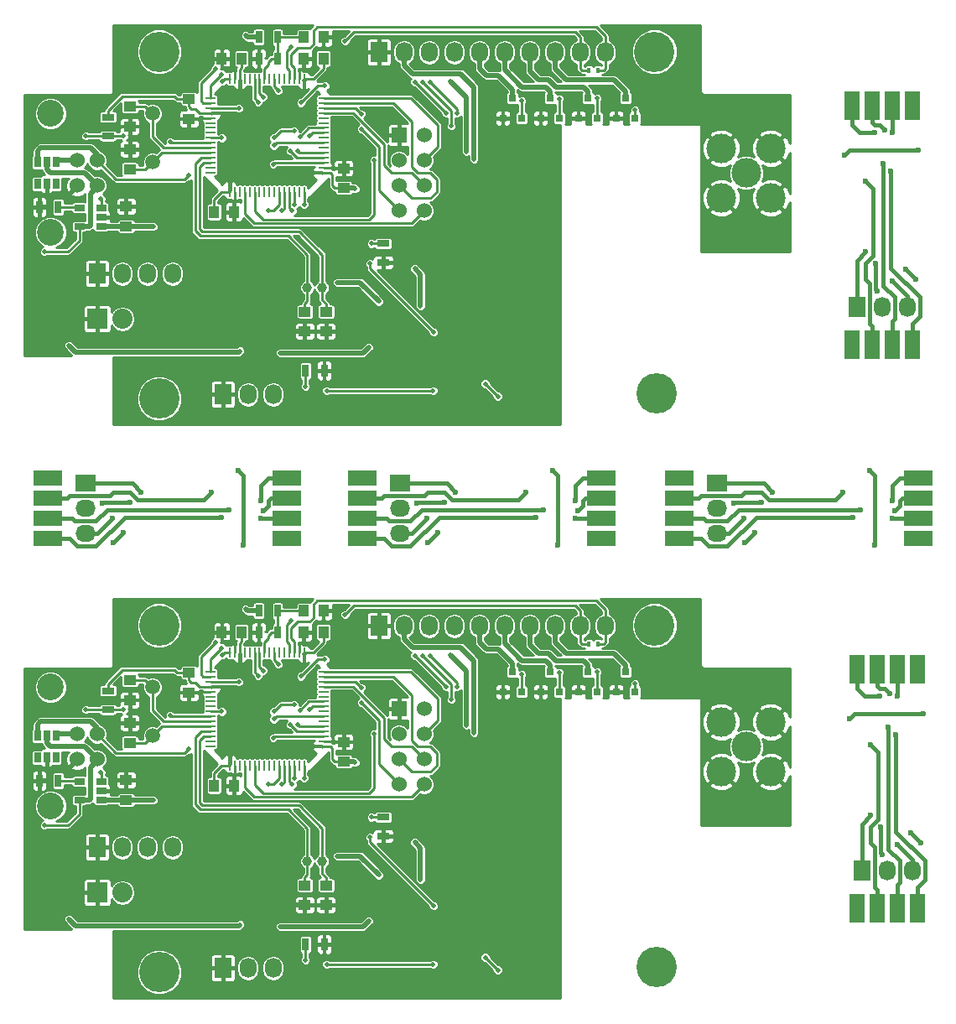
<source format=gbl>
G04 #@! TF.FileFunction,Copper,L2,Bot,Signal*
%FSLAX46Y46*%
G04 Gerber Fmt 4.6, Leading zero omitted, Abs format (unit mm)*
G04 Created by KiCad (PCBNEW 4.0.4-stable) date Wed Nov 30 00:07:26 2016*
%MOMM*%
%LPD*%
G01*
G04 APERTURE LIST*
%ADD10C,0.100000*%
%ADD11R,1.524000X3.000000*%
%ADD12R,1.727200X2.032000*%
%ADD13O,1.727200X2.032000*%
%ADD14R,3.000000X1.524000*%
%ADD15R,2.032000X1.727200*%
%ADD16O,2.032000X1.727200*%
%ADD17R,0.400000X0.600000*%
%ADD18R,1.300000X0.700000*%
%ADD19R,0.700000X1.300000*%
%ADD20R,2.032000X2.032000*%
%ADD21O,2.032000X2.032000*%
%ADD22C,4.064000*%
%ADD23C,1.000760*%
%ADD24C,1.501140*%
%ADD25R,1.060000X0.650000*%
%ADD26R,0.650000X1.060000*%
%ADD27R,0.800100X0.800100*%
%ADD28C,1.524000*%
%ADD29C,2.700020*%
%ADD30R,1.524000X1.524000*%
%ADD31C,3.000000*%
%ADD32R,1.250000X1.000000*%
%ADD33R,1.000000X1.250000*%
%ADD34R,1.000000X0.250000*%
%ADD35R,0.250000X1.000000*%
%ADD36C,0.600000*%
%ADD37C,0.500000*%
%ADD38C,0.400000*%
%ADD39C,0.250000*%
%ADD40C,0.500000*%
%ADD41C,0.254000*%
G04 APERTURE END LIST*
D10*
D11*
X136080500Y-92265500D03*
X138112500Y-92265500D03*
X140144500Y-92265500D03*
X142176500Y-92265500D03*
X142176500Y-116395500D03*
X140144500Y-116395500D03*
X138112500Y-116395500D03*
X136080500Y-116395500D03*
D12*
X136588500Y-112585500D03*
D13*
X139128500Y-112585500D03*
X141668500Y-112585500D03*
D12*
X136080500Y-55689500D03*
D13*
X138620500Y-55689500D03*
X141160500Y-55689500D03*
D11*
X141668500Y-59499500D03*
X139636500Y-59499500D03*
X137604500Y-59499500D03*
X135572500Y-59499500D03*
X135572500Y-35369500D03*
X137604500Y-35369500D03*
X139636500Y-35369500D03*
X141668500Y-35369500D03*
D14*
X142303500Y-72961500D03*
X142303500Y-74993500D03*
X142303500Y-77025500D03*
X142303500Y-79057500D03*
X118173500Y-79057500D03*
X118173500Y-77025500D03*
X118173500Y-74993500D03*
X118173500Y-72961500D03*
D15*
X121983500Y-73469500D03*
D16*
X121983500Y-76009500D03*
X121983500Y-78549500D03*
D15*
X89979500Y-73469500D03*
D16*
X89979500Y-76009500D03*
X89979500Y-78549500D03*
D14*
X86169500Y-79057500D03*
X86169500Y-77025500D03*
X86169500Y-74993500D03*
X86169500Y-72961500D03*
X110299500Y-72961500D03*
X110299500Y-74993500D03*
X110299500Y-77025500D03*
X110299500Y-79057500D03*
D17*
X109024000Y-89725500D03*
X109924000Y-89725500D03*
D18*
X88265000Y-107190500D03*
X88265000Y-109090500D03*
D19*
X80393500Y-120015000D03*
X82293500Y-120015000D03*
D20*
X59372500Y-114808000D03*
D21*
X61912500Y-114808000D03*
D22*
X115887500Y-122301000D03*
X65642500Y-122836000D03*
X115642500Y-87836000D03*
X65642500Y-87836000D03*
D23*
X82092800Y-111633000D03*
X80594200Y-111633000D03*
D24*
X64960500Y-94079060D03*
X64960500Y-98960940D03*
D25*
X59774000Y-103571000D03*
X59774000Y-104521000D03*
X59774000Y-105471000D03*
X57574000Y-105471000D03*
X57574000Y-103571000D03*
D26*
X55242500Y-101176000D03*
X54292500Y-101176000D03*
X53342500Y-101176000D03*
X53342500Y-98976000D03*
X55242500Y-98976000D03*
X54292500Y-98976000D03*
D19*
X55433000Y-103505000D03*
X53533000Y-103505000D03*
D18*
X60452000Y-96327000D03*
X60452000Y-94427000D03*
D19*
X75694500Y-86360000D03*
X77594500Y-86360000D03*
X77594500Y-88519000D03*
X75694500Y-88519000D03*
D27*
X113662500Y-94536260D03*
X111762500Y-94536260D03*
X112712500Y-92537280D03*
X109852500Y-94536260D03*
X107952500Y-94536260D03*
X108902500Y-92537280D03*
X106042500Y-94536260D03*
X104142500Y-94536260D03*
X105092500Y-92537280D03*
X102232500Y-94536260D03*
X100332500Y-94536260D03*
X101282500Y-92537280D03*
D28*
X59372500Y-98806000D03*
X59372500Y-101346000D03*
X57373520Y-101346000D03*
X57373520Y-98806000D03*
D29*
X54673500Y-94076520D03*
X54673500Y-106075480D03*
D30*
X89852500Y-96266000D03*
D28*
X92392500Y-96266000D03*
X89852500Y-98806000D03*
X92392500Y-98806000D03*
X89852500Y-101346000D03*
X92392500Y-101346000D03*
X89852500Y-103886000D03*
X92392500Y-103886000D03*
D31*
X122392500Y-102576000D03*
X122392500Y-97576000D03*
X124892500Y-100076000D03*
X127392500Y-97576000D03*
X127392500Y-102576000D03*
D12*
X72072500Y-122428000D03*
D13*
X74612500Y-122428000D03*
X77152500Y-122428000D03*
D12*
X59372500Y-110236000D03*
D13*
X61912500Y-110236000D03*
X64452500Y-110236000D03*
X66992500Y-110236000D03*
D32*
X80327500Y-114062000D03*
X80327500Y-116062000D03*
X62293500Y-105457500D03*
X62293500Y-103457500D03*
D33*
X80216500Y-86360000D03*
X82216500Y-86360000D03*
D32*
X84264500Y-101584000D03*
X84264500Y-99584000D03*
X82486500Y-114062000D03*
X82486500Y-116062000D03*
X62674500Y-93361000D03*
X62674500Y-95361000D03*
X62674500Y-99679000D03*
X62674500Y-97679000D03*
D33*
X71199500Y-104013000D03*
X73199500Y-104013000D03*
X82216500Y-88519000D03*
X80216500Y-88519000D03*
X73961500Y-88519000D03*
X71961500Y-88519000D03*
D32*
X68643500Y-92599000D03*
X68643500Y-94599000D03*
D34*
X70817500Y-100016000D03*
X70817500Y-99516000D03*
X70817500Y-99016000D03*
X70817500Y-98516000D03*
X70817500Y-98016000D03*
X70817500Y-97516000D03*
X70817500Y-97016000D03*
X70817500Y-96516000D03*
X70817500Y-96016000D03*
X70817500Y-95516000D03*
X70817500Y-95016000D03*
X70817500Y-94516000D03*
X70817500Y-94016000D03*
X70817500Y-93516000D03*
X70817500Y-93016000D03*
X70817500Y-92516000D03*
D35*
X72767500Y-90566000D03*
X73267500Y-90566000D03*
X73767500Y-90566000D03*
X74267500Y-90566000D03*
X74767500Y-90566000D03*
X75267500Y-90566000D03*
X75767500Y-90566000D03*
X76267500Y-90566000D03*
X76767500Y-90566000D03*
X77267500Y-90566000D03*
X77767500Y-90566000D03*
X78267500Y-90566000D03*
X78767500Y-90566000D03*
X79267500Y-90566000D03*
X79767500Y-90566000D03*
X80267500Y-90566000D03*
D34*
X82217500Y-92516000D03*
X82217500Y-93016000D03*
X82217500Y-93516000D03*
X82217500Y-94016000D03*
X82217500Y-94516000D03*
X82217500Y-95016000D03*
X82217500Y-95516000D03*
X82217500Y-96016000D03*
X82217500Y-96516000D03*
X82217500Y-97016000D03*
X82217500Y-97516000D03*
X82217500Y-98016000D03*
X82217500Y-98516000D03*
X82217500Y-99016000D03*
X82217500Y-99516000D03*
X82217500Y-100016000D03*
D35*
X80267500Y-101966000D03*
X79767500Y-101966000D03*
X79267500Y-101966000D03*
X78767500Y-101966000D03*
X78267500Y-101966000D03*
X77767500Y-101966000D03*
X77267500Y-101966000D03*
X76767500Y-101966000D03*
X76267500Y-101966000D03*
X75767500Y-101966000D03*
X75267500Y-101966000D03*
X74767500Y-101966000D03*
X74267500Y-101966000D03*
X73767500Y-101966000D03*
X73267500Y-101966000D03*
X72767500Y-101966000D03*
D12*
X87820500Y-87884000D03*
D13*
X90360500Y-87884000D03*
X92900500Y-87884000D03*
X95440500Y-87884000D03*
X97980500Y-87884000D03*
X100520500Y-87884000D03*
X103060500Y-87884000D03*
X105600500Y-87884000D03*
X108140500Y-87884000D03*
X110680500Y-87884000D03*
D12*
X87820500Y-29972000D03*
D13*
X90360500Y-29972000D03*
X92900500Y-29972000D03*
X95440500Y-29972000D03*
X97980500Y-29972000D03*
X100520500Y-29972000D03*
X103060500Y-29972000D03*
X105600500Y-29972000D03*
X108140500Y-29972000D03*
X110680500Y-29972000D03*
D34*
X70817500Y-42104000D03*
X70817500Y-41604000D03*
X70817500Y-41104000D03*
X70817500Y-40604000D03*
X70817500Y-40104000D03*
X70817500Y-39604000D03*
X70817500Y-39104000D03*
X70817500Y-38604000D03*
X70817500Y-38104000D03*
X70817500Y-37604000D03*
X70817500Y-37104000D03*
X70817500Y-36604000D03*
X70817500Y-36104000D03*
X70817500Y-35604000D03*
X70817500Y-35104000D03*
X70817500Y-34604000D03*
D35*
X72767500Y-32654000D03*
X73267500Y-32654000D03*
X73767500Y-32654000D03*
X74267500Y-32654000D03*
X74767500Y-32654000D03*
X75267500Y-32654000D03*
X75767500Y-32654000D03*
X76267500Y-32654000D03*
X76767500Y-32654000D03*
X77267500Y-32654000D03*
X77767500Y-32654000D03*
X78267500Y-32654000D03*
X78767500Y-32654000D03*
X79267500Y-32654000D03*
X79767500Y-32654000D03*
X80267500Y-32654000D03*
D34*
X82217500Y-34604000D03*
X82217500Y-35104000D03*
X82217500Y-35604000D03*
X82217500Y-36104000D03*
X82217500Y-36604000D03*
X82217500Y-37104000D03*
X82217500Y-37604000D03*
X82217500Y-38104000D03*
X82217500Y-38604000D03*
X82217500Y-39104000D03*
X82217500Y-39604000D03*
X82217500Y-40104000D03*
X82217500Y-40604000D03*
X82217500Y-41104000D03*
X82217500Y-41604000D03*
X82217500Y-42104000D03*
D35*
X80267500Y-44054000D03*
X79767500Y-44054000D03*
X79267500Y-44054000D03*
X78767500Y-44054000D03*
X78267500Y-44054000D03*
X77767500Y-44054000D03*
X77267500Y-44054000D03*
X76767500Y-44054000D03*
X76267500Y-44054000D03*
X75767500Y-44054000D03*
X75267500Y-44054000D03*
X74767500Y-44054000D03*
X74267500Y-44054000D03*
X73767500Y-44054000D03*
X73267500Y-44054000D03*
X72767500Y-44054000D03*
D32*
X68643500Y-34687000D03*
X68643500Y-36687000D03*
D33*
X73961500Y-30607000D03*
X71961500Y-30607000D03*
X82216500Y-30607000D03*
X80216500Y-30607000D03*
X71199500Y-46101000D03*
X73199500Y-46101000D03*
D32*
X62674500Y-41767000D03*
X62674500Y-39767000D03*
X62674500Y-35449000D03*
X62674500Y-37449000D03*
X82486500Y-56150000D03*
X82486500Y-58150000D03*
X84264500Y-43672000D03*
X84264500Y-41672000D03*
D33*
X80216500Y-28448000D03*
X82216500Y-28448000D03*
D32*
X62293500Y-47545500D03*
X62293500Y-45545500D03*
X80327500Y-56150000D03*
X80327500Y-58150000D03*
D12*
X59372500Y-52324000D03*
D13*
X61912500Y-52324000D03*
X64452500Y-52324000D03*
X66992500Y-52324000D03*
D12*
X72072500Y-64516000D03*
D13*
X74612500Y-64516000D03*
X77152500Y-64516000D03*
D30*
X89852500Y-38354000D03*
D28*
X92392500Y-38354000D03*
X89852500Y-40894000D03*
X92392500Y-40894000D03*
X89852500Y-43434000D03*
X92392500Y-43434000D03*
X89852500Y-45974000D03*
X92392500Y-45974000D03*
D31*
X122392500Y-44664000D03*
X122392500Y-39664000D03*
X124892500Y-42164000D03*
X127392500Y-39664000D03*
X127392500Y-44664000D03*
D28*
X59372500Y-40894000D03*
X59372500Y-43434000D03*
X57373520Y-43434000D03*
X57373520Y-40894000D03*
D29*
X54673500Y-36164520D03*
X54673500Y-48163480D03*
D27*
X102232500Y-36624260D03*
X100332500Y-36624260D03*
X101282500Y-34625280D03*
X106042500Y-36624260D03*
X104142500Y-36624260D03*
X105092500Y-34625280D03*
X109852500Y-36624260D03*
X107952500Y-36624260D03*
X108902500Y-34625280D03*
X113662500Y-36624260D03*
X111762500Y-36624260D03*
X112712500Y-34625280D03*
D19*
X77594500Y-30607000D03*
X75694500Y-30607000D03*
X75694500Y-28448000D03*
X77594500Y-28448000D03*
D18*
X60452000Y-38415000D03*
X60452000Y-36515000D03*
D19*
X55433000Y-45593000D03*
X53533000Y-45593000D03*
D26*
X55242500Y-43264000D03*
X54292500Y-43264000D03*
X53342500Y-43264000D03*
X53342500Y-41064000D03*
X55242500Y-41064000D03*
X54292500Y-41064000D03*
D25*
X59774000Y-45659000D03*
X59774000Y-46609000D03*
X59774000Y-47559000D03*
X57574000Y-47559000D03*
X57574000Y-45659000D03*
D24*
X64960500Y-36167060D03*
X64960500Y-41048940D03*
D23*
X82092800Y-53721000D03*
X80594200Y-53721000D03*
D22*
X65642500Y-29924000D03*
X115642500Y-29924000D03*
X65642500Y-64924000D03*
X115887500Y-64389000D03*
D20*
X59372500Y-56896000D03*
D21*
X61912500Y-56896000D03*
D19*
X80393500Y-62103000D03*
X82293500Y-62103000D03*
D18*
X88265000Y-49278500D03*
X88265000Y-51178500D03*
D17*
X109024000Y-31813500D03*
X109924000Y-31813500D03*
D14*
X78549500Y-72961500D03*
X78549500Y-74993500D03*
X78549500Y-77025500D03*
X78549500Y-79057500D03*
X54419500Y-79057500D03*
X54419500Y-77025500D03*
X54419500Y-74993500D03*
X54419500Y-72961500D03*
D15*
X58229500Y-73469500D03*
D16*
X58229500Y-76009500D03*
X58229500Y-78549500D03*
D36*
X135318500Y-97218500D03*
X142811500Y-96710500D03*
X142303500Y-39814500D03*
X134810500Y-40322500D03*
X137350500Y-72199500D03*
X137858500Y-79692500D03*
X105854500Y-79692500D03*
X105346500Y-72199500D03*
D37*
X68262500Y-96139000D03*
X85534500Y-99568000D03*
X57467500Y-93027500D03*
X57150000Y-96329500D03*
X52768500Y-96202500D03*
X58801000Y-117475000D03*
X52641500Y-114490500D03*
X54483000Y-103378000D03*
X71691500Y-116459000D03*
X59372500Y-112014000D03*
X81280000Y-110617000D03*
X79756000Y-106743500D03*
X78359000Y-116078000D03*
X63817500Y-104521000D03*
X61023500Y-104521000D03*
X73914000Y-86995000D03*
X76644500Y-87376000D03*
X79756000Y-103822500D03*
X124841000Y-94996000D03*
X119189500Y-93027500D03*
X127889000Y-93218000D03*
X115316000Y-94424500D03*
X119062500Y-89344500D03*
X91376500Y-107124500D03*
X96139000Y-109220000D03*
X99822000Y-104330500D03*
X101219000Y-109537500D03*
X103759000Y-114808000D03*
X103251000Y-121094500D03*
X97409000Y-116141500D03*
X62293500Y-86360000D03*
X70548500Y-88519000D03*
X62293500Y-90360500D03*
X68580000Y-86169500D03*
X68643500Y-108331000D03*
X68389500Y-101727000D03*
X65532000Y-103759000D03*
X59690000Y-107442000D03*
X102044500Y-97028000D03*
X107061000Y-92583000D03*
X103441500Y-92710000D03*
X89852500Y-119824500D03*
X81280000Y-88519000D03*
X108966000Y-94551500D03*
X94170500Y-86868000D03*
X101790500Y-86804500D03*
X112204500Y-86106000D03*
X109410500Y-86614000D03*
X106997500Y-86614000D03*
X106997500Y-28702000D03*
X109410500Y-28702000D03*
X112204500Y-28194000D03*
X101790500Y-28892500D03*
X94170500Y-28956000D03*
X108966000Y-36639500D03*
X81280000Y-30607000D03*
X89852500Y-61912500D03*
X103441500Y-34798000D03*
X107061000Y-34671000D03*
X102044500Y-39116000D03*
X59690000Y-49530000D03*
X65532000Y-45847000D03*
X68389500Y-43815000D03*
X68643500Y-50419000D03*
X68580000Y-28257500D03*
X62293500Y-32448500D03*
X70548500Y-30607000D03*
X62293500Y-28448000D03*
X97409000Y-58229500D03*
X103251000Y-63182500D03*
X103759000Y-56896000D03*
X101219000Y-51625500D03*
X99822000Y-46418500D03*
X96139000Y-51308000D03*
X91376500Y-49212500D03*
X119062500Y-31432500D03*
X115316000Y-36512500D03*
X127889000Y-35306000D03*
X119189500Y-35115500D03*
X124841000Y-37084000D03*
X79756000Y-45910500D03*
X76644500Y-29464000D03*
X73914000Y-29083000D03*
X61023500Y-46609000D03*
X63817500Y-46609000D03*
X78359000Y-58166000D03*
X79756000Y-48831500D03*
X81280000Y-52705000D03*
X59372500Y-54102000D03*
X71691500Y-58547000D03*
X54483000Y-45466000D03*
X52641500Y-56578500D03*
X58801000Y-59563000D03*
X52768500Y-38290500D03*
X57150000Y-38417500D03*
X57467500Y-35115500D03*
X85534500Y-41656000D03*
X68262500Y-38227000D03*
D36*
X73596500Y-72199500D03*
X74104500Y-79692500D03*
D37*
X87820500Y-113030000D03*
X83629500Y-111125000D03*
X85407500Y-101663500D03*
X94996000Y-90805000D03*
X96647000Y-97917000D03*
X96647000Y-40005000D03*
X94996000Y-32893000D03*
X85407500Y-43751500D03*
X83629500Y-53213000D03*
X87820500Y-55118000D03*
X56515000Y-117475000D03*
X73787000Y-118046500D03*
X86804500Y-117665500D03*
X77851000Y-118237000D03*
X91440000Y-109728000D03*
X92011500Y-113474500D03*
X97409000Y-98679000D03*
X74358500Y-86169500D03*
X74358500Y-28257500D03*
X97409000Y-40767000D03*
X92011500Y-55562500D03*
X91440000Y-51816000D03*
X77851000Y-60325000D03*
X86804500Y-59753500D03*
X73787000Y-60134500D03*
X56515000Y-59563000D03*
X65024000Y-105473500D03*
X65024000Y-47561500D03*
X54038500Y-108013500D03*
X54038500Y-50101500D03*
X79311500Y-103251000D03*
X79311500Y-45339000D03*
X79057500Y-103886000D03*
X79057500Y-45974000D03*
X76644500Y-103886000D03*
X76644500Y-45974000D03*
X78041500Y-103886000D03*
X78041500Y-45974000D03*
X79883000Y-96393000D03*
X79883000Y-38481000D03*
X80835500Y-96329500D03*
X80835500Y-38417500D03*
X66738500Y-96901000D03*
X66738500Y-38989000D03*
X77152500Y-99187000D03*
X77152500Y-41275000D03*
X80264000Y-103251000D03*
X80264000Y-45339000D03*
X87312500Y-98806000D03*
X87312500Y-40894000D03*
X86042500Y-94107000D03*
X86042500Y-95631000D03*
X86042500Y-37719000D03*
X86042500Y-36195000D03*
X79629000Y-97853500D03*
X68580000Y-100330000D03*
X68580000Y-42418000D03*
X79629000Y-39941500D03*
X58229500Y-96329500D03*
X78867000Y-97853500D03*
X62039500Y-96329500D03*
X62039500Y-38417500D03*
X78867000Y-39941500D03*
X58229500Y-38417500D03*
X73660000Y-93535500D03*
X79946500Y-92964000D03*
X82359500Y-91249500D03*
X82359500Y-33337500D03*
X79946500Y-35052000D03*
X73660000Y-35623500D03*
X75628500Y-92900500D03*
X102235000Y-92773500D03*
X102235000Y-34861500D03*
X75628500Y-34988500D03*
X76136500Y-92392500D03*
X106045000Y-92583000D03*
X106045000Y-34671000D03*
X76136500Y-34480500D03*
X109855000Y-92519500D03*
X77660500Y-91757500D03*
X77660500Y-33845500D03*
X109855000Y-34607500D03*
X71945500Y-96520000D03*
X77216000Y-96520000D03*
X79248000Y-95821500D03*
X113665000Y-93726000D03*
X113665000Y-35814000D03*
X79248000Y-37909500D03*
X77216000Y-38608000D03*
X71945500Y-38608000D03*
X59753500Y-102679500D03*
X59753500Y-44767500D03*
X77216000Y-97282000D03*
X77216000Y-39370000D03*
X93281500Y-122047000D03*
X82550000Y-122047000D03*
X82550000Y-64135000D03*
X93281500Y-64135000D03*
X80391000Y-121602500D03*
X80391000Y-63690500D03*
X99822000Y-122618500D03*
X98552000Y-121348500D03*
X93345000Y-116141500D03*
X86931500Y-109220000D03*
X86931500Y-51308000D03*
X93345000Y-58229500D03*
X98552000Y-63436500D03*
X99822000Y-64706500D03*
X87058500Y-107188000D03*
X87058500Y-49276000D03*
X71310500Y-89535000D03*
X92964000Y-90868500D03*
X95694500Y-94043500D03*
X95694500Y-36131500D03*
X92964000Y-32956500D03*
X71310500Y-31623000D03*
X71945500Y-90106500D03*
X92202000Y-90868500D03*
X95123000Y-95313500D03*
X95123000Y-37401500D03*
X92202000Y-32956500D03*
X71945500Y-32194500D03*
X72009000Y-90805000D03*
X91440000Y-90868500D03*
X94615000Y-94043500D03*
X94615000Y-36131500D03*
X91440000Y-32956500D03*
X72009000Y-32893000D03*
X78930500Y-87312500D03*
X84391500Y-86741000D03*
X84391500Y-28829000D03*
X78930500Y-29400500D03*
D36*
X138493500Y-108140500D03*
X138620500Y-110934500D03*
X138112500Y-54038500D03*
X137985500Y-51244500D03*
X126428500Y-75374500D03*
X123634500Y-75501500D03*
X91630500Y-75501500D03*
X94424500Y-75374500D03*
X62674500Y-75374500D03*
X59880500Y-75501500D03*
X140144500Y-109918500D03*
X139636500Y-53022500D03*
X124650500Y-77025500D03*
X92646500Y-77025500D03*
X60896500Y-77025500D03*
X137477500Y-106997500D03*
X142557500Y-109791500D03*
X141541500Y-108775500D03*
X141033500Y-51879500D03*
X142049500Y-52895500D03*
X136969500Y-50101500D03*
X127571500Y-74358500D03*
X124777500Y-79438500D03*
X125793500Y-78422500D03*
X93789500Y-78422500D03*
X92773500Y-79438500D03*
X95567500Y-74358500D03*
X63817500Y-74358500D03*
X61023500Y-79438500D03*
X62039500Y-78422500D03*
X140017500Y-98869500D03*
X138366500Y-94932500D03*
X137858500Y-38036500D03*
X139509500Y-41973500D03*
X135699500Y-76898500D03*
X139636500Y-75247500D03*
X107632500Y-75247500D03*
X103695500Y-76898500D03*
X71945500Y-76898500D03*
X75882500Y-75247500D03*
X139255500Y-98107500D03*
X139382500Y-94678500D03*
X138874500Y-37782500D03*
X138747500Y-41211500D03*
X136461500Y-76136500D03*
X139890500Y-76263500D03*
X107886500Y-76263500D03*
X104457500Y-76136500D03*
X72707500Y-76136500D03*
X76136500Y-76263500D03*
X137477500Y-99885500D03*
X140144500Y-94932500D03*
X139636500Y-38036500D03*
X136969500Y-42989500D03*
X134683500Y-74358500D03*
X139636500Y-77025500D03*
X107632500Y-77025500D03*
X102679500Y-74358500D03*
X70929500Y-74358500D03*
X75882500Y-77025500D03*
D38*
X135318500Y-97218500D02*
X135826500Y-96710500D01*
X135826500Y-96710500D02*
X142811500Y-96710500D01*
X135318500Y-39814500D02*
X142303500Y-39814500D01*
X134810500Y-40322500D02*
X135318500Y-39814500D01*
X137350500Y-72199500D02*
X137858500Y-72707500D01*
X137858500Y-72707500D02*
X137858500Y-79692500D01*
X105854500Y-72707500D02*
X105854500Y-79692500D01*
X105346500Y-72199500D02*
X105854500Y-72707500D01*
D39*
X73267500Y-103945000D02*
X73199500Y-104013000D01*
X73267500Y-101966000D02*
X73267500Y-103945000D01*
X68726500Y-94516000D02*
X68643500Y-94599000D01*
X70817500Y-94516000D02*
X68726500Y-94516000D01*
X80327500Y-116062000D02*
X82486500Y-116062000D01*
X62674500Y-95361000D02*
X62674500Y-97679000D01*
X84196500Y-99516000D02*
X84264500Y-99584000D01*
X82217500Y-99516000D02*
X84196500Y-99516000D01*
X71961500Y-89297000D02*
X71961500Y-88519000D01*
X72072500Y-89408000D02*
X71961500Y-89297000D01*
X72961500Y-89408000D02*
X72072500Y-89408000D01*
X73267500Y-89714000D02*
X72961500Y-89408000D01*
X73267500Y-90566000D02*
X73267500Y-89714000D01*
X80216500Y-89392000D02*
X80216500Y-88519000D01*
X80073500Y-89535000D02*
X80216500Y-89392000D01*
X79946500Y-89535000D02*
X80073500Y-89535000D01*
X79767500Y-89714000D02*
X79946500Y-89535000D01*
X79767500Y-90566000D02*
X79767500Y-89714000D01*
X68643500Y-95758000D02*
X68262500Y-96139000D01*
X68643500Y-94599000D02*
X68643500Y-95758000D01*
X85518500Y-99584000D02*
X85534500Y-99568000D01*
X84264500Y-99584000D02*
X85518500Y-99584000D01*
X59801000Y-95361000D02*
X57467500Y-93027500D01*
X59817000Y-95361000D02*
X59801000Y-95361000D01*
X62674500Y-95361000D02*
X59817000Y-95361000D01*
X58118500Y-95361000D02*
X57150000Y-96329500D01*
X59817000Y-95361000D02*
X58118500Y-95361000D01*
X56785000Y-95361000D02*
X55943500Y-96202500D01*
X55943500Y-96202500D02*
X52768500Y-96202500D01*
X58118500Y-95361000D02*
X56785000Y-95361000D01*
X59372500Y-116903500D02*
X58801000Y-117475000D01*
X59372500Y-116840000D02*
X59372500Y-116903500D01*
X59372500Y-114808000D02*
X59372500Y-116840000D01*
X54991000Y-116840000D02*
X52641500Y-114490500D01*
X59372500Y-116840000D02*
X54991000Y-116840000D01*
X53660000Y-103378000D02*
X53533000Y-103505000D01*
X54292500Y-103187500D02*
X54483000Y-103378000D01*
X54292500Y-103187500D02*
X54292500Y-102171500D01*
X53660000Y-103378000D02*
X54483000Y-103378000D01*
X54292500Y-102171500D02*
X54292500Y-101176000D01*
X53533000Y-103505000D02*
X53533000Y-102550000D01*
X53533000Y-102550000D02*
X53911500Y-102171500D01*
X53911500Y-102171500D02*
X54292500Y-102171500D01*
X59372500Y-110236000D02*
X59372500Y-112014000D01*
D40*
X78375000Y-116062000D02*
X78359000Y-116078000D01*
X80327500Y-116062000D02*
X78375000Y-116062000D01*
D39*
X62293500Y-103457500D02*
X63817500Y-103457500D01*
X63817500Y-103457500D02*
X63817500Y-104521000D01*
X59774000Y-104521000D02*
X61023500Y-104521000D01*
X75694500Y-88519000D02*
X75694500Y-87632500D01*
X75694500Y-87632500D02*
X75438000Y-87376000D01*
X75438000Y-87376000D02*
X74295000Y-87376000D01*
X74295000Y-87376000D02*
X73914000Y-86995000D01*
X75694500Y-87632500D02*
X75694500Y-87627500D01*
X75694500Y-87627500D02*
X75946000Y-87376000D01*
X75946000Y-87376000D02*
X76644500Y-87376000D01*
X125380750Y-95535750D02*
X124841000Y-94996000D01*
X127392500Y-97547500D02*
X125380750Y-95535750D01*
X127392500Y-97576000D02*
X127392500Y-97547500D01*
X119951500Y-93726000D02*
X119253000Y-93027500D01*
X121761250Y-95535750D02*
X119951500Y-93726000D01*
X119253000Y-93027500D02*
X119189500Y-93027500D01*
X125285500Y-95535750D02*
X121761250Y-95535750D01*
X125380750Y-95535750D02*
X125285500Y-95535750D01*
X125571250Y-95535750D02*
X127889000Y-93218000D01*
X125285500Y-95535750D02*
X125571250Y-95535750D01*
X116014500Y-93726000D02*
X115316000Y-94424500D01*
X116586000Y-93726000D02*
X116014500Y-93726000D01*
X119951500Y-93726000D02*
X116586000Y-93726000D01*
X116586000Y-91821000D02*
X119062500Y-89344500D01*
X116586000Y-93726000D02*
X116586000Y-91821000D01*
X90805000Y-107696000D02*
X91376500Y-107124500D01*
X89410500Y-109090500D02*
X90805000Y-107696000D01*
X88265000Y-109090500D02*
X89410500Y-109090500D01*
X94615000Y-107696000D02*
X96139000Y-109220000D01*
X90805000Y-107696000D02*
X94615000Y-107696000D01*
X98520250Y-105632250D02*
X99822000Y-104330500D01*
X96456500Y-107696000D02*
X98520250Y-105632250D01*
X94615000Y-107696000D02*
X96456500Y-107696000D01*
X100393500Y-108712000D02*
X101219000Y-109537500D01*
X98520250Y-106838750D02*
X100393500Y-108712000D01*
X98520250Y-105632250D02*
X98520250Y-106838750D01*
X100393500Y-113093500D02*
X102108000Y-114808000D01*
X102108000Y-114808000D02*
X103759000Y-114808000D01*
X100393500Y-108712000D02*
X100393500Y-113093500D01*
X102108000Y-119951500D02*
X103251000Y-121094500D01*
X102108000Y-114808000D02*
X102108000Y-119951500D01*
X98837750Y-117570250D02*
X97409000Y-116141500D01*
X101219000Y-119951500D02*
X98837750Y-117570250D01*
X102108000Y-119951500D02*
X101219000Y-119951500D01*
X70548500Y-88519000D02*
X69342000Y-88519000D01*
X70548500Y-88519000D02*
X71961500Y-88519000D01*
X62738000Y-90805000D02*
X62293500Y-90360500D01*
X67056000Y-90805000D02*
X62738000Y-90805000D01*
X69342000Y-88519000D02*
X67056000Y-90805000D01*
X62293500Y-86360000D02*
X62293500Y-90360500D01*
X69342000Y-86931500D02*
X68580000Y-86169500D01*
X69342000Y-88519000D02*
X69342000Y-86931500D01*
X65532000Y-105219500D02*
X68643500Y-108331000D01*
X63817500Y-103457500D02*
X65230500Y-103457500D01*
X65230500Y-103457500D02*
X65532000Y-103759000D01*
X65532000Y-103759000D02*
X65532000Y-105219500D01*
X66357500Y-103759000D02*
X68389500Y-101727000D01*
X65532000Y-103759000D02*
X66357500Y-103759000D01*
X59372500Y-107759500D02*
X59690000Y-107442000D01*
X59372500Y-110236000D02*
X59372500Y-107759500D01*
X100332500Y-95316000D02*
X102044500Y-97028000D01*
X100332500Y-94536260D02*
X100332500Y-95316000D01*
X104142500Y-94536260D02*
X104142500Y-93091000D01*
X107952500Y-94536260D02*
X107952500Y-93027500D01*
X107505500Y-93027500D02*
X107952500Y-93027500D01*
X107061000Y-92583000D02*
X107505500Y-93027500D01*
X103822500Y-93091000D02*
X103441500Y-92710000D01*
X104142500Y-93091000D02*
X103822500Y-93091000D01*
X98774250Y-117570250D02*
X96520000Y-119824500D01*
X96520000Y-119824500D02*
X89852500Y-119824500D01*
X98837750Y-117570250D02*
X98774250Y-117570250D01*
X80216500Y-88519000D02*
X81280000Y-88519000D01*
X108950760Y-94536260D02*
X108966000Y-94551500D01*
X107952500Y-94536260D02*
X108950760Y-94536260D01*
X87820500Y-86360000D02*
X87884000Y-86296500D01*
X87884000Y-86296500D02*
X93599000Y-86296500D01*
X93599000Y-86296500D02*
X94170500Y-86868000D01*
X87820500Y-87884000D02*
X87820500Y-86360000D01*
X101282500Y-86296500D02*
X101790500Y-86804500D01*
X101219000Y-86296500D02*
X101282500Y-86296500D01*
X93599000Y-86296500D02*
X101219000Y-86296500D01*
X101219000Y-86296500D02*
X106680000Y-86296500D01*
X106680000Y-86296500D02*
X106997500Y-86614000D01*
X106680000Y-28384500D02*
X106997500Y-28702000D01*
X101219000Y-28384500D02*
X106680000Y-28384500D01*
X93599000Y-28384500D02*
X101219000Y-28384500D01*
X101219000Y-28384500D02*
X101282500Y-28384500D01*
X101282500Y-28384500D02*
X101790500Y-28892500D01*
X87820500Y-29972000D02*
X87820500Y-28448000D01*
X93599000Y-28384500D02*
X94170500Y-28956000D01*
X87884000Y-28384500D02*
X93599000Y-28384500D01*
X87820500Y-28448000D02*
X87884000Y-28384500D01*
X107952500Y-36624260D02*
X108950760Y-36624260D01*
X108950760Y-36624260D02*
X108966000Y-36639500D01*
X80216500Y-30607000D02*
X81280000Y-30607000D01*
X98837750Y-59658250D02*
X98774250Y-59658250D01*
X96520000Y-61912500D02*
X89852500Y-61912500D01*
X98774250Y-59658250D02*
X96520000Y-61912500D01*
X104142500Y-35179000D02*
X103822500Y-35179000D01*
X103822500Y-35179000D02*
X103441500Y-34798000D01*
X107061000Y-34671000D02*
X107505500Y-35115500D01*
X107505500Y-35115500D02*
X107952500Y-35115500D01*
X107952500Y-36624260D02*
X107952500Y-35115500D01*
X104142500Y-36624260D02*
X104142500Y-35179000D01*
X100332500Y-36624260D02*
X100332500Y-37404000D01*
X100332500Y-37404000D02*
X102044500Y-39116000D01*
X59372500Y-52324000D02*
X59372500Y-49847500D01*
X59372500Y-49847500D02*
X59690000Y-49530000D01*
X65532000Y-45847000D02*
X66357500Y-45847000D01*
X66357500Y-45847000D02*
X68389500Y-43815000D01*
X65532000Y-45847000D02*
X65532000Y-47307500D01*
X65230500Y-45545500D02*
X65532000Y-45847000D01*
X63817500Y-45545500D02*
X65230500Y-45545500D01*
X65532000Y-47307500D02*
X68643500Y-50419000D01*
X69342000Y-30607000D02*
X69342000Y-29019500D01*
X69342000Y-29019500D02*
X68580000Y-28257500D01*
X62293500Y-28448000D02*
X62293500Y-32448500D01*
X69342000Y-30607000D02*
X67056000Y-32893000D01*
X67056000Y-32893000D02*
X62738000Y-32893000D01*
X62738000Y-32893000D02*
X62293500Y-32448500D01*
X70548500Y-30607000D02*
X71961500Y-30607000D01*
X70548500Y-30607000D02*
X69342000Y-30607000D01*
X102108000Y-62039500D02*
X101219000Y-62039500D01*
X101219000Y-62039500D02*
X98837750Y-59658250D01*
X98837750Y-59658250D02*
X97409000Y-58229500D01*
X102108000Y-56896000D02*
X102108000Y-62039500D01*
X102108000Y-62039500D02*
X103251000Y-63182500D01*
X100393500Y-50800000D02*
X100393500Y-55181500D01*
X102108000Y-56896000D02*
X103759000Y-56896000D01*
X100393500Y-55181500D02*
X102108000Y-56896000D01*
X98520250Y-47720250D02*
X98520250Y-48926750D01*
X98520250Y-48926750D02*
X100393500Y-50800000D01*
X100393500Y-50800000D02*
X101219000Y-51625500D01*
X94615000Y-49784000D02*
X96456500Y-49784000D01*
X96456500Y-49784000D02*
X98520250Y-47720250D01*
X98520250Y-47720250D02*
X99822000Y-46418500D01*
X90805000Y-49784000D02*
X94615000Y-49784000D01*
X94615000Y-49784000D02*
X96139000Y-51308000D01*
X88265000Y-51178500D02*
X89410500Y-51178500D01*
X89410500Y-51178500D02*
X90805000Y-49784000D01*
X90805000Y-49784000D02*
X91376500Y-49212500D01*
X116586000Y-35814000D02*
X116586000Y-33909000D01*
X116586000Y-33909000D02*
X119062500Y-31432500D01*
X119951500Y-35814000D02*
X116586000Y-35814000D01*
X116586000Y-35814000D02*
X116014500Y-35814000D01*
X116014500Y-35814000D02*
X115316000Y-36512500D01*
X125285500Y-37623750D02*
X125571250Y-37623750D01*
X125571250Y-37623750D02*
X127889000Y-35306000D01*
X125380750Y-37623750D02*
X125285500Y-37623750D01*
X125285500Y-37623750D02*
X121761250Y-37623750D01*
X119253000Y-35115500D02*
X119189500Y-35115500D01*
X121761250Y-37623750D02*
X119951500Y-35814000D01*
X119951500Y-35814000D02*
X119253000Y-35115500D01*
X127392500Y-39664000D02*
X127392500Y-39635500D01*
X127392500Y-39635500D02*
X125380750Y-37623750D01*
X125380750Y-37623750D02*
X124841000Y-37084000D01*
X75946000Y-29464000D02*
X76644500Y-29464000D01*
X75694500Y-29715500D02*
X75946000Y-29464000D01*
X75694500Y-29720500D02*
X75694500Y-29715500D01*
X74295000Y-29464000D02*
X73914000Y-29083000D01*
X75438000Y-29464000D02*
X74295000Y-29464000D01*
X75694500Y-29720500D02*
X75438000Y-29464000D01*
X75694500Y-30607000D02*
X75694500Y-29720500D01*
X59774000Y-46609000D02*
X61023500Y-46609000D01*
X63817500Y-45545500D02*
X63817500Y-46609000D01*
X62293500Y-45545500D02*
X63817500Y-45545500D01*
D40*
X80327500Y-58150000D02*
X78375000Y-58150000D01*
X78375000Y-58150000D02*
X78359000Y-58166000D01*
D39*
X59372500Y-52324000D02*
X59372500Y-54102000D01*
X53911500Y-44259500D02*
X54292500Y-44259500D01*
X53533000Y-44638000D02*
X53911500Y-44259500D01*
X53533000Y-45593000D02*
X53533000Y-44638000D01*
X54292500Y-44259500D02*
X54292500Y-43264000D01*
X53660000Y-45466000D02*
X54483000Y-45466000D01*
X54292500Y-45275500D02*
X54292500Y-44259500D01*
X54292500Y-45275500D02*
X54483000Y-45466000D01*
X53660000Y-45466000D02*
X53533000Y-45593000D01*
X59372500Y-58928000D02*
X54991000Y-58928000D01*
X54991000Y-58928000D02*
X52641500Y-56578500D01*
X59372500Y-56896000D02*
X59372500Y-58928000D01*
X59372500Y-58928000D02*
X59372500Y-58991500D01*
X59372500Y-58991500D02*
X58801000Y-59563000D01*
X58118500Y-37449000D02*
X56785000Y-37449000D01*
X55943500Y-38290500D02*
X52768500Y-38290500D01*
X56785000Y-37449000D02*
X55943500Y-38290500D01*
X59817000Y-37449000D02*
X58118500Y-37449000D01*
X58118500Y-37449000D02*
X57150000Y-38417500D01*
X62674500Y-37449000D02*
X59817000Y-37449000D01*
X59817000Y-37449000D02*
X59801000Y-37449000D01*
X59801000Y-37449000D02*
X57467500Y-35115500D01*
X84264500Y-41672000D02*
X85518500Y-41672000D01*
X85518500Y-41672000D02*
X85534500Y-41656000D01*
X68643500Y-36687000D02*
X68643500Y-37846000D01*
X68643500Y-37846000D02*
X68262500Y-38227000D01*
X79767500Y-32654000D02*
X79767500Y-31802000D01*
X79767500Y-31802000D02*
X79946500Y-31623000D01*
X79946500Y-31623000D02*
X80073500Y-31623000D01*
X80073500Y-31623000D02*
X80216500Y-31480000D01*
X80216500Y-31480000D02*
X80216500Y-30607000D01*
X73267500Y-32654000D02*
X73267500Y-31802000D01*
X73267500Y-31802000D02*
X72961500Y-31496000D01*
X72961500Y-31496000D02*
X72072500Y-31496000D01*
X72072500Y-31496000D02*
X71961500Y-31385000D01*
X71961500Y-31385000D02*
X71961500Y-30607000D01*
X82217500Y-41604000D02*
X84196500Y-41604000D01*
X84196500Y-41604000D02*
X84264500Y-41672000D01*
X62674500Y-37449000D02*
X62674500Y-39767000D01*
X80327500Y-58150000D02*
X82486500Y-58150000D01*
X70817500Y-36604000D02*
X68726500Y-36604000D01*
X68726500Y-36604000D02*
X68643500Y-36687000D01*
X73267500Y-44054000D02*
X73267500Y-46033000D01*
X73267500Y-46033000D02*
X73199500Y-46101000D01*
D38*
X73596500Y-72199500D02*
X74104500Y-72707500D01*
X74104500Y-72707500D02*
X74104500Y-79692500D01*
D39*
X71960500Y-101966000D02*
X71199500Y-102727000D01*
X71199500Y-102727000D02*
X71199500Y-104013000D01*
X72767500Y-101966000D02*
X71960500Y-101966000D01*
X69695500Y-94016000D02*
X69278500Y-93599000D01*
X69278500Y-93599000D02*
X68897500Y-93599000D01*
X68897500Y-93599000D02*
X68643500Y-93345000D01*
X68643500Y-93345000D02*
X68643500Y-92599000D01*
X70817500Y-94016000D02*
X69695500Y-94016000D01*
X82934500Y-100016000D02*
X83121500Y-100203000D01*
X83121500Y-100203000D02*
X83121500Y-101346000D01*
X83121500Y-101346000D02*
X83359500Y-101584000D01*
X83359500Y-101584000D02*
X84264500Y-101584000D01*
X82217500Y-100016000D02*
X82934500Y-100016000D01*
X73767500Y-89618000D02*
X73961500Y-89424000D01*
X73961500Y-89424000D02*
X73961500Y-88519000D01*
X73767500Y-90566000D02*
X73767500Y-89618000D01*
X82216500Y-89551000D02*
X82216500Y-88519000D01*
X81201500Y-90566000D02*
X82216500Y-89551000D01*
X80267500Y-90566000D02*
X81201500Y-90566000D01*
X71909500Y-94016000D02*
X71945500Y-93980000D01*
X70817500Y-94016000D02*
X71909500Y-94016000D01*
X73767500Y-91523000D02*
X73723500Y-91567000D01*
X73767500Y-90566000D02*
X73767500Y-91523000D01*
X80267500Y-91507000D02*
X80327500Y-91567000D01*
X80267500Y-90566000D02*
X80267500Y-91507000D01*
X72767500Y-100778000D02*
X72834500Y-100711000D01*
X72767500Y-101966000D02*
X72767500Y-100778000D01*
X60452000Y-93789500D02*
X61912500Y-92329000D01*
X61912500Y-92329000D02*
X67183000Y-92329000D01*
X67183000Y-92329000D02*
X67453000Y-92599000D01*
X67453000Y-92599000D02*
X68643500Y-92599000D01*
X60452000Y-94427000D02*
X60452000Y-93789500D01*
D40*
X87820500Y-113030000D02*
X85915500Y-111125000D01*
X85915500Y-111125000D02*
X83629500Y-111125000D01*
X85407500Y-101663500D02*
X85328000Y-101584000D01*
X85328000Y-101584000D02*
X84264500Y-101584000D01*
D39*
X81220000Y-100016000D02*
X81216500Y-100012500D01*
X82217500Y-100016000D02*
X81220000Y-100016000D01*
D40*
X96647000Y-97917000D02*
X96647000Y-92456000D01*
X96647000Y-92456000D02*
X96202500Y-92011500D01*
X96202500Y-92011500D02*
X94996000Y-90805000D01*
X96202500Y-34099500D02*
X94996000Y-32893000D01*
X96647000Y-34544000D02*
X96202500Y-34099500D01*
X96647000Y-40005000D02*
X96647000Y-34544000D01*
D39*
X82217500Y-42104000D02*
X81220000Y-42104000D01*
X81220000Y-42104000D02*
X81216500Y-42100500D01*
D40*
X85328000Y-43672000D02*
X84264500Y-43672000D01*
X85407500Y-43751500D02*
X85328000Y-43672000D01*
X85915500Y-53213000D02*
X83629500Y-53213000D01*
X87820500Y-55118000D02*
X85915500Y-53213000D01*
D39*
X60452000Y-36515000D02*
X60452000Y-35877500D01*
X67453000Y-34687000D02*
X68643500Y-34687000D01*
X67183000Y-34417000D02*
X67453000Y-34687000D01*
X61912500Y-34417000D02*
X67183000Y-34417000D01*
X60452000Y-35877500D02*
X61912500Y-34417000D01*
X72767500Y-44054000D02*
X72767500Y-42866000D01*
X72767500Y-42866000D02*
X72834500Y-42799000D01*
X80267500Y-32654000D02*
X80267500Y-33595000D01*
X80267500Y-33595000D02*
X80327500Y-33655000D01*
X73767500Y-32654000D02*
X73767500Y-33611000D01*
X73767500Y-33611000D02*
X73723500Y-33655000D01*
X70817500Y-36104000D02*
X71909500Y-36104000D01*
X71909500Y-36104000D02*
X71945500Y-36068000D01*
X80267500Y-32654000D02*
X81201500Y-32654000D01*
X81201500Y-32654000D02*
X82216500Y-31639000D01*
X82216500Y-31639000D02*
X82216500Y-30607000D01*
X73767500Y-32654000D02*
X73767500Y-31706000D01*
X73961500Y-31512000D02*
X73961500Y-30607000D01*
X73767500Y-31706000D02*
X73961500Y-31512000D01*
X82217500Y-42104000D02*
X82934500Y-42104000D01*
X83359500Y-43672000D02*
X84264500Y-43672000D01*
X83121500Y-43434000D02*
X83359500Y-43672000D01*
X83121500Y-42291000D02*
X83121500Y-43434000D01*
X82934500Y-42104000D02*
X83121500Y-42291000D01*
X70817500Y-36104000D02*
X69695500Y-36104000D01*
X68643500Y-35433000D02*
X68643500Y-34687000D01*
X68897500Y-35687000D02*
X68643500Y-35433000D01*
X69278500Y-35687000D02*
X68897500Y-35687000D01*
X69695500Y-36104000D02*
X69278500Y-35687000D01*
X72767500Y-44054000D02*
X71960500Y-44054000D01*
X71199500Y-44815000D02*
X71199500Y-46101000D01*
X71960500Y-44054000D02*
X71199500Y-44815000D01*
X64242440Y-99679000D02*
X64960500Y-98960940D01*
X62674500Y-99679000D02*
X64242440Y-99679000D01*
X65905440Y-98016000D02*
X64960500Y-98960940D01*
X70817500Y-98016000D02*
X65905440Y-98016000D01*
X70817500Y-40104000D02*
X65905440Y-40104000D01*
X65905440Y-40104000D02*
X64960500Y-41048940D01*
X62674500Y-41767000D02*
X64242440Y-41767000D01*
X64242440Y-41767000D02*
X64960500Y-41048940D01*
X64242440Y-93361000D02*
X64960500Y-94079060D01*
X62674500Y-93361000D02*
X64242440Y-93361000D01*
X66083500Y-97516000D02*
X64960500Y-96393000D01*
X64960500Y-96393000D02*
X64960500Y-94079060D01*
X70817500Y-97516000D02*
X66083500Y-97516000D01*
X70817500Y-39604000D02*
X66083500Y-39604000D01*
X64960500Y-38481000D02*
X64960500Y-36167060D01*
X66083500Y-39604000D02*
X64960500Y-38481000D01*
X62674500Y-35449000D02*
X64242440Y-35449000D01*
X64242440Y-35449000D02*
X64960500Y-36167060D01*
X82486500Y-113284000D02*
X82092800Y-112890300D01*
X82092800Y-112890300D02*
X82092800Y-111633000D01*
X82486500Y-114062000D02*
X82486500Y-113284000D01*
X82092800Y-108318300D02*
X79756000Y-105981500D01*
X79756000Y-105981500D02*
X69977000Y-105981500D01*
X69977000Y-105981500D02*
X69723000Y-105727500D01*
X69723000Y-105727500D02*
X69723000Y-99441000D01*
X69723000Y-99441000D02*
X70148000Y-99016000D01*
X70148000Y-99016000D02*
X70817500Y-99016000D01*
X82092800Y-111633000D02*
X82092800Y-108318300D01*
X82092800Y-53721000D02*
X82092800Y-50406300D01*
X70148000Y-41104000D02*
X70817500Y-41104000D01*
X69723000Y-41529000D02*
X70148000Y-41104000D01*
X69723000Y-47815500D02*
X69723000Y-41529000D01*
X69977000Y-48069500D02*
X69723000Y-47815500D01*
X79756000Y-48069500D02*
X69977000Y-48069500D01*
X82092800Y-50406300D02*
X79756000Y-48069500D01*
X82486500Y-56150000D02*
X82486500Y-55372000D01*
X82092800Y-54978300D02*
X82092800Y-53721000D01*
X82486500Y-55372000D02*
X82092800Y-54978300D01*
X76267500Y-89531000D02*
X76644500Y-89154000D01*
X76644500Y-89154000D02*
X76644500Y-88836500D01*
X76644500Y-88836500D02*
X76962000Y-88519000D01*
X76962000Y-88519000D02*
X77594500Y-88519000D01*
X76267500Y-90566000D02*
X76267500Y-89531000D01*
X77594500Y-88519000D02*
X77594500Y-86360000D01*
X77594500Y-86360000D02*
X80216500Y-86360000D01*
X77594500Y-28448000D02*
X80216500Y-28448000D01*
X77594500Y-30607000D02*
X77594500Y-28448000D01*
X76267500Y-32654000D02*
X76267500Y-31619000D01*
X76962000Y-30607000D02*
X77594500Y-30607000D01*
X76644500Y-30924500D02*
X76962000Y-30607000D01*
X76644500Y-31242000D02*
X76644500Y-30924500D01*
X76267500Y-31619000D02*
X76644500Y-31242000D01*
D40*
X56515000Y-117475000D02*
X57213500Y-118173500D01*
X57213500Y-118173500D02*
X73660000Y-118173500D01*
X73660000Y-118173500D02*
X73787000Y-118046500D01*
X86804500Y-117665500D02*
X86233000Y-118237000D01*
X86233000Y-118237000D02*
X77851000Y-118237000D01*
X91440000Y-109728000D02*
X92011500Y-110299500D01*
X92011500Y-110299500D02*
X92011500Y-113474500D01*
X97409000Y-91376500D02*
X97409000Y-98679000D01*
X74549000Y-86360000D02*
X74358500Y-86169500D01*
X75694500Y-86360000D02*
X74549000Y-86360000D01*
X90360500Y-89217500D02*
X91186000Y-90043000D01*
X91186000Y-90043000D02*
X96075500Y-90043000D01*
X96075500Y-90043000D02*
X97409000Y-91376500D01*
X90360500Y-87884000D02*
X90360500Y-89217500D01*
X90360500Y-29972000D02*
X90360500Y-31305500D01*
X96075500Y-32131000D02*
X97409000Y-33464500D01*
X91186000Y-32131000D02*
X96075500Y-32131000D01*
X90360500Y-31305500D02*
X91186000Y-32131000D01*
X75694500Y-28448000D02*
X74549000Y-28448000D01*
X74549000Y-28448000D02*
X74358500Y-28257500D01*
X97409000Y-33464500D02*
X97409000Y-40767000D01*
X92011500Y-52387500D02*
X92011500Y-55562500D01*
X91440000Y-51816000D02*
X92011500Y-52387500D01*
X86233000Y-60325000D02*
X77851000Y-60325000D01*
X86804500Y-59753500D02*
X86233000Y-60325000D01*
X73660000Y-60261500D02*
X73787000Y-60134500D01*
X57213500Y-60261500D02*
X73660000Y-60261500D01*
X56515000Y-59563000D02*
X57213500Y-60261500D01*
X62280000Y-105471000D02*
X62293500Y-105457500D01*
X59774000Y-105471000D02*
X62280000Y-105471000D01*
X65024000Y-105473500D02*
X65008000Y-105457500D01*
X65008000Y-105457500D02*
X62293500Y-105457500D01*
X65008000Y-47545500D02*
X62293500Y-47545500D01*
X65024000Y-47561500D02*
X65008000Y-47545500D01*
X59774000Y-47559000D02*
X62280000Y-47559000D01*
X62280000Y-47559000D02*
X62293500Y-47545500D01*
D39*
X80327500Y-113284000D02*
X80594200Y-113017300D01*
X80594200Y-113017300D02*
X80594200Y-111633000D01*
X80327500Y-114062000D02*
X80327500Y-113284000D01*
X80594200Y-108343700D02*
X78676500Y-106426000D01*
X78676500Y-106426000D02*
X69786500Y-106426000D01*
X69786500Y-106426000D02*
X69278500Y-105918000D01*
X69278500Y-105918000D02*
X69278500Y-99123500D01*
X69278500Y-99123500D02*
X69886000Y-98516000D01*
X69886000Y-98516000D02*
X70817500Y-98516000D01*
X80594200Y-111633000D02*
X80594200Y-108343700D01*
X80594200Y-53721000D02*
X80594200Y-50431700D01*
X69886000Y-40604000D02*
X70817500Y-40604000D01*
X69278500Y-41211500D02*
X69886000Y-40604000D01*
X69278500Y-48006000D02*
X69278500Y-41211500D01*
X69786500Y-48514000D02*
X69278500Y-48006000D01*
X78676500Y-48514000D02*
X69786500Y-48514000D01*
X80594200Y-50431700D02*
X78676500Y-48514000D01*
X80327500Y-56150000D02*
X80327500Y-55372000D01*
X80594200Y-55105300D02*
X80594200Y-53721000D01*
X80327500Y-55372000D02*
X80594200Y-55105300D01*
D40*
X54292500Y-99695000D02*
X54673500Y-100076000D01*
X54673500Y-100076000D02*
X58102500Y-100076000D01*
X58102500Y-100076000D02*
X59372500Y-101346000D01*
X54292500Y-98976000D02*
X54292500Y-99695000D01*
X58674000Y-102171500D02*
X58674000Y-105346500D01*
X58674000Y-105346500D02*
X58549500Y-105471000D01*
X58549500Y-105471000D02*
X57574000Y-105471000D01*
X59372500Y-101473000D02*
X58674000Y-102171500D01*
X59372500Y-101346000D02*
X59372500Y-101473000D01*
D39*
X57574000Y-106891000D02*
X56451500Y-108013500D01*
X56451500Y-108013500D02*
X54038500Y-108013500D01*
X57574000Y-105471000D02*
X57574000Y-106891000D01*
X57574000Y-47559000D02*
X57574000Y-48979000D01*
X56451500Y-50101500D02*
X54038500Y-50101500D01*
X57574000Y-48979000D02*
X56451500Y-50101500D01*
D40*
X59372500Y-43434000D02*
X59372500Y-43561000D01*
X59372500Y-43561000D02*
X58674000Y-44259500D01*
X58549500Y-47559000D02*
X57574000Y-47559000D01*
X58674000Y-47434500D02*
X58549500Y-47559000D01*
X58674000Y-44259500D02*
X58674000Y-47434500D01*
X54292500Y-41064000D02*
X54292500Y-41783000D01*
X58102500Y-42164000D02*
X59372500Y-43434000D01*
X54673500Y-42164000D02*
X58102500Y-42164000D01*
X54292500Y-41783000D02*
X54673500Y-42164000D01*
D39*
X79311500Y-103251000D02*
X79267500Y-103207000D01*
X79267500Y-103207000D02*
X79267500Y-101966000D01*
X79267500Y-45295000D02*
X79267500Y-44054000D01*
X79311500Y-45339000D02*
X79267500Y-45295000D01*
X78767500Y-103596000D02*
X79057500Y-103886000D01*
X78767500Y-101966000D02*
X78767500Y-103596000D01*
X78767500Y-44054000D02*
X78767500Y-45684000D01*
X78767500Y-45684000D02*
X79057500Y-45974000D01*
X77787500Y-101986000D02*
X77767500Y-101966000D01*
X76644500Y-103886000D02*
X77152500Y-103886000D01*
X77152500Y-103886000D02*
X77787500Y-103251000D01*
X77787500Y-103251000D02*
X77787500Y-101986000D01*
X77787500Y-45339000D02*
X77787500Y-44074000D01*
X77152500Y-45974000D02*
X77787500Y-45339000D01*
X76644500Y-45974000D02*
X77152500Y-45974000D01*
X77787500Y-44074000D02*
X77767500Y-44054000D01*
X78267500Y-103660000D02*
X78041500Y-103886000D01*
X78267500Y-101966000D02*
X78267500Y-103660000D01*
X78267500Y-44054000D02*
X78267500Y-45748000D01*
X78267500Y-45748000D02*
X78041500Y-45974000D01*
X80760000Y-95516000D02*
X82217500Y-95516000D01*
X80760000Y-95516000D02*
X79883000Y-96393000D01*
X80760000Y-37604000D02*
X79883000Y-38481000D01*
X80760000Y-37604000D02*
X82217500Y-37604000D01*
X80835500Y-96329500D02*
X81149000Y-96016000D01*
X81149000Y-96016000D02*
X82217500Y-96016000D01*
X81149000Y-38104000D02*
X82217500Y-38104000D01*
X80835500Y-38417500D02*
X81149000Y-38104000D01*
X66853500Y-97016000D02*
X70817500Y-97016000D01*
X66738500Y-96901000D02*
X66853500Y-97016000D01*
X66738500Y-38989000D02*
X66853500Y-39104000D01*
X66853500Y-39104000D02*
X70817500Y-39104000D01*
X77323500Y-99016000D02*
X82217500Y-99016000D01*
X77152500Y-99187000D02*
X77323500Y-99016000D01*
X77152500Y-41275000D02*
X77323500Y-41104000D01*
X77323500Y-41104000D02*
X82217500Y-41104000D01*
X80267500Y-103247500D02*
X80267500Y-101966000D01*
X80264000Y-103251000D02*
X80267500Y-103247500D01*
X80264000Y-45339000D02*
X80267500Y-45335500D01*
X80267500Y-45335500D02*
X80267500Y-44054000D01*
X87312500Y-98806000D02*
X87312500Y-104267000D01*
X87312500Y-104267000D02*
X86804500Y-104775000D01*
X86804500Y-104775000D02*
X76136500Y-104775000D01*
X76136500Y-104775000D02*
X75267500Y-103906000D01*
X75267500Y-103906000D02*
X75267500Y-101966000D01*
X75267500Y-45994000D02*
X75267500Y-44054000D01*
X76136500Y-46863000D02*
X75267500Y-45994000D01*
X86804500Y-46863000D02*
X76136500Y-46863000D01*
X87312500Y-46355000D02*
X86804500Y-46863000D01*
X87312500Y-40894000D02*
X87312500Y-46355000D01*
X91055500Y-92516000D02*
X93789500Y-95250000D01*
X93789500Y-95250000D02*
X93789500Y-97409000D01*
X93789500Y-97409000D02*
X92392500Y-98806000D01*
X82217500Y-92516000D02*
X91055500Y-92516000D01*
X82217500Y-34604000D02*
X91055500Y-34604000D01*
X93789500Y-39497000D02*
X92392500Y-40894000D01*
X93789500Y-37338000D02*
X93789500Y-39497000D01*
X91055500Y-34604000D02*
X93789500Y-37338000D01*
X89269500Y-93016000D02*
X91122500Y-94869000D01*
X91122500Y-94869000D02*
X91122500Y-99441000D01*
X91122500Y-99441000D02*
X91757500Y-100076000D01*
X91757500Y-100076000D02*
X93027500Y-100076000D01*
X93027500Y-100076000D02*
X93662500Y-100711000D01*
X93662500Y-100711000D02*
X93662500Y-101981000D01*
X93662500Y-101981000D02*
X93027500Y-102616000D01*
X93027500Y-102616000D02*
X91122500Y-102616000D01*
X91122500Y-102616000D02*
X89852500Y-101346000D01*
X82217500Y-93016000D02*
X89269500Y-93016000D01*
X82217500Y-35104000D02*
X89269500Y-35104000D01*
X91122500Y-44704000D02*
X89852500Y-43434000D01*
X93027500Y-44704000D02*
X91122500Y-44704000D01*
X93662500Y-44069000D02*
X93027500Y-44704000D01*
X93662500Y-42799000D02*
X93662500Y-44069000D01*
X93027500Y-42164000D02*
X93662500Y-42799000D01*
X91757500Y-42164000D02*
X93027500Y-42164000D01*
X91122500Y-41529000D02*
X91757500Y-42164000D01*
X91122500Y-36957000D02*
X91122500Y-41529000D01*
X89269500Y-35104000D02*
X91122500Y-36957000D01*
X85189500Y-94016000D02*
X88328500Y-97155000D01*
X88328500Y-97155000D02*
X88328500Y-99314000D01*
X88328500Y-99314000D02*
X89090500Y-100076000D01*
X89090500Y-100076000D02*
X91122500Y-100076000D01*
X91122500Y-100076000D02*
X92392500Y-101346000D01*
X82217500Y-94016000D02*
X85189500Y-94016000D01*
X82217500Y-36104000D02*
X85189500Y-36104000D01*
X91122500Y-42164000D02*
X92392500Y-43434000D01*
X89090500Y-42164000D02*
X91122500Y-42164000D01*
X88328500Y-41402000D02*
X89090500Y-42164000D01*
X88328500Y-39243000D02*
X88328500Y-41402000D01*
X85189500Y-36104000D02*
X88328500Y-39243000D01*
X85451500Y-93516000D02*
X86042500Y-94107000D01*
X86042500Y-95631000D02*
X87820500Y-97409000D01*
X87820500Y-97409000D02*
X87820500Y-101854000D01*
X87820500Y-101854000D02*
X89852500Y-103886000D01*
X82217500Y-93516000D02*
X85451500Y-93516000D01*
X82217500Y-35604000D02*
X85451500Y-35604000D01*
X87820500Y-43942000D02*
X89852500Y-45974000D01*
X87820500Y-39497000D02*
X87820500Y-43942000D01*
X86042500Y-37719000D02*
X87820500Y-39497000D01*
X85451500Y-35604000D02*
X86042500Y-36195000D01*
X91122500Y-105156000D02*
X75247500Y-105156000D01*
X75247500Y-105156000D02*
X74267500Y-104176000D01*
X74267500Y-104176000D02*
X74267500Y-101966000D01*
X92392500Y-103886000D02*
X91122500Y-105156000D01*
X92392500Y-45974000D02*
X91122500Y-47244000D01*
X74267500Y-46264000D02*
X74267500Y-44054000D01*
X75247500Y-47244000D02*
X74267500Y-46264000D01*
X91122500Y-47244000D02*
X75247500Y-47244000D01*
D40*
X53342500Y-97851000D02*
X53342500Y-98976000D01*
X53657500Y-97536000D02*
X53342500Y-97851000D01*
X58737500Y-97536000D02*
X53657500Y-97536000D01*
X59372500Y-98171000D02*
X58737500Y-97536000D01*
X59372500Y-98806000D02*
X59372500Y-98171000D01*
D39*
X79791500Y-98016000D02*
X79629000Y-97853500D01*
X68580000Y-100330000D02*
X68199000Y-100711000D01*
X68199000Y-100711000D02*
X61277500Y-100711000D01*
X61277500Y-100711000D02*
X59372500Y-98806000D01*
X82217500Y-98016000D02*
X79791500Y-98016000D01*
X82217500Y-40104000D02*
X79791500Y-40104000D01*
X61277500Y-42799000D02*
X59372500Y-40894000D01*
X68199000Y-42799000D02*
X61277500Y-42799000D01*
X68580000Y-42418000D02*
X68199000Y-42799000D01*
X79791500Y-40104000D02*
X79629000Y-39941500D01*
D40*
X59372500Y-40894000D02*
X59372500Y-40259000D01*
X59372500Y-40259000D02*
X58737500Y-39624000D01*
X58737500Y-39624000D02*
X53657500Y-39624000D01*
X53657500Y-39624000D02*
X53342500Y-39939000D01*
X53342500Y-39939000D02*
X53342500Y-41064000D01*
X55412500Y-98806000D02*
X55242500Y-98976000D01*
X57373520Y-98806000D02*
X55412500Y-98806000D01*
D39*
X58229500Y-96329500D02*
X58232000Y-96327000D01*
X58232000Y-96327000D02*
X60452000Y-96327000D01*
X78867000Y-97853500D02*
X79529500Y-98516000D01*
X79529500Y-98516000D02*
X82217500Y-98516000D01*
X62037000Y-96327000D02*
X62039500Y-96329500D01*
X60452000Y-96327000D02*
X62037000Y-96327000D01*
X60452000Y-38415000D02*
X62037000Y-38415000D01*
X62037000Y-38415000D02*
X62039500Y-38417500D01*
X79529500Y-40604000D02*
X82217500Y-40604000D01*
X78867000Y-39941500D02*
X79529500Y-40604000D01*
X58232000Y-38415000D02*
X60452000Y-38415000D01*
X58229500Y-38417500D02*
X58232000Y-38415000D01*
D40*
X57373520Y-40894000D02*
X55412500Y-40894000D01*
X55412500Y-40894000D02*
X55242500Y-41064000D01*
D39*
X70817500Y-93516000D02*
X73640500Y-93516000D01*
X73640500Y-93516000D02*
X73660000Y-93535500D01*
X79946500Y-92964000D02*
X81661000Y-91249500D01*
X81661000Y-91249500D02*
X82359500Y-91249500D01*
X81661000Y-33337500D02*
X82359500Y-33337500D01*
X79946500Y-35052000D02*
X81661000Y-33337500D01*
X73640500Y-35604000D02*
X73660000Y-35623500D01*
X70817500Y-35604000D02*
X73640500Y-35604000D01*
D40*
X101282500Y-91630500D02*
X99885500Y-90233500D01*
X99885500Y-90233500D02*
X98679000Y-90233500D01*
X98679000Y-90233500D02*
X97980500Y-89535000D01*
X97980500Y-89535000D02*
X97980500Y-87884000D01*
X101282500Y-92537280D02*
X101282500Y-91630500D01*
X101282500Y-34625280D02*
X101282500Y-33718500D01*
X97980500Y-31623000D02*
X97980500Y-29972000D01*
X98679000Y-32321500D02*
X97980500Y-31623000D01*
X99885500Y-32321500D02*
X98679000Y-32321500D01*
X101282500Y-33718500D02*
X99885500Y-32321500D01*
X105092500Y-91821000D02*
X104648000Y-91376500D01*
X104648000Y-91376500D02*
X102235000Y-91376500D01*
X102235000Y-91376500D02*
X100520500Y-89662000D01*
X100520500Y-89662000D02*
X100520500Y-87884000D01*
X105092500Y-92537280D02*
X105092500Y-91821000D01*
X105092500Y-34625280D02*
X105092500Y-33909000D01*
X100520500Y-31750000D02*
X100520500Y-29972000D01*
X102235000Y-33464500D02*
X100520500Y-31750000D01*
X104648000Y-33464500D02*
X102235000Y-33464500D01*
X105092500Y-33909000D02*
X104648000Y-33464500D01*
X108902500Y-91821000D02*
X108458000Y-91376500D01*
X108458000Y-91376500D02*
X105664000Y-91376500D01*
X105664000Y-91376500D02*
X104965500Y-90678000D01*
X104965500Y-90678000D02*
X103949500Y-90678000D01*
X103949500Y-90678000D02*
X103060500Y-89789000D01*
X103060500Y-89789000D02*
X103060500Y-87884000D01*
X108902500Y-92537280D02*
X108902500Y-91821000D01*
X108902500Y-34625280D02*
X108902500Y-33909000D01*
X103060500Y-31877000D02*
X103060500Y-29972000D01*
X103949500Y-32766000D02*
X103060500Y-31877000D01*
X104965500Y-32766000D02*
X103949500Y-32766000D01*
X105664000Y-33464500D02*
X104965500Y-32766000D01*
X108458000Y-33464500D02*
X105664000Y-33464500D01*
X108902500Y-33909000D02*
X108458000Y-33464500D01*
X112712500Y-91821000D02*
X111569500Y-90678000D01*
X111569500Y-90678000D02*
X106743500Y-90678000D01*
X106743500Y-90678000D02*
X105600500Y-89535000D01*
X105600500Y-89535000D02*
X105600500Y-87884000D01*
X112712500Y-92537280D02*
X112712500Y-91821000D01*
X112712500Y-34625280D02*
X112712500Y-33909000D01*
X105600500Y-31623000D02*
X105600500Y-29972000D01*
X106743500Y-32766000D02*
X105600500Y-31623000D01*
X111569500Y-32766000D02*
X106743500Y-32766000D01*
X112712500Y-33909000D02*
X111569500Y-32766000D01*
D39*
X75267500Y-92539500D02*
X75628500Y-92900500D01*
X102235000Y-92773500D02*
X102232500Y-92776000D01*
X102232500Y-92776000D02*
X102232500Y-94536260D01*
X75267500Y-90566000D02*
X75267500Y-92539500D01*
X75267500Y-32654000D02*
X75267500Y-34627500D01*
X102232500Y-34864000D02*
X102232500Y-36624260D01*
X102235000Y-34861500D02*
X102232500Y-34864000D01*
X75267500Y-34627500D02*
X75628500Y-34988500D01*
X75767500Y-92023500D02*
X76136500Y-92392500D01*
X106045000Y-92583000D02*
X106042500Y-92585500D01*
X106042500Y-92585500D02*
X106042500Y-94536260D01*
X75767500Y-90566000D02*
X75767500Y-92023500D01*
X75767500Y-32654000D02*
X75767500Y-34111500D01*
X106042500Y-34673500D02*
X106042500Y-36624260D01*
X106045000Y-34671000D02*
X106042500Y-34673500D01*
X75767500Y-34111500D02*
X76136500Y-34480500D01*
X109855000Y-92519500D02*
X109852500Y-92522000D01*
X109852500Y-92522000D02*
X109852500Y-94536260D01*
X77267500Y-90566000D02*
X77267500Y-91364500D01*
X77267500Y-91364500D02*
X77660500Y-91757500D01*
X77267500Y-33452500D02*
X77660500Y-33845500D01*
X77267500Y-32654000D02*
X77267500Y-33452500D01*
X109852500Y-34610000D02*
X109852500Y-36624260D01*
X109855000Y-34607500D02*
X109852500Y-34610000D01*
X71941500Y-96516000D02*
X71945500Y-96520000D01*
X77216000Y-96520000D02*
X77914500Y-95821500D01*
X77914500Y-95821500D02*
X79248000Y-95821500D01*
X113665000Y-93726000D02*
X113662500Y-93728500D01*
X113662500Y-93728500D02*
X113662500Y-94536260D01*
X70817500Y-96516000D02*
X71941500Y-96516000D01*
X70817500Y-38604000D02*
X71941500Y-38604000D01*
X113662500Y-35816500D02*
X113662500Y-36624260D01*
X113665000Y-35814000D02*
X113662500Y-35816500D01*
X77914500Y-37909500D02*
X79248000Y-37909500D01*
X77216000Y-38608000D02*
X77914500Y-37909500D01*
X71941500Y-38604000D02*
X71945500Y-38608000D01*
X59774000Y-102700000D02*
X59753500Y-102679500D01*
X59774000Y-103571000D02*
X59774000Y-102700000D01*
X59774000Y-45659000D02*
X59774000Y-44788000D01*
X59774000Y-44788000D02*
X59753500Y-44767500D01*
X57508000Y-103505000D02*
X57574000Y-103571000D01*
X55433000Y-103505000D02*
X57508000Y-103505000D01*
X55433000Y-45593000D02*
X57508000Y-45593000D01*
X57508000Y-45593000D02*
X57574000Y-45659000D01*
X77216000Y-97282000D02*
X77482000Y-97016000D01*
X77482000Y-97016000D02*
X82217500Y-97016000D01*
X77482000Y-39104000D02*
X82217500Y-39104000D01*
X77216000Y-39370000D02*
X77482000Y-39104000D01*
X93281500Y-122047000D02*
X82550000Y-122047000D01*
X93281500Y-64135000D02*
X82550000Y-64135000D01*
X80391000Y-121602500D02*
X80393500Y-121600000D01*
X80393500Y-121600000D02*
X80393500Y-120015000D01*
X80393500Y-63688000D02*
X80393500Y-62103000D01*
X80391000Y-63690500D02*
X80393500Y-63688000D01*
X99822000Y-122618500D02*
X98552000Y-121348500D01*
X93345000Y-116141500D02*
X86931500Y-109728000D01*
X86931500Y-109728000D02*
X86931500Y-109220000D01*
X86931500Y-51816000D02*
X86931500Y-51308000D01*
X93345000Y-58229500D02*
X86931500Y-51816000D01*
X99822000Y-64706500D02*
X98552000Y-63436500D01*
X87058500Y-107188000D02*
X87061000Y-107190500D01*
X87061000Y-107190500D02*
X88265000Y-107190500D01*
X87061000Y-49278500D02*
X88265000Y-49278500D01*
X87058500Y-49276000D02*
X87061000Y-49278500D01*
X70092500Y-93016000D02*
X69850000Y-92773500D01*
X69850000Y-92773500D02*
X69850000Y-90995500D01*
X69850000Y-90995500D02*
X71310500Y-89535000D01*
X92964000Y-90868500D02*
X95694500Y-93599000D01*
X95694500Y-93599000D02*
X95694500Y-94043500D01*
X70817500Y-93016000D02*
X70092500Y-93016000D01*
X70817500Y-35104000D02*
X70092500Y-35104000D01*
X95694500Y-35687000D02*
X95694500Y-36131500D01*
X92964000Y-32956500D02*
X95694500Y-35687000D01*
X69850000Y-33083500D02*
X71310500Y-31623000D01*
X69850000Y-34861500D02*
X69850000Y-33083500D01*
X70092500Y-35104000D02*
X69850000Y-34861500D01*
X70817500Y-91234500D02*
X71945500Y-90106500D01*
X92202000Y-90868500D02*
X95123000Y-93789500D01*
X95123000Y-93789500D02*
X95123000Y-95313500D01*
X70817500Y-92516000D02*
X70817500Y-91234500D01*
X70817500Y-34604000D02*
X70817500Y-33322500D01*
X95123000Y-35877500D02*
X95123000Y-37401500D01*
X92202000Y-32956500D02*
X95123000Y-35877500D01*
X70817500Y-33322500D02*
X71945500Y-32194500D01*
X72248000Y-90566000D02*
X72009000Y-90805000D01*
X91440000Y-90868500D02*
X94615000Y-94043500D01*
X72767500Y-90566000D02*
X72248000Y-90566000D01*
X72767500Y-32654000D02*
X72248000Y-32654000D01*
X91440000Y-32956500D02*
X94615000Y-36131500D01*
X72248000Y-32654000D02*
X72009000Y-32893000D01*
X78767500Y-89753000D02*
X78486000Y-89471500D01*
X78486000Y-89471500D02*
X78486000Y-87757000D01*
X78486000Y-87757000D02*
X78930500Y-87312500D01*
X84391500Y-86741000D02*
X85280500Y-85852000D01*
X85280500Y-85852000D02*
X107632500Y-85852000D01*
X107632500Y-85852000D02*
X108140500Y-86360000D01*
X108140500Y-86360000D02*
X108140500Y-87884000D01*
X78767500Y-90566000D02*
X78767500Y-89753000D01*
X108331000Y-89725500D02*
X108140500Y-89535000D01*
X108140500Y-89535000D02*
X108140500Y-87884000D01*
X109024000Y-89725500D02*
X108331000Y-89725500D01*
X109024000Y-31813500D02*
X108331000Y-31813500D01*
X108140500Y-31623000D02*
X108140500Y-29972000D01*
X108331000Y-31813500D02*
X108140500Y-31623000D01*
X78767500Y-32654000D02*
X78767500Y-31841000D01*
X108140500Y-28448000D02*
X108140500Y-29972000D01*
X107632500Y-27940000D02*
X108140500Y-28448000D01*
X85280500Y-27940000D02*
X107632500Y-27940000D01*
X84391500Y-28829000D02*
X85280500Y-27940000D01*
X78486000Y-29845000D02*
X78930500Y-29400500D01*
X78486000Y-31559500D02*
X78486000Y-29845000D01*
X78767500Y-31841000D02*
X78486000Y-31559500D01*
X79267500Y-90566000D02*
X79267500Y-89427500D01*
X79267500Y-89427500D02*
X78930500Y-89090500D01*
X78930500Y-89090500D02*
X78930500Y-88138000D01*
X78930500Y-88138000D02*
X79629000Y-87439500D01*
X79629000Y-87439500D02*
X80835500Y-87439500D01*
X80835500Y-87439500D02*
X81216500Y-87058500D01*
X81216500Y-87058500D02*
X81216500Y-85725000D01*
X81216500Y-85725000D02*
X81597500Y-85344000D01*
X81597500Y-85344000D02*
X109791500Y-85344000D01*
X109791500Y-85344000D02*
X110680500Y-86233000D01*
X110680500Y-86233000D02*
X110680500Y-87884000D01*
X109924000Y-89725500D02*
X110490000Y-89725500D01*
X110490000Y-89725500D02*
X110680500Y-89535000D01*
X110680500Y-89535000D02*
X110680500Y-87884000D01*
X110680500Y-31623000D02*
X110680500Y-29972000D01*
X110490000Y-31813500D02*
X110680500Y-31623000D01*
X109924000Y-31813500D02*
X110490000Y-31813500D01*
X110680500Y-28321000D02*
X110680500Y-29972000D01*
X109791500Y-27432000D02*
X110680500Y-28321000D01*
X81597500Y-27432000D02*
X109791500Y-27432000D01*
X81216500Y-27813000D02*
X81597500Y-27432000D01*
X81216500Y-29146500D02*
X81216500Y-27813000D01*
X80835500Y-29527500D02*
X81216500Y-29146500D01*
X79629000Y-29527500D02*
X80835500Y-29527500D01*
X78930500Y-30226000D02*
X79629000Y-29527500D01*
X78930500Y-31178500D02*
X78930500Y-30226000D01*
X79267500Y-31515500D02*
X78930500Y-31178500D01*
X79267500Y-32654000D02*
X79267500Y-31515500D01*
D38*
X138493500Y-110807500D02*
X138493500Y-108140500D01*
X138620500Y-110934500D02*
X138493500Y-110807500D01*
X138112500Y-54038500D02*
X137985500Y-53911500D01*
X137985500Y-53911500D02*
X137985500Y-51244500D01*
X123761500Y-75374500D02*
X126428500Y-75374500D01*
X123634500Y-75501500D02*
X123761500Y-75374500D01*
X91630500Y-75501500D02*
X91757500Y-75374500D01*
X91757500Y-75374500D02*
X94424500Y-75374500D01*
X60007500Y-75374500D02*
X62674500Y-75374500D01*
X59880500Y-75501500D02*
X60007500Y-75374500D01*
X141668500Y-111442500D02*
X141668500Y-112585500D01*
X140144500Y-109918500D02*
X141668500Y-111442500D01*
X139636500Y-53022500D02*
X141160500Y-54546500D01*
X141160500Y-54546500D02*
X141160500Y-55689500D01*
X123126500Y-78549500D02*
X121983500Y-78549500D01*
X124650500Y-77025500D02*
X123126500Y-78549500D01*
X92646500Y-77025500D02*
X91122500Y-78549500D01*
X91122500Y-78549500D02*
X89979500Y-78549500D01*
X59372500Y-78549500D02*
X58229500Y-78549500D01*
X60896500Y-77025500D02*
X59372500Y-78549500D01*
X136588500Y-107886500D02*
X137477500Y-106997500D01*
X136588500Y-112585500D02*
X136588500Y-107886500D01*
X141541500Y-108775500D02*
X142557500Y-109791500D01*
X141033500Y-51879500D02*
X142049500Y-52895500D01*
X136080500Y-55689500D02*
X136080500Y-50990500D01*
X136080500Y-50990500D02*
X136969500Y-50101500D01*
X126682500Y-73469500D02*
X127571500Y-74358500D01*
X121983500Y-73469500D02*
X126682500Y-73469500D01*
X125793500Y-78422500D02*
X124777500Y-79438500D01*
X93789500Y-78422500D02*
X92773500Y-79438500D01*
X89979500Y-73469500D02*
X94678500Y-73469500D01*
X94678500Y-73469500D02*
X95567500Y-74358500D01*
X62928500Y-73469500D02*
X63817500Y-74358500D01*
X58229500Y-73469500D02*
X62928500Y-73469500D01*
X62039500Y-78422500D02*
X61023500Y-79438500D01*
X140017500Y-98869500D02*
X140017500Y-108648500D01*
X142176500Y-114236500D02*
X142176500Y-116395500D01*
X142938500Y-113474500D02*
X142176500Y-114236500D01*
X142938500Y-111569500D02*
X142938500Y-113474500D01*
X140017500Y-108648500D02*
X142938500Y-111569500D01*
X136080500Y-92265500D02*
X136080500Y-94170500D01*
X136842500Y-94932500D02*
X138366500Y-94932500D01*
X136080500Y-94170500D02*
X136842500Y-94932500D01*
X135572500Y-37274500D02*
X136334500Y-38036500D01*
X136334500Y-38036500D02*
X137858500Y-38036500D01*
X135572500Y-35369500D02*
X135572500Y-37274500D01*
X139509500Y-51752500D02*
X142430500Y-54673500D01*
X142430500Y-54673500D02*
X142430500Y-56578500D01*
X142430500Y-56578500D02*
X141668500Y-57340500D01*
X141668500Y-57340500D02*
X141668500Y-59499500D01*
X139509500Y-41973500D02*
X139509500Y-51752500D01*
X135699500Y-76898500D02*
X125920500Y-76898500D01*
X120332500Y-79057500D02*
X118173500Y-79057500D01*
X121094500Y-79819500D02*
X120332500Y-79057500D01*
X122999500Y-79819500D02*
X121094500Y-79819500D01*
X125920500Y-76898500D02*
X122999500Y-79819500D01*
X142303500Y-72961500D02*
X140398500Y-72961500D01*
X139636500Y-73723500D02*
X139636500Y-75247500D01*
X140398500Y-72961500D02*
X139636500Y-73723500D01*
X108394500Y-72961500D02*
X107632500Y-73723500D01*
X107632500Y-73723500D02*
X107632500Y-75247500D01*
X110299500Y-72961500D02*
X108394500Y-72961500D01*
X93916500Y-76898500D02*
X90995500Y-79819500D01*
X90995500Y-79819500D02*
X89090500Y-79819500D01*
X89090500Y-79819500D02*
X88328500Y-79057500D01*
X88328500Y-79057500D02*
X86169500Y-79057500D01*
X103695500Y-76898500D02*
X93916500Y-76898500D01*
X71945500Y-76898500D02*
X62166500Y-76898500D01*
X56578500Y-79057500D02*
X54419500Y-79057500D01*
X57340500Y-79819500D02*
X56578500Y-79057500D01*
X59245500Y-79819500D02*
X57340500Y-79819500D01*
X62166500Y-76898500D02*
X59245500Y-79819500D01*
X78549500Y-72961500D02*
X76644500Y-72961500D01*
X75882500Y-73723500D02*
X75882500Y-75247500D01*
X76644500Y-72961500D02*
X75882500Y-73723500D01*
X140144500Y-113982500D02*
X140144500Y-116395500D01*
X140398500Y-113728500D02*
X140144500Y-113982500D01*
X140398500Y-111569500D02*
X140398500Y-113728500D01*
X139255500Y-110426500D02*
X140398500Y-111569500D01*
X139255500Y-107378500D02*
X139255500Y-110426500D01*
X139255500Y-98107500D02*
X139255500Y-107378500D01*
X138112500Y-92265500D02*
X138112500Y-93916500D01*
X138874500Y-94170500D02*
X139382500Y-94678500D01*
X138366500Y-94170500D02*
X138874500Y-94170500D01*
X138112500Y-93916500D02*
X138366500Y-94170500D01*
X137604500Y-37020500D02*
X137858500Y-37274500D01*
X137858500Y-37274500D02*
X138366500Y-37274500D01*
X138366500Y-37274500D02*
X138874500Y-37782500D01*
X137604500Y-35369500D02*
X137604500Y-37020500D01*
X138747500Y-41211500D02*
X138747500Y-50482500D01*
X138747500Y-50482500D02*
X138747500Y-53530500D01*
X138747500Y-53530500D02*
X139890500Y-54673500D01*
X139890500Y-54673500D02*
X139890500Y-56832500D01*
X139890500Y-56832500D02*
X139636500Y-57086500D01*
X139636500Y-57086500D02*
X139636500Y-59499500D01*
X120586500Y-77025500D02*
X118173500Y-77025500D01*
X120840500Y-77279500D02*
X120586500Y-77025500D01*
X122999500Y-77279500D02*
X120840500Y-77279500D01*
X124142500Y-76136500D02*
X122999500Y-77279500D01*
X127190500Y-76136500D02*
X124142500Y-76136500D01*
X136461500Y-76136500D02*
X127190500Y-76136500D01*
X142303500Y-74993500D02*
X140652500Y-74993500D01*
X140398500Y-75755500D02*
X139890500Y-76263500D01*
X140398500Y-75247500D02*
X140398500Y-75755500D01*
X140652500Y-74993500D02*
X140398500Y-75247500D01*
X108648500Y-74993500D02*
X108394500Y-75247500D01*
X108394500Y-75247500D02*
X108394500Y-75755500D01*
X108394500Y-75755500D02*
X107886500Y-76263500D01*
X110299500Y-74993500D02*
X108648500Y-74993500D01*
X104457500Y-76136500D02*
X95186500Y-76136500D01*
X95186500Y-76136500D02*
X92138500Y-76136500D01*
X92138500Y-76136500D02*
X90995500Y-77279500D01*
X90995500Y-77279500D02*
X88836500Y-77279500D01*
X88836500Y-77279500D02*
X88582500Y-77025500D01*
X88582500Y-77025500D02*
X86169500Y-77025500D01*
X56832500Y-77025500D02*
X54419500Y-77025500D01*
X57086500Y-77279500D02*
X56832500Y-77025500D01*
X59245500Y-77279500D02*
X57086500Y-77279500D01*
X60388500Y-76136500D02*
X59245500Y-77279500D01*
X63436500Y-76136500D02*
X60388500Y-76136500D01*
X72707500Y-76136500D02*
X63436500Y-76136500D01*
X78549500Y-74993500D02*
X76898500Y-74993500D01*
X76644500Y-75755500D02*
X76136500Y-76263500D01*
X76644500Y-75247500D02*
X76644500Y-75755500D01*
X76898500Y-74993500D02*
X76644500Y-75247500D01*
X137858500Y-110934500D02*
X137858500Y-110172500D01*
X137858500Y-110934500D02*
X137858500Y-114236500D01*
X137858500Y-114236500D02*
X138112500Y-114490500D01*
X138112500Y-116395500D02*
X138112500Y-114490500D01*
X138239500Y-100647500D02*
X137477500Y-99885500D01*
X138239500Y-107378500D02*
X138239500Y-100647500D01*
X137477500Y-108140500D02*
X138239500Y-107378500D01*
X137477500Y-109791500D02*
X137477500Y-108140500D01*
X137858500Y-110172500D02*
X137477500Y-109791500D01*
X140144500Y-92265500D02*
X140144500Y-94932500D01*
X139636500Y-35369500D02*
X139636500Y-38036500D01*
X137350500Y-53276500D02*
X136969500Y-52895500D01*
X136969500Y-52895500D02*
X136969500Y-51244500D01*
X136969500Y-51244500D02*
X137731500Y-50482500D01*
X137731500Y-50482500D02*
X137731500Y-43751500D01*
X137731500Y-43751500D02*
X136969500Y-42989500D01*
X137604500Y-59499500D02*
X137604500Y-57594500D01*
X137350500Y-57340500D02*
X137604500Y-57594500D01*
X137350500Y-54038500D02*
X137350500Y-57340500D01*
X137350500Y-54038500D02*
X137350500Y-53276500D01*
X123634500Y-74739500D02*
X124396500Y-74739500D01*
X123634500Y-74739500D02*
X120332500Y-74739500D01*
X120332500Y-74739500D02*
X120078500Y-74993500D01*
X118173500Y-74993500D02*
X120078500Y-74993500D01*
X133921500Y-75120500D02*
X134683500Y-74358500D01*
X127190500Y-75120500D02*
X133921500Y-75120500D01*
X126428500Y-74358500D02*
X127190500Y-75120500D01*
X124777500Y-74358500D02*
X126428500Y-74358500D01*
X124396500Y-74739500D02*
X124777500Y-74358500D01*
X142303500Y-77025500D02*
X139636500Y-77025500D01*
X110299500Y-77025500D02*
X107632500Y-77025500D01*
X92392500Y-74739500D02*
X92773500Y-74358500D01*
X92773500Y-74358500D02*
X94424500Y-74358500D01*
X94424500Y-74358500D02*
X95186500Y-75120500D01*
X95186500Y-75120500D02*
X101917500Y-75120500D01*
X101917500Y-75120500D02*
X102679500Y-74358500D01*
X86169500Y-74993500D02*
X88074500Y-74993500D01*
X88328500Y-74739500D02*
X88074500Y-74993500D01*
X91630500Y-74739500D02*
X88328500Y-74739500D01*
X91630500Y-74739500D02*
X92392500Y-74739500D01*
X59880500Y-74739500D02*
X60642500Y-74739500D01*
X59880500Y-74739500D02*
X56578500Y-74739500D01*
X56578500Y-74739500D02*
X56324500Y-74993500D01*
X54419500Y-74993500D02*
X56324500Y-74993500D01*
X70167500Y-75120500D02*
X70929500Y-74358500D01*
X63436500Y-75120500D02*
X70167500Y-75120500D01*
X62674500Y-74358500D02*
X63436500Y-75120500D01*
X61023500Y-74358500D02*
X62674500Y-74358500D01*
X60642500Y-74739500D02*
X61023500Y-74358500D01*
X78549500Y-77025500D02*
X75882500Y-77025500D01*
D41*
G36*
X80932243Y-27528743D02*
X80883425Y-27601803D01*
X80826380Y-27562825D01*
X80716500Y-27540574D01*
X79716500Y-27540574D01*
X79613850Y-27559889D01*
X79519573Y-27620555D01*
X79456325Y-27713120D01*
X79434074Y-27823000D01*
X79434074Y-28046000D01*
X78226926Y-28046000D01*
X78226926Y-27798000D01*
X78207611Y-27695350D01*
X78146945Y-27601073D01*
X78054380Y-27537825D01*
X77944500Y-27515574D01*
X77244500Y-27515574D01*
X77141850Y-27534889D01*
X77047573Y-27595555D01*
X76984325Y-27688120D01*
X76962074Y-27798000D01*
X76962074Y-29098000D01*
X76981389Y-29200650D01*
X77042055Y-29294927D01*
X77134620Y-29358175D01*
X77192500Y-29369896D01*
X77192500Y-29684359D01*
X77141850Y-29693889D01*
X77047573Y-29754555D01*
X76984325Y-29847120D01*
X76962074Y-29957000D01*
X76962074Y-30205000D01*
X76962000Y-30205000D01*
X76808161Y-30235600D01*
X76677743Y-30322743D01*
X76466488Y-30533998D01*
X76364752Y-30533998D01*
X76471500Y-30427250D01*
X76471500Y-29872064D01*
X76406493Y-29715124D01*
X76286376Y-29595007D01*
X76129435Y-29530000D01*
X75874250Y-29530000D01*
X75767500Y-29636750D01*
X75767500Y-30534000D01*
X75787500Y-30534000D01*
X75787500Y-30680000D01*
X75767500Y-30680000D01*
X75767500Y-31577250D01*
X75865500Y-31675250D01*
X75865500Y-31871574D01*
X75642500Y-31871574D01*
X75613663Y-31877000D01*
X75419295Y-31877000D01*
X75392500Y-31871574D01*
X75142500Y-31871574D01*
X75113663Y-31877000D01*
X74919295Y-31877000D01*
X74892500Y-31871574D01*
X74642500Y-31871574D01*
X74613663Y-31877000D01*
X74419295Y-31877000D01*
X74392500Y-31871574D01*
X74170440Y-31871574D01*
X74245757Y-31796257D01*
X74332900Y-31665839D01*
X74363017Y-31514426D01*
X74461500Y-31514426D01*
X74564150Y-31495111D01*
X74658427Y-31434445D01*
X74721675Y-31341880D01*
X74743926Y-31232000D01*
X74743926Y-30786750D01*
X74917500Y-30786750D01*
X74917500Y-31341936D01*
X74982507Y-31498876D01*
X75102624Y-31618993D01*
X75259565Y-31684000D01*
X75514750Y-31684000D01*
X75621500Y-31577250D01*
X75621500Y-30680000D01*
X75024250Y-30680000D01*
X74917500Y-30786750D01*
X74743926Y-30786750D01*
X74743926Y-29982000D01*
X74724611Y-29879350D01*
X74719923Y-29872064D01*
X74917500Y-29872064D01*
X74917500Y-30427250D01*
X75024250Y-30534000D01*
X75621500Y-30534000D01*
X75621500Y-29636750D01*
X75514750Y-29530000D01*
X75259565Y-29530000D01*
X75102624Y-29595007D01*
X74982507Y-29715124D01*
X74917500Y-29872064D01*
X74719923Y-29872064D01*
X74663945Y-29785073D01*
X74571380Y-29721825D01*
X74461500Y-29699574D01*
X73461500Y-29699574D01*
X73358850Y-29718889D01*
X73264573Y-29779555D01*
X73201325Y-29872120D01*
X73179074Y-29982000D01*
X73179074Y-31232000D01*
X73198389Y-31334650D01*
X73259055Y-31428927D01*
X73351620Y-31492175D01*
X73426103Y-31507258D01*
X73396100Y-31552161D01*
X73365500Y-31706000D01*
X73365500Y-31798250D01*
X73330000Y-31833750D01*
X73330000Y-31877000D01*
X73205000Y-31877000D01*
X73205000Y-31833750D01*
X73098250Y-31727000D01*
X73057564Y-31727000D01*
X72900624Y-31792007D01*
X72821057Y-31871574D01*
X72642500Y-31871574D01*
X72613663Y-31877000D01*
X72453500Y-31877000D01*
X72404090Y-31887006D01*
X72391587Y-31895423D01*
X72244412Y-31747991D01*
X72050787Y-31667591D01*
X71841133Y-31667408D01*
X71837461Y-31668925D01*
X71837518Y-31603232D01*
X71888500Y-31552250D01*
X71888500Y-30680000D01*
X72034500Y-30680000D01*
X72034500Y-31552250D01*
X72141250Y-31659000D01*
X72546435Y-31659000D01*
X72703376Y-31593993D01*
X72823493Y-31473876D01*
X72888500Y-31316936D01*
X72888500Y-30786750D01*
X72781750Y-30680000D01*
X72034500Y-30680000D01*
X71888500Y-30680000D01*
X71141250Y-30680000D01*
X71034500Y-30786750D01*
X71034500Y-31166825D01*
X71012368Y-31175970D01*
X70863991Y-31324088D01*
X70783591Y-31517713D01*
X70783535Y-31581451D01*
X69565743Y-32799243D01*
X69478600Y-32929661D01*
X69448000Y-33083500D01*
X69448000Y-33974395D01*
X69378380Y-33926825D01*
X69268500Y-33904574D01*
X68018500Y-33904574D01*
X67915850Y-33923889D01*
X67821573Y-33984555D01*
X67758325Y-34077120D01*
X67736074Y-34187000D01*
X67736074Y-34285000D01*
X67619514Y-34285000D01*
X67467257Y-34132743D01*
X67336839Y-34045600D01*
X67183000Y-34015000D01*
X61912500Y-34015000D01*
X61758661Y-34045600D01*
X61628243Y-34132743D01*
X60167743Y-35593243D01*
X60080600Y-35723661D01*
X60050000Y-35877500D01*
X60050000Y-35882574D01*
X59802000Y-35882574D01*
X59699350Y-35901889D01*
X59605073Y-35962555D01*
X59541825Y-36055120D01*
X59519574Y-36165000D01*
X59519574Y-36865000D01*
X59538889Y-36967650D01*
X59599555Y-37061927D01*
X59692120Y-37125175D01*
X59802000Y-37147426D01*
X61102000Y-37147426D01*
X61204650Y-37128111D01*
X61298927Y-37067445D01*
X61362175Y-36974880D01*
X61384426Y-36865000D01*
X61384426Y-36864065D01*
X61622500Y-36864065D01*
X61622500Y-37269250D01*
X61729250Y-37376000D01*
X62601500Y-37376000D01*
X62601500Y-36628750D01*
X62747500Y-36628750D01*
X62747500Y-37376000D01*
X63619750Y-37376000D01*
X63726500Y-37269250D01*
X63726500Y-36864065D01*
X63661493Y-36707124D01*
X63541376Y-36587007D01*
X63384436Y-36522000D01*
X62854250Y-36522000D01*
X62747500Y-36628750D01*
X62601500Y-36628750D01*
X62494750Y-36522000D01*
X61964564Y-36522000D01*
X61807624Y-36587007D01*
X61687507Y-36707124D01*
X61622500Y-36864065D01*
X61384426Y-36864065D01*
X61384426Y-36165000D01*
X61365111Y-36062350D01*
X61304445Y-35968073D01*
X61211880Y-35904825D01*
X61102000Y-35882574D01*
X61015440Y-35882574D01*
X61767074Y-35130940D01*
X61767074Y-35949000D01*
X61786389Y-36051650D01*
X61847055Y-36145927D01*
X61939620Y-36209175D01*
X62049500Y-36231426D01*
X63299500Y-36231426D01*
X63402150Y-36212111D01*
X63496427Y-36151445D01*
X63559675Y-36058880D01*
X63581926Y-35949000D01*
X63581926Y-35851000D01*
X63979104Y-35851000D01*
X63933109Y-35961767D01*
X63932752Y-36370560D01*
X64088861Y-36748371D01*
X64377669Y-37037683D01*
X64558500Y-37112771D01*
X64558500Y-38481000D01*
X64589100Y-38634839D01*
X64676243Y-38765257D01*
X65686851Y-39775865D01*
X65621183Y-39819743D01*
X65344974Y-40095952D01*
X65165793Y-40021549D01*
X64757000Y-40021192D01*
X64379189Y-40177301D01*
X64089877Y-40466109D01*
X63933109Y-40843647D01*
X63932752Y-41252440D01*
X63979261Y-41365000D01*
X63581926Y-41365000D01*
X63581926Y-41267000D01*
X63562611Y-41164350D01*
X63501945Y-41070073D01*
X63409380Y-41006825D01*
X63299500Y-40984574D01*
X62049500Y-40984574D01*
X61946850Y-41003889D01*
X61852573Y-41064555D01*
X61789325Y-41157120D01*
X61767074Y-41267000D01*
X61767074Y-42267000D01*
X61786389Y-42369650D01*
X61803988Y-42397000D01*
X61444014Y-42397000D01*
X60334234Y-41287220D01*
X60411319Y-41101577D01*
X60411680Y-40688237D01*
X60253835Y-40306223D01*
X59961815Y-40013692D01*
X59800601Y-39946750D01*
X61622500Y-39946750D01*
X61622500Y-40351935D01*
X61687507Y-40508876D01*
X61807624Y-40628993D01*
X61964564Y-40694000D01*
X62494750Y-40694000D01*
X62601500Y-40587250D01*
X62601500Y-39840000D01*
X62747500Y-39840000D01*
X62747500Y-40587250D01*
X62854250Y-40694000D01*
X63384436Y-40694000D01*
X63541376Y-40628993D01*
X63661493Y-40508876D01*
X63726500Y-40351935D01*
X63726500Y-39946750D01*
X63619750Y-39840000D01*
X62747500Y-39840000D01*
X62601500Y-39840000D01*
X61729250Y-39840000D01*
X61622500Y-39946750D01*
X59800601Y-39946750D01*
X59779702Y-39938072D01*
X59745146Y-39886355D01*
X59110145Y-39251355D01*
X58939175Y-39137115D01*
X58737500Y-39097000D01*
X53657500Y-39097000D01*
X53489285Y-39130460D01*
X53455825Y-39137115D01*
X53284855Y-39251355D01*
X52969855Y-39566355D01*
X52855615Y-39737325D01*
X52851535Y-39757839D01*
X52815500Y-39939000D01*
X52815500Y-40338979D01*
X52757325Y-40424120D01*
X52735074Y-40534000D01*
X52735074Y-41594000D01*
X52754389Y-41696650D01*
X52815055Y-41790927D01*
X52907620Y-41854175D01*
X53017500Y-41876426D01*
X53667500Y-41876426D01*
X53770150Y-41857111D01*
X53779096Y-41851354D01*
X53805615Y-41984675D01*
X53919855Y-42155645D01*
X54071210Y-42307000D01*
X53882564Y-42307000D01*
X53725624Y-42372007D01*
X53646057Y-42451574D01*
X53017500Y-42451574D01*
X52914850Y-42470889D01*
X52820573Y-42531555D01*
X52757325Y-42624120D01*
X52735074Y-42734000D01*
X52735074Y-43794000D01*
X52754389Y-43896650D01*
X52815055Y-43990927D01*
X52907620Y-44054175D01*
X53017500Y-44076426D01*
X53646057Y-44076426D01*
X53725624Y-44155993D01*
X53882564Y-44221000D01*
X54112750Y-44221000D01*
X54219500Y-44114250D01*
X54219500Y-43337000D01*
X54199500Y-43337000D01*
X54199500Y-43191000D01*
X54219500Y-43191000D01*
X54219500Y-43171000D01*
X54365500Y-43171000D01*
X54365500Y-43191000D01*
X54385500Y-43191000D01*
X54385500Y-43337000D01*
X54365500Y-43337000D01*
X54365500Y-44114250D01*
X54472250Y-44221000D01*
X54702436Y-44221000D01*
X54859376Y-44155993D01*
X54938943Y-44076426D01*
X55567500Y-44076426D01*
X55670150Y-44057111D01*
X55764427Y-43996445D01*
X55827675Y-43903880D01*
X55849926Y-43794000D01*
X55849926Y-42734000D01*
X55841835Y-42691000D01*
X56527280Y-42691000D01*
X56541868Y-42705588D01*
X56351625Y-42781783D01*
X56179820Y-43222492D01*
X56189744Y-43695402D01*
X56351625Y-44086217D01*
X56541870Y-44162413D01*
X57270282Y-43434000D01*
X57256140Y-43419858D01*
X57359378Y-43316620D01*
X57373520Y-43330762D01*
X57387662Y-43316620D01*
X57490900Y-43419858D01*
X57476758Y-43434000D01*
X57490900Y-43448142D01*
X57387662Y-43551380D01*
X57373520Y-43537238D01*
X56645107Y-44265650D01*
X56721303Y-44455895D01*
X57162012Y-44627700D01*
X57634922Y-44617776D01*
X58025737Y-44455895D01*
X58101932Y-44265652D01*
X58147000Y-44310720D01*
X58147000Y-45060282D01*
X58104000Y-45051574D01*
X57044000Y-45051574D01*
X56941350Y-45070889D01*
X56847073Y-45131555D01*
X56806455Y-45191000D01*
X56065426Y-45191000D01*
X56065426Y-44943000D01*
X56046111Y-44840350D01*
X55985445Y-44746073D01*
X55892880Y-44682825D01*
X55783000Y-44660574D01*
X55083000Y-44660574D01*
X54980350Y-44679889D01*
X54886073Y-44740555D01*
X54822825Y-44833120D01*
X54800574Y-44943000D01*
X54800574Y-46243000D01*
X54819889Y-46345650D01*
X54880555Y-46439927D01*
X54973120Y-46503175D01*
X55083000Y-46525426D01*
X55783000Y-46525426D01*
X55885650Y-46506111D01*
X55979927Y-46445445D01*
X56043175Y-46352880D01*
X56065426Y-46243000D01*
X56065426Y-45995000D01*
X56763644Y-45995000D01*
X56780889Y-46086650D01*
X56841555Y-46180927D01*
X56934120Y-46244175D01*
X57044000Y-46266426D01*
X58104000Y-46266426D01*
X58147000Y-46258335D01*
X58147000Y-46960282D01*
X58104000Y-46951574D01*
X57044000Y-46951574D01*
X56941350Y-46970889D01*
X56847073Y-47031555D01*
X56783825Y-47124120D01*
X56761574Y-47234000D01*
X56761574Y-47884000D01*
X56780889Y-47986650D01*
X56841555Y-48080927D01*
X56934120Y-48144175D01*
X57044000Y-48166426D01*
X57172000Y-48166426D01*
X57172000Y-48812486D01*
X56284986Y-49699500D01*
X55216607Y-49699500D01*
X55593923Y-49543596D01*
X56052008Y-49086310D01*
X56300227Y-48488532D01*
X56300792Y-47841268D01*
X56053616Y-47243057D01*
X55596330Y-46784972D01*
X54998552Y-46536753D01*
X54351288Y-46536188D01*
X53753077Y-46783364D01*
X53294992Y-47240650D01*
X53046773Y-47838428D01*
X53046208Y-48485692D01*
X53293384Y-49083903D01*
X53750670Y-49541988D01*
X53881309Y-49596234D01*
X53740368Y-49654470D01*
X53591991Y-49802588D01*
X53511591Y-49996213D01*
X53511408Y-50205867D01*
X53591470Y-50399632D01*
X53739588Y-50548009D01*
X53933213Y-50628409D01*
X54142867Y-50628592D01*
X54336632Y-50548530D01*
X54381741Y-50503500D01*
X56451500Y-50503500D01*
X56605339Y-50472900D01*
X56735757Y-50385757D01*
X57858257Y-49263257D01*
X57945400Y-49132839D01*
X57976000Y-48979000D01*
X57976000Y-48166426D01*
X58104000Y-48166426D01*
X58206650Y-48147111D01*
X58300927Y-48086445D01*
X58301231Y-48086000D01*
X58549500Y-48086000D01*
X58751175Y-48045885D01*
X58922145Y-47931645D01*
X58962875Y-47890915D01*
X58980889Y-47986650D01*
X59041555Y-48080927D01*
X59134120Y-48144175D01*
X59244000Y-48166426D01*
X60304000Y-48166426D01*
X60406650Y-48147111D01*
X60500927Y-48086445D01*
X60501231Y-48086000D01*
X61393695Y-48086000D01*
X61405389Y-48148150D01*
X61466055Y-48242427D01*
X61558620Y-48305675D01*
X61668500Y-48327926D01*
X62918500Y-48327926D01*
X63021150Y-48308611D01*
X63115427Y-48247945D01*
X63178675Y-48155380D01*
X63195458Y-48072500D01*
X64880400Y-48072500D01*
X64918713Y-48088409D01*
X65128367Y-48088592D01*
X65322132Y-48008530D01*
X65470509Y-47860412D01*
X65550909Y-47666787D01*
X65551092Y-47457133D01*
X65471030Y-47263368D01*
X65322912Y-47114991D01*
X65246662Y-47083329D01*
X65209675Y-47058615D01*
X65166426Y-47050012D01*
X65129287Y-47034591D01*
X65088718Y-47034556D01*
X65008000Y-47018500D01*
X63195846Y-47018500D01*
X63181611Y-46942850D01*
X63120945Y-46848573D01*
X63028380Y-46785325D01*
X62918500Y-46763074D01*
X61668500Y-46763074D01*
X61565850Y-46782389D01*
X61471573Y-46843055D01*
X61408325Y-46935620D01*
X61388808Y-47032000D01*
X60725589Y-47032000D01*
X60731000Y-47018936D01*
X60731000Y-46788750D01*
X60624250Y-46682000D01*
X59847000Y-46682000D01*
X59847000Y-46702000D01*
X59701000Y-46702000D01*
X59701000Y-46682000D01*
X59681000Y-46682000D01*
X59681000Y-46536000D01*
X59701000Y-46536000D01*
X59701000Y-46516000D01*
X59847000Y-46516000D01*
X59847000Y-46536000D01*
X60624250Y-46536000D01*
X60731000Y-46429250D01*
X60731000Y-46199064D01*
X60665993Y-46042124D01*
X60586426Y-45962557D01*
X60586426Y-45725250D01*
X61241500Y-45725250D01*
X61241500Y-46130435D01*
X61306507Y-46287376D01*
X61426624Y-46407493D01*
X61583564Y-46472500D01*
X62113750Y-46472500D01*
X62220500Y-46365750D01*
X62220500Y-45618500D01*
X62366500Y-45618500D01*
X62366500Y-46365750D01*
X62473250Y-46472500D01*
X63003436Y-46472500D01*
X63160376Y-46407493D01*
X63280493Y-46287376D01*
X63345500Y-46130435D01*
X63345500Y-45725250D01*
X63238750Y-45618500D01*
X62366500Y-45618500D01*
X62220500Y-45618500D01*
X61348250Y-45618500D01*
X61241500Y-45725250D01*
X60586426Y-45725250D01*
X60586426Y-45334000D01*
X60567111Y-45231350D01*
X60506445Y-45137073D01*
X60413880Y-45073825D01*
X60304000Y-45051574D01*
X60206170Y-45051574D01*
X60243960Y-44960565D01*
X61241500Y-44960565D01*
X61241500Y-45365750D01*
X61348250Y-45472500D01*
X62220500Y-45472500D01*
X62220500Y-44725250D01*
X62366500Y-44725250D01*
X62366500Y-45472500D01*
X63238750Y-45472500D01*
X63345500Y-45365750D01*
X63345500Y-44960565D01*
X63280493Y-44803624D01*
X63160376Y-44683507D01*
X63003436Y-44618500D01*
X62473250Y-44618500D01*
X62366500Y-44725250D01*
X62220500Y-44725250D01*
X62113750Y-44618500D01*
X61583564Y-44618500D01*
X61426624Y-44683507D01*
X61306507Y-44803624D01*
X61241500Y-44960565D01*
X60243960Y-44960565D01*
X60280409Y-44872787D01*
X60280592Y-44663133D01*
X60200530Y-44469368D01*
X60052412Y-44320991D01*
X59983342Y-44292311D01*
X60252808Y-44023315D01*
X60411319Y-43641577D01*
X60411680Y-43228237D01*
X60253835Y-42846223D01*
X59961815Y-42553692D01*
X59580077Y-42395181D01*
X59166737Y-42394820D01*
X59104377Y-42420587D01*
X58475145Y-41791355D01*
X58304175Y-41677115D01*
X58102500Y-41637000D01*
X58099874Y-41637000D01*
X58253828Y-41483315D01*
X58373108Y-41196057D01*
X58491165Y-41481777D01*
X58783185Y-41774308D01*
X59164923Y-41932819D01*
X59578263Y-41933180D01*
X59765713Y-41855727D01*
X60993243Y-43083257D01*
X61123661Y-43170400D01*
X61277500Y-43201000D01*
X68199000Y-43201000D01*
X68352839Y-43170400D01*
X68483257Y-43083257D01*
X68621477Y-42945037D01*
X68684367Y-42945092D01*
X68876500Y-42865704D01*
X68876500Y-48006000D01*
X68907100Y-48159839D01*
X68994243Y-48290257D01*
X69502243Y-48798257D01*
X69632661Y-48885400D01*
X69786500Y-48916000D01*
X78509986Y-48916000D01*
X80192200Y-50598214D01*
X80192200Y-53045977D01*
X80154425Y-53061585D01*
X79935553Y-53280075D01*
X79816955Y-53565691D01*
X79816685Y-53874952D01*
X79934785Y-54160775D01*
X80153275Y-54379647D01*
X80192200Y-54395810D01*
X80192200Y-54938786D01*
X80043243Y-55087743D01*
X79956100Y-55218161D01*
X79926380Y-55367574D01*
X79702500Y-55367574D01*
X79599850Y-55386889D01*
X79505573Y-55447555D01*
X79442325Y-55540120D01*
X79420074Y-55650000D01*
X79420074Y-56650000D01*
X79439389Y-56752650D01*
X79500055Y-56846927D01*
X79592620Y-56910175D01*
X79702500Y-56932426D01*
X80952500Y-56932426D01*
X81055150Y-56913111D01*
X81149427Y-56852445D01*
X81212675Y-56759880D01*
X81234926Y-56650000D01*
X81234926Y-55650000D01*
X81215611Y-55547350D01*
X81154945Y-55453073D01*
X81062380Y-55389825D01*
X80952500Y-55367574D01*
X80893146Y-55367574D01*
X80965600Y-55259139D01*
X80996200Y-55105300D01*
X80996200Y-54396023D01*
X81033975Y-54380415D01*
X81252847Y-54161925D01*
X81343577Y-53943423D01*
X81433385Y-54160775D01*
X81651875Y-54379647D01*
X81690800Y-54395810D01*
X81690800Y-54978300D01*
X81721400Y-55132139D01*
X81808543Y-55262557D01*
X81913560Y-55367574D01*
X81861500Y-55367574D01*
X81758850Y-55386889D01*
X81664573Y-55447555D01*
X81601325Y-55540120D01*
X81579074Y-55650000D01*
X81579074Y-56650000D01*
X81598389Y-56752650D01*
X81659055Y-56846927D01*
X81751620Y-56910175D01*
X81861500Y-56932426D01*
X83111500Y-56932426D01*
X83214150Y-56913111D01*
X83308427Y-56852445D01*
X83371675Y-56759880D01*
X83393926Y-56650000D01*
X83393926Y-55650000D01*
X83374611Y-55547350D01*
X83313945Y-55453073D01*
X83221380Y-55389825D01*
X83111500Y-55367574D01*
X82887620Y-55367574D01*
X82857900Y-55218161D01*
X82770757Y-55087743D01*
X82494800Y-54811786D01*
X82494800Y-54396023D01*
X82532575Y-54380415D01*
X82751447Y-54161925D01*
X82870045Y-53876309D01*
X82870315Y-53567048D01*
X82767149Y-53317367D01*
X83102408Y-53317367D01*
X83182470Y-53511132D01*
X83330588Y-53659509D01*
X83524213Y-53739909D01*
X83733867Y-53740092D01*
X83734090Y-53740000D01*
X85697210Y-53740000D01*
X87446671Y-55489461D01*
X87521588Y-55564509D01*
X87715213Y-55644909D01*
X87924867Y-55645092D01*
X88118632Y-55565030D01*
X88267009Y-55416912D01*
X88347409Y-55223287D01*
X88347592Y-55013633D01*
X88267530Y-54819868D01*
X88119412Y-54671491D01*
X88119188Y-54671398D01*
X86288145Y-52840355D01*
X86117175Y-52726115D01*
X85915500Y-52686000D01*
X83630533Y-52686000D01*
X83525133Y-52685908D01*
X83331368Y-52765970D01*
X83182991Y-52914088D01*
X83102591Y-53107713D01*
X83102408Y-53317367D01*
X82767149Y-53317367D01*
X82752215Y-53281225D01*
X82533725Y-53062353D01*
X82494800Y-53046190D01*
X82494800Y-51412367D01*
X86404408Y-51412367D01*
X86484470Y-51606132D01*
X86529500Y-51651241D01*
X86529500Y-51816000D01*
X86560100Y-51969839D01*
X86647243Y-52100257D01*
X92817963Y-58270977D01*
X92817908Y-58333867D01*
X92897970Y-58527632D01*
X93046088Y-58676009D01*
X93239713Y-58756409D01*
X93449367Y-58756592D01*
X93643132Y-58676530D01*
X93791509Y-58528412D01*
X93871909Y-58334787D01*
X93872092Y-58125133D01*
X93792030Y-57931368D01*
X93643912Y-57782991D01*
X93450287Y-57702591D01*
X93386549Y-57702535D01*
X87639514Y-51955500D01*
X88085250Y-51955500D01*
X88192000Y-51848750D01*
X88192000Y-51251500D01*
X88338000Y-51251500D01*
X88338000Y-51848750D01*
X88444750Y-51955500D01*
X88999936Y-51955500D01*
X89084754Y-51920367D01*
X90912908Y-51920367D01*
X90992970Y-52114132D01*
X91141088Y-52262509D01*
X91141312Y-52262602D01*
X91484500Y-52605790D01*
X91484500Y-55561467D01*
X91484408Y-55666867D01*
X91564470Y-55860632D01*
X91712588Y-56009009D01*
X91906213Y-56089409D01*
X92115867Y-56089592D01*
X92309632Y-56009530D01*
X92458009Y-55861412D01*
X92538409Y-55667787D01*
X92538592Y-55458133D01*
X92538500Y-55457910D01*
X92538500Y-52387500D01*
X92498385Y-52185826D01*
X92498385Y-52185825D01*
X92384145Y-52014855D01*
X91813829Y-51444539D01*
X91738912Y-51369491D01*
X91545287Y-51289091D01*
X91335633Y-51288908D01*
X91141868Y-51368970D01*
X90993491Y-51517088D01*
X90913091Y-51710713D01*
X90912908Y-51920367D01*
X89084754Y-51920367D01*
X89156876Y-51890493D01*
X89276993Y-51770376D01*
X89342000Y-51613435D01*
X89342000Y-51358250D01*
X89235250Y-51251500D01*
X88338000Y-51251500D01*
X88192000Y-51251500D01*
X88172000Y-51251500D01*
X88172000Y-51105500D01*
X88192000Y-51105500D01*
X88192000Y-50508250D01*
X88338000Y-50508250D01*
X88338000Y-51105500D01*
X89235250Y-51105500D01*
X89342000Y-50998750D01*
X89342000Y-50743565D01*
X89276993Y-50586624D01*
X89156876Y-50466507D01*
X88999936Y-50401500D01*
X88444750Y-50401500D01*
X88338000Y-50508250D01*
X88192000Y-50508250D01*
X88085250Y-50401500D01*
X87530064Y-50401500D01*
X87373124Y-50466507D01*
X87253007Y-50586624D01*
X87188000Y-50743565D01*
X87188000Y-50843880D01*
X87036787Y-50781091D01*
X86827133Y-50780908D01*
X86633368Y-50860970D01*
X86484991Y-51009088D01*
X86404591Y-51202713D01*
X86404408Y-51412367D01*
X82494800Y-51412367D01*
X82494800Y-50406300D01*
X82464200Y-50252461D01*
X82377057Y-50122043D01*
X81635381Y-49380367D01*
X86531408Y-49380367D01*
X86611470Y-49574132D01*
X86759588Y-49722509D01*
X86953213Y-49802909D01*
X87162867Y-49803092D01*
X87350813Y-49725434D01*
X87351889Y-49731150D01*
X87412555Y-49825427D01*
X87505120Y-49888675D01*
X87615000Y-49910926D01*
X88915000Y-49910926D01*
X89017650Y-49891611D01*
X89111927Y-49830945D01*
X89175175Y-49738380D01*
X89197426Y-49628500D01*
X89197426Y-48928500D01*
X89178111Y-48825850D01*
X89117445Y-48731573D01*
X89024880Y-48668325D01*
X88915000Y-48646074D01*
X87615000Y-48646074D01*
X87512350Y-48665389D01*
X87418073Y-48726055D01*
X87354825Y-48818620D01*
X87352995Y-48827657D01*
X87163787Y-48749091D01*
X86954133Y-48748908D01*
X86760368Y-48828970D01*
X86611991Y-48977088D01*
X86531591Y-49170713D01*
X86531408Y-49380367D01*
X81635381Y-49380367D01*
X80040257Y-47785243D01*
X79909839Y-47698100D01*
X79756000Y-47667500D01*
X70143514Y-47667500D01*
X70125000Y-47648986D01*
X70125000Y-42555106D01*
X71507940Y-43938046D01*
X70915243Y-44530743D01*
X70828100Y-44661161D01*
X70797500Y-44815000D01*
X70797500Y-45193574D01*
X70699500Y-45193574D01*
X70596850Y-45212889D01*
X70502573Y-45273555D01*
X70439325Y-45366120D01*
X70417074Y-45476000D01*
X70417074Y-46726000D01*
X70436389Y-46828650D01*
X70497055Y-46922927D01*
X70589620Y-46986175D01*
X70699500Y-47008426D01*
X71699500Y-47008426D01*
X71802150Y-46989111D01*
X71896427Y-46928445D01*
X71959675Y-46835880D01*
X71981926Y-46726000D01*
X71981926Y-46280750D01*
X72272500Y-46280750D01*
X72272500Y-46810936D01*
X72337507Y-46967876D01*
X72457624Y-47087993D01*
X72614565Y-47153000D01*
X73019750Y-47153000D01*
X73126500Y-47046250D01*
X73126500Y-46174000D01*
X72379250Y-46174000D01*
X72272500Y-46280750D01*
X71981926Y-46280750D01*
X71981926Y-45476000D01*
X71965945Y-45391064D01*
X72272500Y-45391064D01*
X72272500Y-45921250D01*
X72379250Y-46028000D01*
X73126500Y-46028000D01*
X73126500Y-45155750D01*
X73019750Y-45049000D01*
X72614565Y-45049000D01*
X72457624Y-45114007D01*
X72337507Y-45234124D01*
X72272500Y-45391064D01*
X71965945Y-45391064D01*
X71962611Y-45373350D01*
X71901945Y-45279073D01*
X71809380Y-45215825D01*
X71699500Y-45193574D01*
X71601500Y-45193574D01*
X71601500Y-44981514D01*
X72076454Y-44506560D01*
X72363697Y-44793803D01*
X72405711Y-44821666D01*
X72453500Y-44831000D01*
X72615705Y-44831000D01*
X72642500Y-44836426D01*
X72821057Y-44836426D01*
X72900624Y-44915993D01*
X73057564Y-44981000D01*
X73098250Y-44981000D01*
X73205000Y-44874250D01*
X73205000Y-44831000D01*
X73330000Y-44831000D01*
X73330000Y-44874250D01*
X73436750Y-44981000D01*
X73477436Y-44981000D01*
X73634376Y-44915993D01*
X73713943Y-44836426D01*
X73865500Y-44836426D01*
X73865500Y-45082578D01*
X73784435Y-45049000D01*
X73379250Y-45049000D01*
X73272500Y-45155750D01*
X73272500Y-46028000D01*
X73292500Y-46028000D01*
X73292500Y-46174000D01*
X73272500Y-46174000D01*
X73272500Y-47046250D01*
X73379250Y-47153000D01*
X73784435Y-47153000D01*
X73941376Y-47087993D01*
X74061493Y-46967876D01*
X74126500Y-46810936D01*
X74126500Y-46691514D01*
X74963243Y-47528257D01*
X75093661Y-47615400D01*
X75247500Y-47646000D01*
X91122500Y-47646000D01*
X91276339Y-47615400D01*
X91406757Y-47528257D01*
X91999280Y-46935734D01*
X92184923Y-47012819D01*
X92598263Y-47013180D01*
X92980277Y-46855335D01*
X93272808Y-46563315D01*
X93431319Y-46181577D01*
X93431680Y-45768237D01*
X93273835Y-45386223D01*
X92994102Y-45106000D01*
X93027500Y-45106000D01*
X93181339Y-45075400D01*
X93311757Y-44988257D01*
X93946757Y-44353257D01*
X94033900Y-44222839D01*
X94064500Y-44069000D01*
X94064500Y-42799000D01*
X94033900Y-42645161D01*
X93946757Y-42514743D01*
X93311757Y-41879743D01*
X93181339Y-41792600D01*
X93027500Y-41762000D01*
X92993635Y-41762000D01*
X93272808Y-41483315D01*
X93431319Y-41101577D01*
X93431680Y-40688237D01*
X93354227Y-40500787D01*
X94073757Y-39781257D01*
X94160900Y-39650839D01*
X94191500Y-39497000D01*
X94191500Y-37338000D01*
X94160900Y-37184161D01*
X94073757Y-37053743D01*
X91339757Y-34319743D01*
X91209339Y-34232600D01*
X91055500Y-34202000D01*
X82958517Y-34202000D01*
X82957303Y-34200197D01*
X82575551Y-33818445D01*
X82657632Y-33784530D01*
X82806009Y-33636412D01*
X82886409Y-33442787D01*
X82886592Y-33233133D01*
X82806530Y-33039368D01*
X82658412Y-32890991D01*
X82464787Y-32810591D01*
X82255133Y-32810408D01*
X82061368Y-32890470D01*
X82016259Y-32935500D01*
X81692606Y-32935500D01*
X81590560Y-32833454D01*
X82500757Y-31923257D01*
X82587900Y-31792839D01*
X82618500Y-31639000D01*
X82618500Y-31514426D01*
X82716500Y-31514426D01*
X82819150Y-31495111D01*
X82913427Y-31434445D01*
X82976675Y-31341880D01*
X82998926Y-31232000D01*
X82998926Y-30151750D01*
X86529900Y-30151750D01*
X86529900Y-31072935D01*
X86594907Y-31229876D01*
X86715024Y-31349993D01*
X86871964Y-31415000D01*
X87640750Y-31415000D01*
X87747500Y-31308250D01*
X87747500Y-30045000D01*
X87893500Y-30045000D01*
X87893500Y-31308250D01*
X88000250Y-31415000D01*
X88769036Y-31415000D01*
X88925976Y-31349993D01*
X89046093Y-31229876D01*
X89111100Y-31072935D01*
X89111100Y-30151750D01*
X89004350Y-30045000D01*
X87893500Y-30045000D01*
X87747500Y-30045000D01*
X86636650Y-30045000D01*
X86529900Y-30151750D01*
X82998926Y-30151750D01*
X82998926Y-29982000D01*
X82979611Y-29879350D01*
X82918945Y-29785073D01*
X82826380Y-29721825D01*
X82716500Y-29699574D01*
X81716500Y-29699574D01*
X81613850Y-29718889D01*
X81519573Y-29779555D01*
X81456325Y-29872120D01*
X81434074Y-29982000D01*
X81434074Y-31232000D01*
X81453389Y-31334650D01*
X81514055Y-31428927D01*
X81606620Y-31492175D01*
X81716500Y-31514426D01*
X81772560Y-31514426D01*
X81034986Y-32252000D01*
X81009106Y-32252000D01*
X80671303Y-31914197D01*
X80629289Y-31886334D01*
X80581500Y-31877000D01*
X80419295Y-31877000D01*
X80392500Y-31871574D01*
X80213943Y-31871574D01*
X80134376Y-31792007D01*
X79977436Y-31727000D01*
X79936750Y-31727000D01*
X79830000Y-31833750D01*
X79830000Y-31877000D01*
X79705000Y-31877000D01*
X79705000Y-31833750D01*
X79669500Y-31798250D01*
X79669500Y-31659000D01*
X80036750Y-31659000D01*
X80143500Y-31552250D01*
X80143500Y-30680000D01*
X80289500Y-30680000D01*
X80289500Y-31552250D01*
X80396250Y-31659000D01*
X80801435Y-31659000D01*
X80958376Y-31593993D01*
X81078493Y-31473876D01*
X81143500Y-31316936D01*
X81143500Y-30786750D01*
X81036750Y-30680000D01*
X80289500Y-30680000D01*
X80143500Y-30680000D01*
X80123500Y-30680000D01*
X80123500Y-30534000D01*
X80143500Y-30534000D01*
X80143500Y-30514000D01*
X80289500Y-30514000D01*
X80289500Y-30534000D01*
X81036750Y-30534000D01*
X81143500Y-30427250D01*
X81143500Y-29897064D01*
X81110677Y-29817824D01*
X81119757Y-29811757D01*
X81490108Y-29441406D01*
X81631565Y-29500000D01*
X82036750Y-29500000D01*
X82143500Y-29393250D01*
X82143500Y-28521000D01*
X82289500Y-28521000D01*
X82289500Y-29393250D01*
X82396250Y-29500000D01*
X82801435Y-29500000D01*
X82958376Y-29434993D01*
X83078493Y-29314876D01*
X83143500Y-29157936D01*
X83143500Y-28627750D01*
X83036750Y-28521000D01*
X82289500Y-28521000D01*
X82143500Y-28521000D01*
X82123500Y-28521000D01*
X82123500Y-28375000D01*
X82143500Y-28375000D01*
X82143500Y-28355000D01*
X82289500Y-28355000D01*
X82289500Y-28375000D01*
X83036750Y-28375000D01*
X83143500Y-28268250D01*
X83143500Y-27834000D01*
X84817986Y-27834000D01*
X84350023Y-28301963D01*
X84287133Y-28301908D01*
X84093368Y-28381970D01*
X83944991Y-28530088D01*
X83864591Y-28723713D01*
X83864408Y-28933367D01*
X83944470Y-29127132D01*
X84092588Y-29275509D01*
X84286213Y-29355909D01*
X84495867Y-29356092D01*
X84689632Y-29276030D01*
X84838009Y-29127912D01*
X84918409Y-28934287D01*
X84918464Y-28871065D01*
X86529900Y-28871065D01*
X86529900Y-29792250D01*
X86636650Y-29899000D01*
X87747500Y-29899000D01*
X87747500Y-28635750D01*
X87893500Y-28635750D01*
X87893500Y-29899000D01*
X89004350Y-29899000D01*
X89109081Y-29794269D01*
X89219900Y-29794269D01*
X89219900Y-30149731D01*
X89306723Y-30586220D01*
X89553974Y-30956257D01*
X89833500Y-31143030D01*
X89833500Y-31305500D01*
X89873615Y-31507175D01*
X89987855Y-31678145D01*
X90813355Y-32503645D01*
X90984325Y-32617885D01*
X91017785Y-32624540D01*
X91025132Y-32626002D01*
X90993491Y-32657588D01*
X90913091Y-32851213D01*
X90912908Y-33060867D01*
X90992970Y-33254632D01*
X91141088Y-33403009D01*
X91334713Y-33483409D01*
X91398451Y-33483465D01*
X94087963Y-36172977D01*
X94087908Y-36235867D01*
X94167970Y-36429632D01*
X94316088Y-36578009D01*
X94509713Y-36658409D01*
X94719367Y-36658592D01*
X94721000Y-36657917D01*
X94721000Y-37058157D01*
X94676491Y-37102588D01*
X94596091Y-37296213D01*
X94595908Y-37505867D01*
X94675970Y-37699632D01*
X94824088Y-37848009D01*
X95017713Y-37928409D01*
X95227367Y-37928592D01*
X95421132Y-37848530D01*
X95569509Y-37700412D01*
X95649909Y-37506787D01*
X95650092Y-37297133D01*
X95570030Y-37103368D01*
X95525000Y-37058259D01*
X95525000Y-36631745D01*
X95589213Y-36658409D01*
X95798867Y-36658592D01*
X95992632Y-36578530D01*
X96120000Y-36451384D01*
X96120000Y-40003967D01*
X96119908Y-40109367D01*
X96199970Y-40303132D01*
X96348088Y-40451509D01*
X96541713Y-40531909D01*
X96751367Y-40532092D01*
X96882000Y-40478116D01*
X96882000Y-40765967D01*
X96881908Y-40871367D01*
X96961970Y-41065132D01*
X97110088Y-41213509D01*
X97303713Y-41293909D01*
X97513367Y-41294092D01*
X97707132Y-41214030D01*
X97855509Y-41065912D01*
X97935909Y-40872287D01*
X97936092Y-40662633D01*
X97936000Y-40662410D01*
X97936000Y-36804010D01*
X99505450Y-36804010D01*
X99505450Y-37109246D01*
X99570457Y-37266186D01*
X99690574Y-37386303D01*
X99847515Y-37451310D01*
X100152750Y-37451310D01*
X100259500Y-37344560D01*
X100259500Y-36697260D01*
X100405500Y-36697260D01*
X100405500Y-37344560D01*
X100512250Y-37451310D01*
X100817485Y-37451310D01*
X100974426Y-37386303D01*
X101094543Y-37266186D01*
X101159550Y-37109246D01*
X101159550Y-36804010D01*
X101052800Y-36697260D01*
X100405500Y-36697260D01*
X100259500Y-36697260D01*
X99612200Y-36697260D01*
X99505450Y-36804010D01*
X97936000Y-36804010D01*
X97936000Y-36139274D01*
X99505450Y-36139274D01*
X99505450Y-36444510D01*
X99612200Y-36551260D01*
X100259500Y-36551260D01*
X100259500Y-35903960D01*
X100405500Y-35903960D01*
X100405500Y-36551260D01*
X101052800Y-36551260D01*
X101159550Y-36444510D01*
X101159550Y-36139274D01*
X101094543Y-35982334D01*
X100974426Y-35862217D01*
X100817485Y-35797210D01*
X100512250Y-35797210D01*
X100405500Y-35903960D01*
X100259500Y-35903960D01*
X100152750Y-35797210D01*
X99847515Y-35797210D01*
X99690574Y-35862217D01*
X99570457Y-35982334D01*
X99505450Y-36139274D01*
X97936000Y-36139274D01*
X97936000Y-33464500D01*
X97895885Y-33262826D01*
X97781645Y-33091855D01*
X96448145Y-31758355D01*
X96277175Y-31644115D01*
X96075500Y-31604000D01*
X91404290Y-31604000D01*
X90920962Y-31120672D01*
X91167026Y-30956257D01*
X91414277Y-30586220D01*
X91501100Y-30149731D01*
X91501100Y-29794269D01*
X91759900Y-29794269D01*
X91759900Y-30149731D01*
X91846723Y-30586220D01*
X92093974Y-30956257D01*
X92464011Y-31203508D01*
X92900500Y-31290331D01*
X93336989Y-31203508D01*
X93707026Y-30956257D01*
X93954277Y-30586220D01*
X94041100Y-30149731D01*
X94041100Y-29794269D01*
X94299900Y-29794269D01*
X94299900Y-30149731D01*
X94386723Y-30586220D01*
X94633974Y-30956257D01*
X95004011Y-31203508D01*
X95440500Y-31290331D01*
X95876989Y-31203508D01*
X96247026Y-30956257D01*
X96494277Y-30586220D01*
X96581100Y-30149731D01*
X96581100Y-29794269D01*
X96494277Y-29357780D01*
X96247026Y-28987743D01*
X95876989Y-28740492D01*
X95440500Y-28653669D01*
X95004011Y-28740492D01*
X94633974Y-28987743D01*
X94386723Y-29357780D01*
X94299900Y-29794269D01*
X94041100Y-29794269D01*
X93954277Y-29357780D01*
X93707026Y-28987743D01*
X93336989Y-28740492D01*
X92900500Y-28653669D01*
X92464011Y-28740492D01*
X92093974Y-28987743D01*
X91846723Y-29357780D01*
X91759900Y-29794269D01*
X91501100Y-29794269D01*
X91414277Y-29357780D01*
X91167026Y-28987743D01*
X90796989Y-28740492D01*
X90360500Y-28653669D01*
X89924011Y-28740492D01*
X89553974Y-28987743D01*
X89306723Y-29357780D01*
X89219900Y-29794269D01*
X89109081Y-29794269D01*
X89111100Y-29792250D01*
X89111100Y-28871065D01*
X89046093Y-28714124D01*
X88925976Y-28594007D01*
X88769036Y-28529000D01*
X88000250Y-28529000D01*
X87893500Y-28635750D01*
X87747500Y-28635750D01*
X87640750Y-28529000D01*
X86871964Y-28529000D01*
X86715024Y-28594007D01*
X86594907Y-28714124D01*
X86529900Y-28871065D01*
X84918464Y-28871065D01*
X84918465Y-28870549D01*
X85447014Y-28342000D01*
X107465986Y-28342000D01*
X107738500Y-28614514D01*
X107738500Y-28733632D01*
X107704011Y-28740492D01*
X107333974Y-28987743D01*
X107086723Y-29357780D01*
X106999900Y-29794269D01*
X106999900Y-30149731D01*
X107086723Y-30586220D01*
X107333974Y-30956257D01*
X107704011Y-31203508D01*
X107738500Y-31210368D01*
X107738500Y-31623000D01*
X107769100Y-31776839D01*
X107856243Y-31907257D01*
X108046743Y-32097757D01*
X108177161Y-32184900D01*
X108331000Y-32215500D01*
X108560767Y-32215500D01*
X108560889Y-32216150D01*
X108575593Y-32239000D01*
X106961790Y-32239000D01*
X106127500Y-31404710D01*
X106127500Y-31143030D01*
X106407026Y-30956257D01*
X106654277Y-30586220D01*
X106741100Y-30149731D01*
X106741100Y-29794269D01*
X106654277Y-29357780D01*
X106407026Y-28987743D01*
X106036989Y-28740492D01*
X105600500Y-28653669D01*
X105164011Y-28740492D01*
X104793974Y-28987743D01*
X104546723Y-29357780D01*
X104459900Y-29794269D01*
X104459900Y-30149731D01*
X104546723Y-30586220D01*
X104793974Y-30956257D01*
X105073500Y-31143030D01*
X105073500Y-31623000D01*
X105113615Y-31824675D01*
X105227855Y-31995645D01*
X106169710Y-32937500D01*
X105882290Y-32937500D01*
X105338145Y-32393355D01*
X105167175Y-32279115D01*
X104965500Y-32239000D01*
X104167790Y-32239000D01*
X103587500Y-31658710D01*
X103587500Y-31143030D01*
X103867026Y-30956257D01*
X104114277Y-30586220D01*
X104201100Y-30149731D01*
X104201100Y-29794269D01*
X104114277Y-29357780D01*
X103867026Y-28987743D01*
X103496989Y-28740492D01*
X103060500Y-28653669D01*
X102624011Y-28740492D01*
X102253974Y-28987743D01*
X102006723Y-29357780D01*
X101919900Y-29794269D01*
X101919900Y-30149731D01*
X102006723Y-30586220D01*
X102253974Y-30956257D01*
X102533500Y-31143030D01*
X102533500Y-31877000D01*
X102573615Y-32078675D01*
X102687855Y-32249645D01*
X103375710Y-32937500D01*
X102453290Y-32937500D01*
X101047500Y-31531710D01*
X101047500Y-31143030D01*
X101327026Y-30956257D01*
X101574277Y-30586220D01*
X101661100Y-30149731D01*
X101661100Y-29794269D01*
X101574277Y-29357780D01*
X101327026Y-28987743D01*
X100956989Y-28740492D01*
X100520500Y-28653669D01*
X100084011Y-28740492D01*
X99713974Y-28987743D01*
X99466723Y-29357780D01*
X99379900Y-29794269D01*
X99379900Y-30149731D01*
X99466723Y-30586220D01*
X99713974Y-30956257D01*
X99993500Y-31143030D01*
X99993500Y-31750000D01*
X100007165Y-31818700D01*
X99885500Y-31794500D01*
X98897290Y-31794500D01*
X98507500Y-31404710D01*
X98507500Y-31143030D01*
X98787026Y-30956257D01*
X99034277Y-30586220D01*
X99121100Y-30149731D01*
X99121100Y-29794269D01*
X99034277Y-29357780D01*
X98787026Y-28987743D01*
X98416989Y-28740492D01*
X97980500Y-28653669D01*
X97544011Y-28740492D01*
X97173974Y-28987743D01*
X96926723Y-29357780D01*
X96839900Y-29794269D01*
X96839900Y-30149731D01*
X96926723Y-30586220D01*
X97173974Y-30956257D01*
X97453500Y-31143030D01*
X97453500Y-31623000D01*
X97493615Y-31824675D01*
X97607855Y-31995645D01*
X98306355Y-32694145D01*
X98477325Y-32808385D01*
X98487496Y-32810408D01*
X98679000Y-32848500D01*
X99667210Y-32848500D01*
X100755500Y-33936791D01*
X100755500Y-33977756D01*
X100685523Y-34022785D01*
X100622275Y-34115350D01*
X100600024Y-34225230D01*
X100600024Y-35025330D01*
X100619339Y-35127980D01*
X100680005Y-35222257D01*
X100772570Y-35285505D01*
X100882450Y-35307756D01*
X101682550Y-35307756D01*
X101785200Y-35288441D01*
X101830500Y-35259291D01*
X101830500Y-35942151D01*
X101729800Y-35961099D01*
X101635523Y-36021765D01*
X101572275Y-36114330D01*
X101550024Y-36224210D01*
X101550024Y-37024310D01*
X101569339Y-37126960D01*
X101630005Y-37221237D01*
X101722570Y-37284485D01*
X101832450Y-37306736D01*
X102632550Y-37306736D01*
X102735200Y-37287421D01*
X102829477Y-37226755D01*
X102892725Y-37134190D01*
X102914976Y-37024310D01*
X102914976Y-36804010D01*
X103315450Y-36804010D01*
X103315450Y-37109246D01*
X103380457Y-37266186D01*
X103500574Y-37386303D01*
X103657515Y-37451310D01*
X103962750Y-37451310D01*
X104069500Y-37344560D01*
X104069500Y-36697260D01*
X104215500Y-36697260D01*
X104215500Y-37344560D01*
X104322250Y-37451310D01*
X104627485Y-37451310D01*
X104784426Y-37386303D01*
X104904543Y-37266186D01*
X104969550Y-37109246D01*
X104969550Y-36804010D01*
X104862800Y-36697260D01*
X104215500Y-36697260D01*
X104069500Y-36697260D01*
X103422200Y-36697260D01*
X103315450Y-36804010D01*
X102914976Y-36804010D01*
X102914976Y-36224210D01*
X102898995Y-36139274D01*
X103315450Y-36139274D01*
X103315450Y-36444510D01*
X103422200Y-36551260D01*
X104069500Y-36551260D01*
X104069500Y-35903960D01*
X104215500Y-35903960D01*
X104215500Y-36551260D01*
X104862800Y-36551260D01*
X104969550Y-36444510D01*
X104969550Y-36139274D01*
X104904543Y-35982334D01*
X104784426Y-35862217D01*
X104627485Y-35797210D01*
X104322250Y-35797210D01*
X104215500Y-35903960D01*
X104069500Y-35903960D01*
X103962750Y-35797210D01*
X103657515Y-35797210D01*
X103500574Y-35862217D01*
X103380457Y-35982334D01*
X103315450Y-36139274D01*
X102898995Y-36139274D01*
X102895661Y-36121560D01*
X102834995Y-36027283D01*
X102742430Y-35964035D01*
X102634500Y-35942179D01*
X102634500Y-35207339D01*
X102681509Y-35160412D01*
X102761909Y-34966787D01*
X102762092Y-34757133D01*
X102682030Y-34563368D01*
X102533912Y-34414991D01*
X102340287Y-34334591D01*
X102130633Y-34334408D01*
X101964976Y-34402856D01*
X101964976Y-34225230D01*
X101945661Y-34122580D01*
X101884995Y-34028303D01*
X101809500Y-33976719D01*
X101809500Y-33784290D01*
X101862355Y-33837145D01*
X102033325Y-33951385D01*
X102235000Y-33991500D01*
X104429710Y-33991500D01*
X104481507Y-34043297D01*
X104432275Y-34115350D01*
X104410024Y-34225230D01*
X104410024Y-35025330D01*
X104429339Y-35127980D01*
X104490005Y-35222257D01*
X104582570Y-35285505D01*
X104692450Y-35307756D01*
X105492550Y-35307756D01*
X105595200Y-35288441D01*
X105640500Y-35259291D01*
X105640500Y-35942151D01*
X105539800Y-35961099D01*
X105445523Y-36021765D01*
X105382275Y-36114330D01*
X105360024Y-36224210D01*
X105360024Y-37024310D01*
X105379339Y-37126960D01*
X105440005Y-37221237D01*
X105532570Y-37284485D01*
X105642450Y-37306736D01*
X106114831Y-37306736D01*
X106108500Y-37338000D01*
X106108500Y-67572000D01*
X60994500Y-67572000D01*
X60994500Y-65381274D01*
X63333100Y-65381274D01*
X63683884Y-66230235D01*
X64332849Y-66880334D01*
X65181197Y-67232598D01*
X66099774Y-67233400D01*
X66948735Y-66882616D01*
X67598834Y-66233651D01*
X67951098Y-65385303D01*
X67951700Y-64695750D01*
X70781900Y-64695750D01*
X70781900Y-65616935D01*
X70846907Y-65773876D01*
X70967024Y-65893993D01*
X71123964Y-65959000D01*
X71892750Y-65959000D01*
X71999500Y-65852250D01*
X71999500Y-64589000D01*
X72145500Y-64589000D01*
X72145500Y-65852250D01*
X72252250Y-65959000D01*
X73021036Y-65959000D01*
X73177976Y-65893993D01*
X73298093Y-65773876D01*
X73363100Y-65616935D01*
X73363100Y-64695750D01*
X73256350Y-64589000D01*
X72145500Y-64589000D01*
X71999500Y-64589000D01*
X70888650Y-64589000D01*
X70781900Y-64695750D01*
X67951700Y-64695750D01*
X67951900Y-64466726D01*
X67601116Y-63617765D01*
X67398770Y-63415065D01*
X70781900Y-63415065D01*
X70781900Y-64336250D01*
X70888650Y-64443000D01*
X71999500Y-64443000D01*
X71999500Y-63179750D01*
X72145500Y-63179750D01*
X72145500Y-64443000D01*
X73256350Y-64443000D01*
X73361081Y-64338269D01*
X73471900Y-64338269D01*
X73471900Y-64693731D01*
X73558723Y-65130220D01*
X73805974Y-65500257D01*
X74176011Y-65747508D01*
X74612500Y-65834331D01*
X75048989Y-65747508D01*
X75419026Y-65500257D01*
X75666277Y-65130220D01*
X75753100Y-64693731D01*
X75753100Y-64338269D01*
X76011900Y-64338269D01*
X76011900Y-64693731D01*
X76098723Y-65130220D01*
X76345974Y-65500257D01*
X76716011Y-65747508D01*
X77152500Y-65834331D01*
X77588989Y-65747508D01*
X77959026Y-65500257D01*
X78206277Y-65130220D01*
X78293100Y-64693731D01*
X78293100Y-64338269D01*
X78273428Y-64239367D01*
X82022908Y-64239367D01*
X82102970Y-64433132D01*
X82251088Y-64581509D01*
X82444713Y-64661909D01*
X82654367Y-64662092D01*
X82848132Y-64582030D01*
X82893241Y-64537000D01*
X92938157Y-64537000D01*
X92982588Y-64581509D01*
X93176213Y-64661909D01*
X93385867Y-64662092D01*
X93579632Y-64582030D01*
X93728009Y-64433912D01*
X93808409Y-64240287D01*
X93808592Y-64030633D01*
X93728530Y-63836868D01*
X93580412Y-63688491D01*
X93386787Y-63608091D01*
X93177133Y-63607908D01*
X92983368Y-63687970D01*
X92938259Y-63733000D01*
X82893343Y-63733000D01*
X82848912Y-63688491D01*
X82655287Y-63608091D01*
X82445633Y-63607908D01*
X82251868Y-63687970D01*
X82103491Y-63836088D01*
X82023091Y-64029713D01*
X82022908Y-64239367D01*
X78273428Y-64239367D01*
X78206277Y-63901780D01*
X77959026Y-63531743D01*
X77588989Y-63284492D01*
X77152500Y-63197669D01*
X76716011Y-63284492D01*
X76345974Y-63531743D01*
X76098723Y-63901780D01*
X76011900Y-64338269D01*
X75753100Y-64338269D01*
X75666277Y-63901780D01*
X75419026Y-63531743D01*
X75048989Y-63284492D01*
X74612500Y-63197669D01*
X74176011Y-63284492D01*
X73805974Y-63531743D01*
X73558723Y-63901780D01*
X73471900Y-64338269D01*
X73361081Y-64338269D01*
X73363100Y-64336250D01*
X73363100Y-63415065D01*
X73298093Y-63258124D01*
X73177976Y-63138007D01*
X73021036Y-63073000D01*
X72252250Y-63073000D01*
X72145500Y-63179750D01*
X71999500Y-63179750D01*
X71892750Y-63073000D01*
X71123964Y-63073000D01*
X70967024Y-63138007D01*
X70846907Y-63258124D01*
X70781900Y-63415065D01*
X67398770Y-63415065D01*
X66952151Y-62967666D01*
X66103803Y-62615402D01*
X65185226Y-62614600D01*
X64336265Y-62965384D01*
X63686166Y-63614349D01*
X63333902Y-64462697D01*
X63333100Y-65381274D01*
X60994500Y-65381274D01*
X60994500Y-61453000D01*
X79761074Y-61453000D01*
X79761074Y-62753000D01*
X79780389Y-62855650D01*
X79841055Y-62949927D01*
X79933620Y-63013175D01*
X79991500Y-63024896D01*
X79991500Y-63344661D01*
X79944491Y-63391588D01*
X79864091Y-63585213D01*
X79863908Y-63794867D01*
X79943970Y-63988632D01*
X80092088Y-64137009D01*
X80285713Y-64217409D01*
X80495367Y-64217592D01*
X80689132Y-64137530D01*
X80837509Y-63989412D01*
X80917909Y-63795787D01*
X80918092Y-63586133D01*
X80899389Y-63540867D01*
X98024908Y-63540867D01*
X98104970Y-63734632D01*
X98253088Y-63883009D01*
X98446713Y-63963409D01*
X98510451Y-63963465D01*
X99294963Y-64747977D01*
X99294908Y-64810867D01*
X99374970Y-65004632D01*
X99523088Y-65153009D01*
X99716713Y-65233409D01*
X99926367Y-65233592D01*
X100120132Y-65153530D01*
X100268509Y-65005412D01*
X100348909Y-64811787D01*
X100349092Y-64602133D01*
X100269030Y-64408368D01*
X100120912Y-64259991D01*
X99927287Y-64179591D01*
X99863549Y-64179535D01*
X99079037Y-63395023D01*
X99079092Y-63332133D01*
X98999030Y-63138368D01*
X98850912Y-62989991D01*
X98657287Y-62909591D01*
X98447633Y-62909408D01*
X98253868Y-62989470D01*
X98105491Y-63137588D01*
X98025091Y-63331213D01*
X98024908Y-63540867D01*
X80899389Y-63540867D01*
X80838030Y-63392368D01*
X80795500Y-63349764D01*
X80795500Y-63025641D01*
X80846150Y-63016111D01*
X80940427Y-62955445D01*
X81003675Y-62862880D01*
X81025926Y-62753000D01*
X81025926Y-62282750D01*
X81516500Y-62282750D01*
X81516500Y-62837936D01*
X81581507Y-62994876D01*
X81701624Y-63114993D01*
X81858565Y-63180000D01*
X82113750Y-63180000D01*
X82220500Y-63073250D01*
X82220500Y-62176000D01*
X82366500Y-62176000D01*
X82366500Y-63073250D01*
X82473250Y-63180000D01*
X82728435Y-63180000D01*
X82885376Y-63114993D01*
X83005493Y-62994876D01*
X83070500Y-62837936D01*
X83070500Y-62282750D01*
X82963750Y-62176000D01*
X82366500Y-62176000D01*
X82220500Y-62176000D01*
X81623250Y-62176000D01*
X81516500Y-62282750D01*
X81025926Y-62282750D01*
X81025926Y-61453000D01*
X81009945Y-61368064D01*
X81516500Y-61368064D01*
X81516500Y-61923250D01*
X81623250Y-62030000D01*
X82220500Y-62030000D01*
X82220500Y-61132750D01*
X82366500Y-61132750D01*
X82366500Y-62030000D01*
X82963750Y-62030000D01*
X83070500Y-61923250D01*
X83070500Y-61368064D01*
X83005493Y-61211124D01*
X82885376Y-61091007D01*
X82728435Y-61026000D01*
X82473250Y-61026000D01*
X82366500Y-61132750D01*
X82220500Y-61132750D01*
X82113750Y-61026000D01*
X81858565Y-61026000D01*
X81701624Y-61091007D01*
X81581507Y-61211124D01*
X81516500Y-61368064D01*
X81009945Y-61368064D01*
X81006611Y-61350350D01*
X80945945Y-61256073D01*
X80853380Y-61192825D01*
X80743500Y-61170574D01*
X80043500Y-61170574D01*
X79940850Y-61189889D01*
X79846573Y-61250555D01*
X79783325Y-61343120D01*
X79761074Y-61453000D01*
X60994500Y-61453000D01*
X60994500Y-60924000D01*
X60967706Y-60789295D01*
X60967175Y-60788500D01*
X73660000Y-60788500D01*
X73861675Y-60748385D01*
X74032645Y-60634145D01*
X74158461Y-60508329D01*
X74233509Y-60433412D01*
X74235188Y-60429367D01*
X77323908Y-60429367D01*
X77403970Y-60623132D01*
X77552088Y-60771509D01*
X77745713Y-60851909D01*
X77955367Y-60852092D01*
X77955590Y-60852000D01*
X86233000Y-60852000D01*
X86434675Y-60811885D01*
X86605645Y-60697645D01*
X87175961Y-60127329D01*
X87251009Y-60052412D01*
X87331409Y-59858787D01*
X87331592Y-59649133D01*
X87251530Y-59455368D01*
X87103412Y-59306991D01*
X86909787Y-59226591D01*
X86700133Y-59226408D01*
X86506368Y-59306470D01*
X86357991Y-59454588D01*
X86357898Y-59454812D01*
X86014710Y-59798000D01*
X77852033Y-59798000D01*
X77746633Y-59797908D01*
X77552868Y-59877970D01*
X77404491Y-60026088D01*
X77324091Y-60219713D01*
X77323908Y-60429367D01*
X74235188Y-60429367D01*
X74313909Y-60239787D01*
X74314092Y-60030133D01*
X74234030Y-59836368D01*
X74085912Y-59687991D01*
X73892287Y-59607591D01*
X73682633Y-59607408D01*
X73488868Y-59687470D01*
X73441756Y-59734500D01*
X57431790Y-59734500D01*
X56888829Y-59191539D01*
X56813912Y-59116491D01*
X56620287Y-59036091D01*
X56410633Y-59035908D01*
X56216868Y-59115970D01*
X56068491Y-59264088D01*
X55988091Y-59457713D01*
X55987908Y-59667367D01*
X56067970Y-59861132D01*
X56216088Y-60009509D01*
X56216312Y-60009602D01*
X56778710Y-60572000D01*
X51994500Y-60572000D01*
X51994500Y-57075750D01*
X57929500Y-57075750D01*
X57929500Y-57996935D01*
X57994507Y-58153876D01*
X58114624Y-58273993D01*
X58271564Y-58339000D01*
X59192750Y-58339000D01*
X59299500Y-58232250D01*
X59299500Y-56969000D01*
X58036250Y-56969000D01*
X57929500Y-57075750D01*
X51994500Y-57075750D01*
X51994500Y-55795065D01*
X57929500Y-55795065D01*
X57929500Y-56716250D01*
X58036250Y-56823000D01*
X59299500Y-56823000D01*
X59299500Y-55559750D01*
X59445500Y-55559750D01*
X59445500Y-56823000D01*
X59465500Y-56823000D01*
X59465500Y-56969000D01*
X59445500Y-56969000D01*
X59445500Y-58232250D01*
X59552250Y-58339000D01*
X60473436Y-58339000D01*
X60495767Y-58329750D01*
X79275500Y-58329750D01*
X79275500Y-58734935D01*
X79340507Y-58891876D01*
X79460624Y-59011993D01*
X79617564Y-59077000D01*
X80147750Y-59077000D01*
X80254500Y-58970250D01*
X80254500Y-58223000D01*
X80400500Y-58223000D01*
X80400500Y-58970250D01*
X80507250Y-59077000D01*
X81037436Y-59077000D01*
X81194376Y-59011993D01*
X81314493Y-58891876D01*
X81379500Y-58734935D01*
X81379500Y-58329750D01*
X81434500Y-58329750D01*
X81434500Y-58734935D01*
X81499507Y-58891876D01*
X81619624Y-59011993D01*
X81776564Y-59077000D01*
X82306750Y-59077000D01*
X82413500Y-58970250D01*
X82413500Y-58223000D01*
X82559500Y-58223000D01*
X82559500Y-58970250D01*
X82666250Y-59077000D01*
X83196436Y-59077000D01*
X83353376Y-59011993D01*
X83473493Y-58891876D01*
X83538500Y-58734935D01*
X83538500Y-58329750D01*
X83431750Y-58223000D01*
X82559500Y-58223000D01*
X82413500Y-58223000D01*
X81541250Y-58223000D01*
X81434500Y-58329750D01*
X81379500Y-58329750D01*
X81272750Y-58223000D01*
X80400500Y-58223000D01*
X80254500Y-58223000D01*
X79382250Y-58223000D01*
X79275500Y-58329750D01*
X60495767Y-58329750D01*
X60630376Y-58273993D01*
X60750493Y-58153876D01*
X60815500Y-57996935D01*
X60815500Y-57562174D01*
X60998211Y-57835620D01*
X61417690Y-58115907D01*
X61912500Y-58214331D01*
X62407310Y-58115907D01*
X62826789Y-57835620D01*
X63007568Y-57565065D01*
X79275500Y-57565065D01*
X79275500Y-57970250D01*
X79382250Y-58077000D01*
X80254500Y-58077000D01*
X80254500Y-57329750D01*
X80400500Y-57329750D01*
X80400500Y-58077000D01*
X81272750Y-58077000D01*
X81379500Y-57970250D01*
X81379500Y-57565065D01*
X81434500Y-57565065D01*
X81434500Y-57970250D01*
X81541250Y-58077000D01*
X82413500Y-58077000D01*
X82413500Y-57329750D01*
X82559500Y-57329750D01*
X82559500Y-58077000D01*
X83431750Y-58077000D01*
X83538500Y-57970250D01*
X83538500Y-57565065D01*
X83473493Y-57408124D01*
X83353376Y-57288007D01*
X83196436Y-57223000D01*
X82666250Y-57223000D01*
X82559500Y-57329750D01*
X82413500Y-57329750D01*
X82306750Y-57223000D01*
X81776564Y-57223000D01*
X81619624Y-57288007D01*
X81499507Y-57408124D01*
X81434500Y-57565065D01*
X81379500Y-57565065D01*
X81314493Y-57408124D01*
X81194376Y-57288007D01*
X81037436Y-57223000D01*
X80507250Y-57223000D01*
X80400500Y-57329750D01*
X80254500Y-57329750D01*
X80147750Y-57223000D01*
X79617564Y-57223000D01*
X79460624Y-57288007D01*
X79340507Y-57408124D01*
X79275500Y-57565065D01*
X63007568Y-57565065D01*
X63107076Y-57416141D01*
X63205500Y-56921331D01*
X63205500Y-56870669D01*
X63107076Y-56375859D01*
X62826789Y-55956380D01*
X62407310Y-55676093D01*
X61912500Y-55577669D01*
X61417690Y-55676093D01*
X60998211Y-55956380D01*
X60815500Y-56229826D01*
X60815500Y-55795065D01*
X60750493Y-55638124D01*
X60630376Y-55518007D01*
X60473436Y-55453000D01*
X59552250Y-55453000D01*
X59445500Y-55559750D01*
X59299500Y-55559750D01*
X59192750Y-55453000D01*
X58271564Y-55453000D01*
X58114624Y-55518007D01*
X57994507Y-55638124D01*
X57929500Y-55795065D01*
X51994500Y-55795065D01*
X51994500Y-52503750D01*
X58081900Y-52503750D01*
X58081900Y-53424935D01*
X58146907Y-53581876D01*
X58267024Y-53701993D01*
X58423964Y-53767000D01*
X59192750Y-53767000D01*
X59299500Y-53660250D01*
X59299500Y-52397000D01*
X59445500Y-52397000D01*
X59445500Y-53660250D01*
X59552250Y-53767000D01*
X60321036Y-53767000D01*
X60477976Y-53701993D01*
X60598093Y-53581876D01*
X60663100Y-53424935D01*
X60663100Y-52503750D01*
X60556350Y-52397000D01*
X59445500Y-52397000D01*
X59299500Y-52397000D01*
X58188650Y-52397000D01*
X58081900Y-52503750D01*
X51994500Y-52503750D01*
X51994500Y-51223065D01*
X58081900Y-51223065D01*
X58081900Y-52144250D01*
X58188650Y-52251000D01*
X59299500Y-52251000D01*
X59299500Y-50987750D01*
X59445500Y-50987750D01*
X59445500Y-52251000D01*
X60556350Y-52251000D01*
X60661081Y-52146269D01*
X60771900Y-52146269D01*
X60771900Y-52501731D01*
X60858723Y-52938220D01*
X61105974Y-53308257D01*
X61476011Y-53555508D01*
X61912500Y-53642331D01*
X62348989Y-53555508D01*
X62719026Y-53308257D01*
X62966277Y-52938220D01*
X63053100Y-52501731D01*
X63053100Y-52146269D01*
X63311900Y-52146269D01*
X63311900Y-52501731D01*
X63398723Y-52938220D01*
X63645974Y-53308257D01*
X64016011Y-53555508D01*
X64452500Y-53642331D01*
X64888989Y-53555508D01*
X65259026Y-53308257D01*
X65506277Y-52938220D01*
X65593100Y-52501731D01*
X65593100Y-52146269D01*
X65851900Y-52146269D01*
X65851900Y-52501731D01*
X65938723Y-52938220D01*
X66185974Y-53308257D01*
X66556011Y-53555508D01*
X66992500Y-53642331D01*
X67428989Y-53555508D01*
X67799026Y-53308257D01*
X68046277Y-52938220D01*
X68133100Y-52501731D01*
X68133100Y-52146269D01*
X68046277Y-51709780D01*
X67799026Y-51339743D01*
X67428989Y-51092492D01*
X66992500Y-51005669D01*
X66556011Y-51092492D01*
X66185974Y-51339743D01*
X65938723Y-51709780D01*
X65851900Y-52146269D01*
X65593100Y-52146269D01*
X65506277Y-51709780D01*
X65259026Y-51339743D01*
X64888989Y-51092492D01*
X64452500Y-51005669D01*
X64016011Y-51092492D01*
X63645974Y-51339743D01*
X63398723Y-51709780D01*
X63311900Y-52146269D01*
X63053100Y-52146269D01*
X62966277Y-51709780D01*
X62719026Y-51339743D01*
X62348989Y-51092492D01*
X61912500Y-51005669D01*
X61476011Y-51092492D01*
X61105974Y-51339743D01*
X60858723Y-51709780D01*
X60771900Y-52146269D01*
X60661081Y-52146269D01*
X60663100Y-52144250D01*
X60663100Y-51223065D01*
X60598093Y-51066124D01*
X60477976Y-50946007D01*
X60321036Y-50881000D01*
X59552250Y-50881000D01*
X59445500Y-50987750D01*
X59299500Y-50987750D01*
X59192750Y-50881000D01*
X58423964Y-50881000D01*
X58267024Y-50946007D01*
X58146907Y-51066124D01*
X58081900Y-51223065D01*
X51994500Y-51223065D01*
X51994500Y-45772750D01*
X52756000Y-45772750D01*
X52756000Y-46327936D01*
X52821007Y-46484876D01*
X52941124Y-46604993D01*
X53098065Y-46670000D01*
X53353250Y-46670000D01*
X53460000Y-46563250D01*
X53460000Y-45666000D01*
X53606000Y-45666000D01*
X53606000Y-46563250D01*
X53712750Y-46670000D01*
X53967935Y-46670000D01*
X54124876Y-46604993D01*
X54244993Y-46484876D01*
X54310000Y-46327936D01*
X54310000Y-45772750D01*
X54203250Y-45666000D01*
X53606000Y-45666000D01*
X53460000Y-45666000D01*
X52862750Y-45666000D01*
X52756000Y-45772750D01*
X51994500Y-45772750D01*
X51994500Y-44858064D01*
X52756000Y-44858064D01*
X52756000Y-45413250D01*
X52862750Y-45520000D01*
X53460000Y-45520000D01*
X53460000Y-44622750D01*
X53606000Y-44622750D01*
X53606000Y-45520000D01*
X54203250Y-45520000D01*
X54310000Y-45413250D01*
X54310000Y-44858064D01*
X54244993Y-44701124D01*
X54124876Y-44581007D01*
X53967935Y-44516000D01*
X53712750Y-44516000D01*
X53606000Y-44622750D01*
X53460000Y-44622750D01*
X53353250Y-44516000D01*
X53098065Y-44516000D01*
X52941124Y-44581007D01*
X52821007Y-44701124D01*
X52756000Y-44858064D01*
X51994500Y-44858064D01*
X51994500Y-38521867D01*
X57702408Y-38521867D01*
X57782470Y-38715632D01*
X57930588Y-38864009D01*
X58124213Y-38944409D01*
X58333867Y-38944592D01*
X58527632Y-38864530D01*
X58575245Y-38817000D01*
X59529359Y-38817000D01*
X59538889Y-38867650D01*
X59599555Y-38961927D01*
X59692120Y-39025175D01*
X59802000Y-39047426D01*
X61102000Y-39047426D01*
X61204650Y-39028111D01*
X61298927Y-38967445D01*
X61362175Y-38874880D01*
X61373896Y-38817000D01*
X61693661Y-38817000D01*
X61740588Y-38864009D01*
X61823493Y-38898434D01*
X61807624Y-38905007D01*
X61687507Y-39025124D01*
X61622500Y-39182065D01*
X61622500Y-39587250D01*
X61729250Y-39694000D01*
X62601500Y-39694000D01*
X62601500Y-38946750D01*
X62747500Y-38946750D01*
X62747500Y-39694000D01*
X63619750Y-39694000D01*
X63726500Y-39587250D01*
X63726500Y-39182065D01*
X63661493Y-39025124D01*
X63541376Y-38905007D01*
X63384436Y-38840000D01*
X62854250Y-38840000D01*
X62747500Y-38946750D01*
X62601500Y-38946750D01*
X62494750Y-38840000D01*
X62362205Y-38840000D01*
X62486009Y-38716412D01*
X62566409Y-38522787D01*
X62566592Y-38313133D01*
X62563968Y-38306782D01*
X62601500Y-38269250D01*
X62601500Y-37522000D01*
X62747500Y-37522000D01*
X62747500Y-38269250D01*
X62854250Y-38376000D01*
X63384436Y-38376000D01*
X63541376Y-38310993D01*
X63661493Y-38190876D01*
X63726500Y-38033935D01*
X63726500Y-37628750D01*
X63619750Y-37522000D01*
X62747500Y-37522000D01*
X62601500Y-37522000D01*
X61729250Y-37522000D01*
X61622500Y-37628750D01*
X61622500Y-38013000D01*
X61374641Y-38013000D01*
X61365111Y-37962350D01*
X61304445Y-37868073D01*
X61211880Y-37804825D01*
X61102000Y-37782574D01*
X59802000Y-37782574D01*
X59699350Y-37801889D01*
X59605073Y-37862555D01*
X59541825Y-37955120D01*
X59530104Y-38013000D01*
X58570348Y-38013000D01*
X58528412Y-37970991D01*
X58334787Y-37890591D01*
X58125133Y-37890408D01*
X57931368Y-37970470D01*
X57782991Y-38118588D01*
X57702591Y-38312213D01*
X57702408Y-38521867D01*
X51994500Y-38521867D01*
X51994500Y-36486732D01*
X53046208Y-36486732D01*
X53293384Y-37084943D01*
X53750670Y-37543028D01*
X54348448Y-37791247D01*
X54995712Y-37791812D01*
X55593923Y-37544636D01*
X56052008Y-37087350D01*
X56300227Y-36489572D01*
X56300792Y-35842308D01*
X56053616Y-35244097D01*
X55596330Y-34786012D01*
X54998552Y-34537793D01*
X54351288Y-34537228D01*
X53753077Y-34784404D01*
X53294992Y-35241690D01*
X53046773Y-35839468D01*
X53046208Y-36486732D01*
X51994500Y-36486732D01*
X51994500Y-34276000D01*
X60642500Y-34276000D01*
X60777205Y-34249206D01*
X60891402Y-34172902D01*
X60967706Y-34058705D01*
X60994500Y-33924000D01*
X60994500Y-30381274D01*
X63333100Y-30381274D01*
X63683884Y-31230235D01*
X64332849Y-31880334D01*
X65181197Y-32232598D01*
X66099774Y-32233400D01*
X66948735Y-31882616D01*
X67598834Y-31233651D01*
X67951098Y-30385303D01*
X67951524Y-29897064D01*
X71034500Y-29897064D01*
X71034500Y-30427250D01*
X71141250Y-30534000D01*
X71888500Y-30534000D01*
X71888500Y-29661750D01*
X72034500Y-29661750D01*
X72034500Y-30534000D01*
X72781750Y-30534000D01*
X72888500Y-30427250D01*
X72888500Y-29897064D01*
X72823493Y-29740124D01*
X72703376Y-29620007D01*
X72546435Y-29555000D01*
X72141250Y-29555000D01*
X72034500Y-29661750D01*
X71888500Y-29661750D01*
X71781750Y-29555000D01*
X71376565Y-29555000D01*
X71219624Y-29620007D01*
X71099507Y-29740124D01*
X71034500Y-29897064D01*
X67951524Y-29897064D01*
X67951900Y-29466726D01*
X67601116Y-28617765D01*
X67345665Y-28361867D01*
X73831408Y-28361867D01*
X73911470Y-28555632D01*
X74059588Y-28704009D01*
X74059812Y-28704102D01*
X74176355Y-28820645D01*
X74347326Y-28934885D01*
X74549000Y-28975000D01*
X75062074Y-28975000D01*
X75062074Y-29098000D01*
X75081389Y-29200650D01*
X75142055Y-29294927D01*
X75234620Y-29358175D01*
X75344500Y-29380426D01*
X76044500Y-29380426D01*
X76147150Y-29361111D01*
X76241427Y-29300445D01*
X76304675Y-29207880D01*
X76326926Y-29098000D01*
X76326926Y-27798000D01*
X76307611Y-27695350D01*
X76246945Y-27601073D01*
X76154380Y-27537825D01*
X76044500Y-27515574D01*
X75344500Y-27515574D01*
X75241850Y-27534889D01*
X75147573Y-27595555D01*
X75084325Y-27688120D01*
X75062074Y-27798000D01*
X75062074Y-27921000D01*
X74767290Y-27921000D01*
X74732329Y-27886039D01*
X74657412Y-27810991D01*
X74463787Y-27730591D01*
X74254133Y-27730408D01*
X74060368Y-27810470D01*
X73911991Y-27958588D01*
X73831591Y-28152213D01*
X73831408Y-28361867D01*
X67345665Y-28361867D01*
X66952151Y-27967666D01*
X66103803Y-27615402D01*
X65185226Y-27614600D01*
X64336265Y-27965384D01*
X63686166Y-28614349D01*
X63333902Y-29462697D01*
X63333100Y-30381274D01*
X60994500Y-30381274D01*
X60994500Y-27276000D01*
X81184986Y-27276000D01*
X80932243Y-27528743D01*
X80932243Y-27528743D01*
G37*
X80932243Y-27528743D02*
X80883425Y-27601803D01*
X80826380Y-27562825D01*
X80716500Y-27540574D01*
X79716500Y-27540574D01*
X79613850Y-27559889D01*
X79519573Y-27620555D01*
X79456325Y-27713120D01*
X79434074Y-27823000D01*
X79434074Y-28046000D01*
X78226926Y-28046000D01*
X78226926Y-27798000D01*
X78207611Y-27695350D01*
X78146945Y-27601073D01*
X78054380Y-27537825D01*
X77944500Y-27515574D01*
X77244500Y-27515574D01*
X77141850Y-27534889D01*
X77047573Y-27595555D01*
X76984325Y-27688120D01*
X76962074Y-27798000D01*
X76962074Y-29098000D01*
X76981389Y-29200650D01*
X77042055Y-29294927D01*
X77134620Y-29358175D01*
X77192500Y-29369896D01*
X77192500Y-29684359D01*
X77141850Y-29693889D01*
X77047573Y-29754555D01*
X76984325Y-29847120D01*
X76962074Y-29957000D01*
X76962074Y-30205000D01*
X76962000Y-30205000D01*
X76808161Y-30235600D01*
X76677743Y-30322743D01*
X76466488Y-30533998D01*
X76364752Y-30533998D01*
X76471500Y-30427250D01*
X76471500Y-29872064D01*
X76406493Y-29715124D01*
X76286376Y-29595007D01*
X76129435Y-29530000D01*
X75874250Y-29530000D01*
X75767500Y-29636750D01*
X75767500Y-30534000D01*
X75787500Y-30534000D01*
X75787500Y-30680000D01*
X75767500Y-30680000D01*
X75767500Y-31577250D01*
X75865500Y-31675250D01*
X75865500Y-31871574D01*
X75642500Y-31871574D01*
X75613663Y-31877000D01*
X75419295Y-31877000D01*
X75392500Y-31871574D01*
X75142500Y-31871574D01*
X75113663Y-31877000D01*
X74919295Y-31877000D01*
X74892500Y-31871574D01*
X74642500Y-31871574D01*
X74613663Y-31877000D01*
X74419295Y-31877000D01*
X74392500Y-31871574D01*
X74170440Y-31871574D01*
X74245757Y-31796257D01*
X74332900Y-31665839D01*
X74363017Y-31514426D01*
X74461500Y-31514426D01*
X74564150Y-31495111D01*
X74658427Y-31434445D01*
X74721675Y-31341880D01*
X74743926Y-31232000D01*
X74743926Y-30786750D01*
X74917500Y-30786750D01*
X74917500Y-31341936D01*
X74982507Y-31498876D01*
X75102624Y-31618993D01*
X75259565Y-31684000D01*
X75514750Y-31684000D01*
X75621500Y-31577250D01*
X75621500Y-30680000D01*
X75024250Y-30680000D01*
X74917500Y-30786750D01*
X74743926Y-30786750D01*
X74743926Y-29982000D01*
X74724611Y-29879350D01*
X74719923Y-29872064D01*
X74917500Y-29872064D01*
X74917500Y-30427250D01*
X75024250Y-30534000D01*
X75621500Y-30534000D01*
X75621500Y-29636750D01*
X75514750Y-29530000D01*
X75259565Y-29530000D01*
X75102624Y-29595007D01*
X74982507Y-29715124D01*
X74917500Y-29872064D01*
X74719923Y-29872064D01*
X74663945Y-29785073D01*
X74571380Y-29721825D01*
X74461500Y-29699574D01*
X73461500Y-29699574D01*
X73358850Y-29718889D01*
X73264573Y-29779555D01*
X73201325Y-29872120D01*
X73179074Y-29982000D01*
X73179074Y-31232000D01*
X73198389Y-31334650D01*
X73259055Y-31428927D01*
X73351620Y-31492175D01*
X73426103Y-31507258D01*
X73396100Y-31552161D01*
X73365500Y-31706000D01*
X73365500Y-31798250D01*
X73330000Y-31833750D01*
X73330000Y-31877000D01*
X73205000Y-31877000D01*
X73205000Y-31833750D01*
X73098250Y-31727000D01*
X73057564Y-31727000D01*
X72900624Y-31792007D01*
X72821057Y-31871574D01*
X72642500Y-31871574D01*
X72613663Y-31877000D01*
X72453500Y-31877000D01*
X72404090Y-31887006D01*
X72391587Y-31895423D01*
X72244412Y-31747991D01*
X72050787Y-31667591D01*
X71841133Y-31667408D01*
X71837461Y-31668925D01*
X71837518Y-31603232D01*
X71888500Y-31552250D01*
X71888500Y-30680000D01*
X72034500Y-30680000D01*
X72034500Y-31552250D01*
X72141250Y-31659000D01*
X72546435Y-31659000D01*
X72703376Y-31593993D01*
X72823493Y-31473876D01*
X72888500Y-31316936D01*
X72888500Y-30786750D01*
X72781750Y-30680000D01*
X72034500Y-30680000D01*
X71888500Y-30680000D01*
X71141250Y-30680000D01*
X71034500Y-30786750D01*
X71034500Y-31166825D01*
X71012368Y-31175970D01*
X70863991Y-31324088D01*
X70783591Y-31517713D01*
X70783535Y-31581451D01*
X69565743Y-32799243D01*
X69478600Y-32929661D01*
X69448000Y-33083500D01*
X69448000Y-33974395D01*
X69378380Y-33926825D01*
X69268500Y-33904574D01*
X68018500Y-33904574D01*
X67915850Y-33923889D01*
X67821573Y-33984555D01*
X67758325Y-34077120D01*
X67736074Y-34187000D01*
X67736074Y-34285000D01*
X67619514Y-34285000D01*
X67467257Y-34132743D01*
X67336839Y-34045600D01*
X67183000Y-34015000D01*
X61912500Y-34015000D01*
X61758661Y-34045600D01*
X61628243Y-34132743D01*
X60167743Y-35593243D01*
X60080600Y-35723661D01*
X60050000Y-35877500D01*
X60050000Y-35882574D01*
X59802000Y-35882574D01*
X59699350Y-35901889D01*
X59605073Y-35962555D01*
X59541825Y-36055120D01*
X59519574Y-36165000D01*
X59519574Y-36865000D01*
X59538889Y-36967650D01*
X59599555Y-37061927D01*
X59692120Y-37125175D01*
X59802000Y-37147426D01*
X61102000Y-37147426D01*
X61204650Y-37128111D01*
X61298927Y-37067445D01*
X61362175Y-36974880D01*
X61384426Y-36865000D01*
X61384426Y-36864065D01*
X61622500Y-36864065D01*
X61622500Y-37269250D01*
X61729250Y-37376000D01*
X62601500Y-37376000D01*
X62601500Y-36628750D01*
X62747500Y-36628750D01*
X62747500Y-37376000D01*
X63619750Y-37376000D01*
X63726500Y-37269250D01*
X63726500Y-36864065D01*
X63661493Y-36707124D01*
X63541376Y-36587007D01*
X63384436Y-36522000D01*
X62854250Y-36522000D01*
X62747500Y-36628750D01*
X62601500Y-36628750D01*
X62494750Y-36522000D01*
X61964564Y-36522000D01*
X61807624Y-36587007D01*
X61687507Y-36707124D01*
X61622500Y-36864065D01*
X61384426Y-36864065D01*
X61384426Y-36165000D01*
X61365111Y-36062350D01*
X61304445Y-35968073D01*
X61211880Y-35904825D01*
X61102000Y-35882574D01*
X61015440Y-35882574D01*
X61767074Y-35130940D01*
X61767074Y-35949000D01*
X61786389Y-36051650D01*
X61847055Y-36145927D01*
X61939620Y-36209175D01*
X62049500Y-36231426D01*
X63299500Y-36231426D01*
X63402150Y-36212111D01*
X63496427Y-36151445D01*
X63559675Y-36058880D01*
X63581926Y-35949000D01*
X63581926Y-35851000D01*
X63979104Y-35851000D01*
X63933109Y-35961767D01*
X63932752Y-36370560D01*
X64088861Y-36748371D01*
X64377669Y-37037683D01*
X64558500Y-37112771D01*
X64558500Y-38481000D01*
X64589100Y-38634839D01*
X64676243Y-38765257D01*
X65686851Y-39775865D01*
X65621183Y-39819743D01*
X65344974Y-40095952D01*
X65165793Y-40021549D01*
X64757000Y-40021192D01*
X64379189Y-40177301D01*
X64089877Y-40466109D01*
X63933109Y-40843647D01*
X63932752Y-41252440D01*
X63979261Y-41365000D01*
X63581926Y-41365000D01*
X63581926Y-41267000D01*
X63562611Y-41164350D01*
X63501945Y-41070073D01*
X63409380Y-41006825D01*
X63299500Y-40984574D01*
X62049500Y-40984574D01*
X61946850Y-41003889D01*
X61852573Y-41064555D01*
X61789325Y-41157120D01*
X61767074Y-41267000D01*
X61767074Y-42267000D01*
X61786389Y-42369650D01*
X61803988Y-42397000D01*
X61444014Y-42397000D01*
X60334234Y-41287220D01*
X60411319Y-41101577D01*
X60411680Y-40688237D01*
X60253835Y-40306223D01*
X59961815Y-40013692D01*
X59800601Y-39946750D01*
X61622500Y-39946750D01*
X61622500Y-40351935D01*
X61687507Y-40508876D01*
X61807624Y-40628993D01*
X61964564Y-40694000D01*
X62494750Y-40694000D01*
X62601500Y-40587250D01*
X62601500Y-39840000D01*
X62747500Y-39840000D01*
X62747500Y-40587250D01*
X62854250Y-40694000D01*
X63384436Y-40694000D01*
X63541376Y-40628993D01*
X63661493Y-40508876D01*
X63726500Y-40351935D01*
X63726500Y-39946750D01*
X63619750Y-39840000D01*
X62747500Y-39840000D01*
X62601500Y-39840000D01*
X61729250Y-39840000D01*
X61622500Y-39946750D01*
X59800601Y-39946750D01*
X59779702Y-39938072D01*
X59745146Y-39886355D01*
X59110145Y-39251355D01*
X58939175Y-39137115D01*
X58737500Y-39097000D01*
X53657500Y-39097000D01*
X53489285Y-39130460D01*
X53455825Y-39137115D01*
X53284855Y-39251355D01*
X52969855Y-39566355D01*
X52855615Y-39737325D01*
X52851535Y-39757839D01*
X52815500Y-39939000D01*
X52815500Y-40338979D01*
X52757325Y-40424120D01*
X52735074Y-40534000D01*
X52735074Y-41594000D01*
X52754389Y-41696650D01*
X52815055Y-41790927D01*
X52907620Y-41854175D01*
X53017500Y-41876426D01*
X53667500Y-41876426D01*
X53770150Y-41857111D01*
X53779096Y-41851354D01*
X53805615Y-41984675D01*
X53919855Y-42155645D01*
X54071210Y-42307000D01*
X53882564Y-42307000D01*
X53725624Y-42372007D01*
X53646057Y-42451574D01*
X53017500Y-42451574D01*
X52914850Y-42470889D01*
X52820573Y-42531555D01*
X52757325Y-42624120D01*
X52735074Y-42734000D01*
X52735074Y-43794000D01*
X52754389Y-43896650D01*
X52815055Y-43990927D01*
X52907620Y-44054175D01*
X53017500Y-44076426D01*
X53646057Y-44076426D01*
X53725624Y-44155993D01*
X53882564Y-44221000D01*
X54112750Y-44221000D01*
X54219500Y-44114250D01*
X54219500Y-43337000D01*
X54199500Y-43337000D01*
X54199500Y-43191000D01*
X54219500Y-43191000D01*
X54219500Y-43171000D01*
X54365500Y-43171000D01*
X54365500Y-43191000D01*
X54385500Y-43191000D01*
X54385500Y-43337000D01*
X54365500Y-43337000D01*
X54365500Y-44114250D01*
X54472250Y-44221000D01*
X54702436Y-44221000D01*
X54859376Y-44155993D01*
X54938943Y-44076426D01*
X55567500Y-44076426D01*
X55670150Y-44057111D01*
X55764427Y-43996445D01*
X55827675Y-43903880D01*
X55849926Y-43794000D01*
X55849926Y-42734000D01*
X55841835Y-42691000D01*
X56527280Y-42691000D01*
X56541868Y-42705588D01*
X56351625Y-42781783D01*
X56179820Y-43222492D01*
X56189744Y-43695402D01*
X56351625Y-44086217D01*
X56541870Y-44162413D01*
X57270282Y-43434000D01*
X57256140Y-43419858D01*
X57359378Y-43316620D01*
X57373520Y-43330762D01*
X57387662Y-43316620D01*
X57490900Y-43419858D01*
X57476758Y-43434000D01*
X57490900Y-43448142D01*
X57387662Y-43551380D01*
X57373520Y-43537238D01*
X56645107Y-44265650D01*
X56721303Y-44455895D01*
X57162012Y-44627700D01*
X57634922Y-44617776D01*
X58025737Y-44455895D01*
X58101932Y-44265652D01*
X58147000Y-44310720D01*
X58147000Y-45060282D01*
X58104000Y-45051574D01*
X57044000Y-45051574D01*
X56941350Y-45070889D01*
X56847073Y-45131555D01*
X56806455Y-45191000D01*
X56065426Y-45191000D01*
X56065426Y-44943000D01*
X56046111Y-44840350D01*
X55985445Y-44746073D01*
X55892880Y-44682825D01*
X55783000Y-44660574D01*
X55083000Y-44660574D01*
X54980350Y-44679889D01*
X54886073Y-44740555D01*
X54822825Y-44833120D01*
X54800574Y-44943000D01*
X54800574Y-46243000D01*
X54819889Y-46345650D01*
X54880555Y-46439927D01*
X54973120Y-46503175D01*
X55083000Y-46525426D01*
X55783000Y-46525426D01*
X55885650Y-46506111D01*
X55979927Y-46445445D01*
X56043175Y-46352880D01*
X56065426Y-46243000D01*
X56065426Y-45995000D01*
X56763644Y-45995000D01*
X56780889Y-46086650D01*
X56841555Y-46180927D01*
X56934120Y-46244175D01*
X57044000Y-46266426D01*
X58104000Y-46266426D01*
X58147000Y-46258335D01*
X58147000Y-46960282D01*
X58104000Y-46951574D01*
X57044000Y-46951574D01*
X56941350Y-46970889D01*
X56847073Y-47031555D01*
X56783825Y-47124120D01*
X56761574Y-47234000D01*
X56761574Y-47884000D01*
X56780889Y-47986650D01*
X56841555Y-48080927D01*
X56934120Y-48144175D01*
X57044000Y-48166426D01*
X57172000Y-48166426D01*
X57172000Y-48812486D01*
X56284986Y-49699500D01*
X55216607Y-49699500D01*
X55593923Y-49543596D01*
X56052008Y-49086310D01*
X56300227Y-48488532D01*
X56300792Y-47841268D01*
X56053616Y-47243057D01*
X55596330Y-46784972D01*
X54998552Y-46536753D01*
X54351288Y-46536188D01*
X53753077Y-46783364D01*
X53294992Y-47240650D01*
X53046773Y-47838428D01*
X53046208Y-48485692D01*
X53293384Y-49083903D01*
X53750670Y-49541988D01*
X53881309Y-49596234D01*
X53740368Y-49654470D01*
X53591991Y-49802588D01*
X53511591Y-49996213D01*
X53511408Y-50205867D01*
X53591470Y-50399632D01*
X53739588Y-50548009D01*
X53933213Y-50628409D01*
X54142867Y-50628592D01*
X54336632Y-50548530D01*
X54381741Y-50503500D01*
X56451500Y-50503500D01*
X56605339Y-50472900D01*
X56735757Y-50385757D01*
X57858257Y-49263257D01*
X57945400Y-49132839D01*
X57976000Y-48979000D01*
X57976000Y-48166426D01*
X58104000Y-48166426D01*
X58206650Y-48147111D01*
X58300927Y-48086445D01*
X58301231Y-48086000D01*
X58549500Y-48086000D01*
X58751175Y-48045885D01*
X58922145Y-47931645D01*
X58962875Y-47890915D01*
X58980889Y-47986650D01*
X59041555Y-48080927D01*
X59134120Y-48144175D01*
X59244000Y-48166426D01*
X60304000Y-48166426D01*
X60406650Y-48147111D01*
X60500927Y-48086445D01*
X60501231Y-48086000D01*
X61393695Y-48086000D01*
X61405389Y-48148150D01*
X61466055Y-48242427D01*
X61558620Y-48305675D01*
X61668500Y-48327926D01*
X62918500Y-48327926D01*
X63021150Y-48308611D01*
X63115427Y-48247945D01*
X63178675Y-48155380D01*
X63195458Y-48072500D01*
X64880400Y-48072500D01*
X64918713Y-48088409D01*
X65128367Y-48088592D01*
X65322132Y-48008530D01*
X65470509Y-47860412D01*
X65550909Y-47666787D01*
X65551092Y-47457133D01*
X65471030Y-47263368D01*
X65322912Y-47114991D01*
X65246662Y-47083329D01*
X65209675Y-47058615D01*
X65166426Y-47050012D01*
X65129287Y-47034591D01*
X65088718Y-47034556D01*
X65008000Y-47018500D01*
X63195846Y-47018500D01*
X63181611Y-46942850D01*
X63120945Y-46848573D01*
X63028380Y-46785325D01*
X62918500Y-46763074D01*
X61668500Y-46763074D01*
X61565850Y-46782389D01*
X61471573Y-46843055D01*
X61408325Y-46935620D01*
X61388808Y-47032000D01*
X60725589Y-47032000D01*
X60731000Y-47018936D01*
X60731000Y-46788750D01*
X60624250Y-46682000D01*
X59847000Y-46682000D01*
X59847000Y-46702000D01*
X59701000Y-46702000D01*
X59701000Y-46682000D01*
X59681000Y-46682000D01*
X59681000Y-46536000D01*
X59701000Y-46536000D01*
X59701000Y-46516000D01*
X59847000Y-46516000D01*
X59847000Y-46536000D01*
X60624250Y-46536000D01*
X60731000Y-46429250D01*
X60731000Y-46199064D01*
X60665993Y-46042124D01*
X60586426Y-45962557D01*
X60586426Y-45725250D01*
X61241500Y-45725250D01*
X61241500Y-46130435D01*
X61306507Y-46287376D01*
X61426624Y-46407493D01*
X61583564Y-46472500D01*
X62113750Y-46472500D01*
X62220500Y-46365750D01*
X62220500Y-45618500D01*
X62366500Y-45618500D01*
X62366500Y-46365750D01*
X62473250Y-46472500D01*
X63003436Y-46472500D01*
X63160376Y-46407493D01*
X63280493Y-46287376D01*
X63345500Y-46130435D01*
X63345500Y-45725250D01*
X63238750Y-45618500D01*
X62366500Y-45618500D01*
X62220500Y-45618500D01*
X61348250Y-45618500D01*
X61241500Y-45725250D01*
X60586426Y-45725250D01*
X60586426Y-45334000D01*
X60567111Y-45231350D01*
X60506445Y-45137073D01*
X60413880Y-45073825D01*
X60304000Y-45051574D01*
X60206170Y-45051574D01*
X60243960Y-44960565D01*
X61241500Y-44960565D01*
X61241500Y-45365750D01*
X61348250Y-45472500D01*
X62220500Y-45472500D01*
X62220500Y-44725250D01*
X62366500Y-44725250D01*
X62366500Y-45472500D01*
X63238750Y-45472500D01*
X63345500Y-45365750D01*
X63345500Y-44960565D01*
X63280493Y-44803624D01*
X63160376Y-44683507D01*
X63003436Y-44618500D01*
X62473250Y-44618500D01*
X62366500Y-44725250D01*
X62220500Y-44725250D01*
X62113750Y-44618500D01*
X61583564Y-44618500D01*
X61426624Y-44683507D01*
X61306507Y-44803624D01*
X61241500Y-44960565D01*
X60243960Y-44960565D01*
X60280409Y-44872787D01*
X60280592Y-44663133D01*
X60200530Y-44469368D01*
X60052412Y-44320991D01*
X59983342Y-44292311D01*
X60252808Y-44023315D01*
X60411319Y-43641577D01*
X60411680Y-43228237D01*
X60253835Y-42846223D01*
X59961815Y-42553692D01*
X59580077Y-42395181D01*
X59166737Y-42394820D01*
X59104377Y-42420587D01*
X58475145Y-41791355D01*
X58304175Y-41677115D01*
X58102500Y-41637000D01*
X58099874Y-41637000D01*
X58253828Y-41483315D01*
X58373108Y-41196057D01*
X58491165Y-41481777D01*
X58783185Y-41774308D01*
X59164923Y-41932819D01*
X59578263Y-41933180D01*
X59765713Y-41855727D01*
X60993243Y-43083257D01*
X61123661Y-43170400D01*
X61277500Y-43201000D01*
X68199000Y-43201000D01*
X68352839Y-43170400D01*
X68483257Y-43083257D01*
X68621477Y-42945037D01*
X68684367Y-42945092D01*
X68876500Y-42865704D01*
X68876500Y-48006000D01*
X68907100Y-48159839D01*
X68994243Y-48290257D01*
X69502243Y-48798257D01*
X69632661Y-48885400D01*
X69786500Y-48916000D01*
X78509986Y-48916000D01*
X80192200Y-50598214D01*
X80192200Y-53045977D01*
X80154425Y-53061585D01*
X79935553Y-53280075D01*
X79816955Y-53565691D01*
X79816685Y-53874952D01*
X79934785Y-54160775D01*
X80153275Y-54379647D01*
X80192200Y-54395810D01*
X80192200Y-54938786D01*
X80043243Y-55087743D01*
X79956100Y-55218161D01*
X79926380Y-55367574D01*
X79702500Y-55367574D01*
X79599850Y-55386889D01*
X79505573Y-55447555D01*
X79442325Y-55540120D01*
X79420074Y-55650000D01*
X79420074Y-56650000D01*
X79439389Y-56752650D01*
X79500055Y-56846927D01*
X79592620Y-56910175D01*
X79702500Y-56932426D01*
X80952500Y-56932426D01*
X81055150Y-56913111D01*
X81149427Y-56852445D01*
X81212675Y-56759880D01*
X81234926Y-56650000D01*
X81234926Y-55650000D01*
X81215611Y-55547350D01*
X81154945Y-55453073D01*
X81062380Y-55389825D01*
X80952500Y-55367574D01*
X80893146Y-55367574D01*
X80965600Y-55259139D01*
X80996200Y-55105300D01*
X80996200Y-54396023D01*
X81033975Y-54380415D01*
X81252847Y-54161925D01*
X81343577Y-53943423D01*
X81433385Y-54160775D01*
X81651875Y-54379647D01*
X81690800Y-54395810D01*
X81690800Y-54978300D01*
X81721400Y-55132139D01*
X81808543Y-55262557D01*
X81913560Y-55367574D01*
X81861500Y-55367574D01*
X81758850Y-55386889D01*
X81664573Y-55447555D01*
X81601325Y-55540120D01*
X81579074Y-55650000D01*
X81579074Y-56650000D01*
X81598389Y-56752650D01*
X81659055Y-56846927D01*
X81751620Y-56910175D01*
X81861500Y-56932426D01*
X83111500Y-56932426D01*
X83214150Y-56913111D01*
X83308427Y-56852445D01*
X83371675Y-56759880D01*
X83393926Y-56650000D01*
X83393926Y-55650000D01*
X83374611Y-55547350D01*
X83313945Y-55453073D01*
X83221380Y-55389825D01*
X83111500Y-55367574D01*
X82887620Y-55367574D01*
X82857900Y-55218161D01*
X82770757Y-55087743D01*
X82494800Y-54811786D01*
X82494800Y-54396023D01*
X82532575Y-54380415D01*
X82751447Y-54161925D01*
X82870045Y-53876309D01*
X82870315Y-53567048D01*
X82767149Y-53317367D01*
X83102408Y-53317367D01*
X83182470Y-53511132D01*
X83330588Y-53659509D01*
X83524213Y-53739909D01*
X83733867Y-53740092D01*
X83734090Y-53740000D01*
X85697210Y-53740000D01*
X87446671Y-55489461D01*
X87521588Y-55564509D01*
X87715213Y-55644909D01*
X87924867Y-55645092D01*
X88118632Y-55565030D01*
X88267009Y-55416912D01*
X88347409Y-55223287D01*
X88347592Y-55013633D01*
X88267530Y-54819868D01*
X88119412Y-54671491D01*
X88119188Y-54671398D01*
X86288145Y-52840355D01*
X86117175Y-52726115D01*
X85915500Y-52686000D01*
X83630533Y-52686000D01*
X83525133Y-52685908D01*
X83331368Y-52765970D01*
X83182991Y-52914088D01*
X83102591Y-53107713D01*
X83102408Y-53317367D01*
X82767149Y-53317367D01*
X82752215Y-53281225D01*
X82533725Y-53062353D01*
X82494800Y-53046190D01*
X82494800Y-51412367D01*
X86404408Y-51412367D01*
X86484470Y-51606132D01*
X86529500Y-51651241D01*
X86529500Y-51816000D01*
X86560100Y-51969839D01*
X86647243Y-52100257D01*
X92817963Y-58270977D01*
X92817908Y-58333867D01*
X92897970Y-58527632D01*
X93046088Y-58676009D01*
X93239713Y-58756409D01*
X93449367Y-58756592D01*
X93643132Y-58676530D01*
X93791509Y-58528412D01*
X93871909Y-58334787D01*
X93872092Y-58125133D01*
X93792030Y-57931368D01*
X93643912Y-57782991D01*
X93450287Y-57702591D01*
X93386549Y-57702535D01*
X87639514Y-51955500D01*
X88085250Y-51955500D01*
X88192000Y-51848750D01*
X88192000Y-51251500D01*
X88338000Y-51251500D01*
X88338000Y-51848750D01*
X88444750Y-51955500D01*
X88999936Y-51955500D01*
X89084754Y-51920367D01*
X90912908Y-51920367D01*
X90992970Y-52114132D01*
X91141088Y-52262509D01*
X91141312Y-52262602D01*
X91484500Y-52605790D01*
X91484500Y-55561467D01*
X91484408Y-55666867D01*
X91564470Y-55860632D01*
X91712588Y-56009009D01*
X91906213Y-56089409D01*
X92115867Y-56089592D01*
X92309632Y-56009530D01*
X92458009Y-55861412D01*
X92538409Y-55667787D01*
X92538592Y-55458133D01*
X92538500Y-55457910D01*
X92538500Y-52387500D01*
X92498385Y-52185826D01*
X92498385Y-52185825D01*
X92384145Y-52014855D01*
X91813829Y-51444539D01*
X91738912Y-51369491D01*
X91545287Y-51289091D01*
X91335633Y-51288908D01*
X91141868Y-51368970D01*
X90993491Y-51517088D01*
X90913091Y-51710713D01*
X90912908Y-51920367D01*
X89084754Y-51920367D01*
X89156876Y-51890493D01*
X89276993Y-51770376D01*
X89342000Y-51613435D01*
X89342000Y-51358250D01*
X89235250Y-51251500D01*
X88338000Y-51251500D01*
X88192000Y-51251500D01*
X88172000Y-51251500D01*
X88172000Y-51105500D01*
X88192000Y-51105500D01*
X88192000Y-50508250D01*
X88338000Y-50508250D01*
X88338000Y-51105500D01*
X89235250Y-51105500D01*
X89342000Y-50998750D01*
X89342000Y-50743565D01*
X89276993Y-50586624D01*
X89156876Y-50466507D01*
X88999936Y-50401500D01*
X88444750Y-50401500D01*
X88338000Y-50508250D01*
X88192000Y-50508250D01*
X88085250Y-50401500D01*
X87530064Y-50401500D01*
X87373124Y-50466507D01*
X87253007Y-50586624D01*
X87188000Y-50743565D01*
X87188000Y-50843880D01*
X87036787Y-50781091D01*
X86827133Y-50780908D01*
X86633368Y-50860970D01*
X86484991Y-51009088D01*
X86404591Y-51202713D01*
X86404408Y-51412367D01*
X82494800Y-51412367D01*
X82494800Y-50406300D01*
X82464200Y-50252461D01*
X82377057Y-50122043D01*
X81635381Y-49380367D01*
X86531408Y-49380367D01*
X86611470Y-49574132D01*
X86759588Y-49722509D01*
X86953213Y-49802909D01*
X87162867Y-49803092D01*
X87350813Y-49725434D01*
X87351889Y-49731150D01*
X87412555Y-49825427D01*
X87505120Y-49888675D01*
X87615000Y-49910926D01*
X88915000Y-49910926D01*
X89017650Y-49891611D01*
X89111927Y-49830945D01*
X89175175Y-49738380D01*
X89197426Y-49628500D01*
X89197426Y-48928500D01*
X89178111Y-48825850D01*
X89117445Y-48731573D01*
X89024880Y-48668325D01*
X88915000Y-48646074D01*
X87615000Y-48646074D01*
X87512350Y-48665389D01*
X87418073Y-48726055D01*
X87354825Y-48818620D01*
X87352995Y-48827657D01*
X87163787Y-48749091D01*
X86954133Y-48748908D01*
X86760368Y-48828970D01*
X86611991Y-48977088D01*
X86531591Y-49170713D01*
X86531408Y-49380367D01*
X81635381Y-49380367D01*
X80040257Y-47785243D01*
X79909839Y-47698100D01*
X79756000Y-47667500D01*
X70143514Y-47667500D01*
X70125000Y-47648986D01*
X70125000Y-42555106D01*
X71507940Y-43938046D01*
X70915243Y-44530743D01*
X70828100Y-44661161D01*
X70797500Y-44815000D01*
X70797500Y-45193574D01*
X70699500Y-45193574D01*
X70596850Y-45212889D01*
X70502573Y-45273555D01*
X70439325Y-45366120D01*
X70417074Y-45476000D01*
X70417074Y-46726000D01*
X70436389Y-46828650D01*
X70497055Y-46922927D01*
X70589620Y-46986175D01*
X70699500Y-47008426D01*
X71699500Y-47008426D01*
X71802150Y-46989111D01*
X71896427Y-46928445D01*
X71959675Y-46835880D01*
X71981926Y-46726000D01*
X71981926Y-46280750D01*
X72272500Y-46280750D01*
X72272500Y-46810936D01*
X72337507Y-46967876D01*
X72457624Y-47087993D01*
X72614565Y-47153000D01*
X73019750Y-47153000D01*
X73126500Y-47046250D01*
X73126500Y-46174000D01*
X72379250Y-46174000D01*
X72272500Y-46280750D01*
X71981926Y-46280750D01*
X71981926Y-45476000D01*
X71965945Y-45391064D01*
X72272500Y-45391064D01*
X72272500Y-45921250D01*
X72379250Y-46028000D01*
X73126500Y-46028000D01*
X73126500Y-45155750D01*
X73019750Y-45049000D01*
X72614565Y-45049000D01*
X72457624Y-45114007D01*
X72337507Y-45234124D01*
X72272500Y-45391064D01*
X71965945Y-45391064D01*
X71962611Y-45373350D01*
X71901945Y-45279073D01*
X71809380Y-45215825D01*
X71699500Y-45193574D01*
X71601500Y-45193574D01*
X71601500Y-44981514D01*
X72076454Y-44506560D01*
X72363697Y-44793803D01*
X72405711Y-44821666D01*
X72453500Y-44831000D01*
X72615705Y-44831000D01*
X72642500Y-44836426D01*
X72821057Y-44836426D01*
X72900624Y-44915993D01*
X73057564Y-44981000D01*
X73098250Y-44981000D01*
X73205000Y-44874250D01*
X73205000Y-44831000D01*
X73330000Y-44831000D01*
X73330000Y-44874250D01*
X73436750Y-44981000D01*
X73477436Y-44981000D01*
X73634376Y-44915993D01*
X73713943Y-44836426D01*
X73865500Y-44836426D01*
X73865500Y-45082578D01*
X73784435Y-45049000D01*
X73379250Y-45049000D01*
X73272500Y-45155750D01*
X73272500Y-46028000D01*
X73292500Y-46028000D01*
X73292500Y-46174000D01*
X73272500Y-46174000D01*
X73272500Y-47046250D01*
X73379250Y-47153000D01*
X73784435Y-47153000D01*
X73941376Y-47087993D01*
X74061493Y-46967876D01*
X74126500Y-46810936D01*
X74126500Y-46691514D01*
X74963243Y-47528257D01*
X75093661Y-47615400D01*
X75247500Y-47646000D01*
X91122500Y-47646000D01*
X91276339Y-47615400D01*
X91406757Y-47528257D01*
X91999280Y-46935734D01*
X92184923Y-47012819D01*
X92598263Y-47013180D01*
X92980277Y-46855335D01*
X93272808Y-46563315D01*
X93431319Y-46181577D01*
X93431680Y-45768237D01*
X93273835Y-45386223D01*
X92994102Y-45106000D01*
X93027500Y-45106000D01*
X93181339Y-45075400D01*
X93311757Y-44988257D01*
X93946757Y-44353257D01*
X94033900Y-44222839D01*
X94064500Y-44069000D01*
X94064500Y-42799000D01*
X94033900Y-42645161D01*
X93946757Y-42514743D01*
X93311757Y-41879743D01*
X93181339Y-41792600D01*
X93027500Y-41762000D01*
X92993635Y-41762000D01*
X93272808Y-41483315D01*
X93431319Y-41101577D01*
X93431680Y-40688237D01*
X93354227Y-40500787D01*
X94073757Y-39781257D01*
X94160900Y-39650839D01*
X94191500Y-39497000D01*
X94191500Y-37338000D01*
X94160900Y-37184161D01*
X94073757Y-37053743D01*
X91339757Y-34319743D01*
X91209339Y-34232600D01*
X91055500Y-34202000D01*
X82958517Y-34202000D01*
X82957303Y-34200197D01*
X82575551Y-33818445D01*
X82657632Y-33784530D01*
X82806009Y-33636412D01*
X82886409Y-33442787D01*
X82886592Y-33233133D01*
X82806530Y-33039368D01*
X82658412Y-32890991D01*
X82464787Y-32810591D01*
X82255133Y-32810408D01*
X82061368Y-32890470D01*
X82016259Y-32935500D01*
X81692606Y-32935500D01*
X81590560Y-32833454D01*
X82500757Y-31923257D01*
X82587900Y-31792839D01*
X82618500Y-31639000D01*
X82618500Y-31514426D01*
X82716500Y-31514426D01*
X82819150Y-31495111D01*
X82913427Y-31434445D01*
X82976675Y-31341880D01*
X82998926Y-31232000D01*
X82998926Y-30151750D01*
X86529900Y-30151750D01*
X86529900Y-31072935D01*
X86594907Y-31229876D01*
X86715024Y-31349993D01*
X86871964Y-31415000D01*
X87640750Y-31415000D01*
X87747500Y-31308250D01*
X87747500Y-30045000D01*
X87893500Y-30045000D01*
X87893500Y-31308250D01*
X88000250Y-31415000D01*
X88769036Y-31415000D01*
X88925976Y-31349993D01*
X89046093Y-31229876D01*
X89111100Y-31072935D01*
X89111100Y-30151750D01*
X89004350Y-30045000D01*
X87893500Y-30045000D01*
X87747500Y-30045000D01*
X86636650Y-30045000D01*
X86529900Y-30151750D01*
X82998926Y-30151750D01*
X82998926Y-29982000D01*
X82979611Y-29879350D01*
X82918945Y-29785073D01*
X82826380Y-29721825D01*
X82716500Y-29699574D01*
X81716500Y-29699574D01*
X81613850Y-29718889D01*
X81519573Y-29779555D01*
X81456325Y-29872120D01*
X81434074Y-29982000D01*
X81434074Y-31232000D01*
X81453389Y-31334650D01*
X81514055Y-31428927D01*
X81606620Y-31492175D01*
X81716500Y-31514426D01*
X81772560Y-31514426D01*
X81034986Y-32252000D01*
X81009106Y-32252000D01*
X80671303Y-31914197D01*
X80629289Y-31886334D01*
X80581500Y-31877000D01*
X80419295Y-31877000D01*
X80392500Y-31871574D01*
X80213943Y-31871574D01*
X80134376Y-31792007D01*
X79977436Y-31727000D01*
X79936750Y-31727000D01*
X79830000Y-31833750D01*
X79830000Y-31877000D01*
X79705000Y-31877000D01*
X79705000Y-31833750D01*
X79669500Y-31798250D01*
X79669500Y-31659000D01*
X80036750Y-31659000D01*
X80143500Y-31552250D01*
X80143500Y-30680000D01*
X80289500Y-30680000D01*
X80289500Y-31552250D01*
X80396250Y-31659000D01*
X80801435Y-31659000D01*
X80958376Y-31593993D01*
X81078493Y-31473876D01*
X81143500Y-31316936D01*
X81143500Y-30786750D01*
X81036750Y-30680000D01*
X80289500Y-30680000D01*
X80143500Y-30680000D01*
X80123500Y-30680000D01*
X80123500Y-30534000D01*
X80143500Y-30534000D01*
X80143500Y-30514000D01*
X80289500Y-30514000D01*
X80289500Y-30534000D01*
X81036750Y-30534000D01*
X81143500Y-30427250D01*
X81143500Y-29897064D01*
X81110677Y-29817824D01*
X81119757Y-29811757D01*
X81490108Y-29441406D01*
X81631565Y-29500000D01*
X82036750Y-29500000D01*
X82143500Y-29393250D01*
X82143500Y-28521000D01*
X82289500Y-28521000D01*
X82289500Y-29393250D01*
X82396250Y-29500000D01*
X82801435Y-29500000D01*
X82958376Y-29434993D01*
X83078493Y-29314876D01*
X83143500Y-29157936D01*
X83143500Y-28627750D01*
X83036750Y-28521000D01*
X82289500Y-28521000D01*
X82143500Y-28521000D01*
X82123500Y-28521000D01*
X82123500Y-28375000D01*
X82143500Y-28375000D01*
X82143500Y-28355000D01*
X82289500Y-28355000D01*
X82289500Y-28375000D01*
X83036750Y-28375000D01*
X83143500Y-28268250D01*
X83143500Y-27834000D01*
X84817986Y-27834000D01*
X84350023Y-28301963D01*
X84287133Y-28301908D01*
X84093368Y-28381970D01*
X83944991Y-28530088D01*
X83864591Y-28723713D01*
X83864408Y-28933367D01*
X83944470Y-29127132D01*
X84092588Y-29275509D01*
X84286213Y-29355909D01*
X84495867Y-29356092D01*
X84689632Y-29276030D01*
X84838009Y-29127912D01*
X84918409Y-28934287D01*
X84918464Y-28871065D01*
X86529900Y-28871065D01*
X86529900Y-29792250D01*
X86636650Y-29899000D01*
X87747500Y-29899000D01*
X87747500Y-28635750D01*
X87893500Y-28635750D01*
X87893500Y-29899000D01*
X89004350Y-29899000D01*
X89109081Y-29794269D01*
X89219900Y-29794269D01*
X89219900Y-30149731D01*
X89306723Y-30586220D01*
X89553974Y-30956257D01*
X89833500Y-31143030D01*
X89833500Y-31305500D01*
X89873615Y-31507175D01*
X89987855Y-31678145D01*
X90813355Y-32503645D01*
X90984325Y-32617885D01*
X91017785Y-32624540D01*
X91025132Y-32626002D01*
X90993491Y-32657588D01*
X90913091Y-32851213D01*
X90912908Y-33060867D01*
X90992970Y-33254632D01*
X91141088Y-33403009D01*
X91334713Y-33483409D01*
X91398451Y-33483465D01*
X94087963Y-36172977D01*
X94087908Y-36235867D01*
X94167970Y-36429632D01*
X94316088Y-36578009D01*
X94509713Y-36658409D01*
X94719367Y-36658592D01*
X94721000Y-36657917D01*
X94721000Y-37058157D01*
X94676491Y-37102588D01*
X94596091Y-37296213D01*
X94595908Y-37505867D01*
X94675970Y-37699632D01*
X94824088Y-37848009D01*
X95017713Y-37928409D01*
X95227367Y-37928592D01*
X95421132Y-37848530D01*
X95569509Y-37700412D01*
X95649909Y-37506787D01*
X95650092Y-37297133D01*
X95570030Y-37103368D01*
X95525000Y-37058259D01*
X95525000Y-36631745D01*
X95589213Y-36658409D01*
X95798867Y-36658592D01*
X95992632Y-36578530D01*
X96120000Y-36451384D01*
X96120000Y-40003967D01*
X96119908Y-40109367D01*
X96199970Y-40303132D01*
X96348088Y-40451509D01*
X96541713Y-40531909D01*
X96751367Y-40532092D01*
X96882000Y-40478116D01*
X96882000Y-40765967D01*
X96881908Y-40871367D01*
X96961970Y-41065132D01*
X97110088Y-41213509D01*
X97303713Y-41293909D01*
X97513367Y-41294092D01*
X97707132Y-41214030D01*
X97855509Y-41065912D01*
X97935909Y-40872287D01*
X97936092Y-40662633D01*
X97936000Y-40662410D01*
X97936000Y-36804010D01*
X99505450Y-36804010D01*
X99505450Y-37109246D01*
X99570457Y-37266186D01*
X99690574Y-37386303D01*
X99847515Y-37451310D01*
X100152750Y-37451310D01*
X100259500Y-37344560D01*
X100259500Y-36697260D01*
X100405500Y-36697260D01*
X100405500Y-37344560D01*
X100512250Y-37451310D01*
X100817485Y-37451310D01*
X100974426Y-37386303D01*
X101094543Y-37266186D01*
X101159550Y-37109246D01*
X101159550Y-36804010D01*
X101052800Y-36697260D01*
X100405500Y-36697260D01*
X100259500Y-36697260D01*
X99612200Y-36697260D01*
X99505450Y-36804010D01*
X97936000Y-36804010D01*
X97936000Y-36139274D01*
X99505450Y-36139274D01*
X99505450Y-36444510D01*
X99612200Y-36551260D01*
X100259500Y-36551260D01*
X100259500Y-35903960D01*
X100405500Y-35903960D01*
X100405500Y-36551260D01*
X101052800Y-36551260D01*
X101159550Y-36444510D01*
X101159550Y-36139274D01*
X101094543Y-35982334D01*
X100974426Y-35862217D01*
X100817485Y-35797210D01*
X100512250Y-35797210D01*
X100405500Y-35903960D01*
X100259500Y-35903960D01*
X100152750Y-35797210D01*
X99847515Y-35797210D01*
X99690574Y-35862217D01*
X99570457Y-35982334D01*
X99505450Y-36139274D01*
X97936000Y-36139274D01*
X97936000Y-33464500D01*
X97895885Y-33262826D01*
X97781645Y-33091855D01*
X96448145Y-31758355D01*
X96277175Y-31644115D01*
X96075500Y-31604000D01*
X91404290Y-31604000D01*
X90920962Y-31120672D01*
X91167026Y-30956257D01*
X91414277Y-30586220D01*
X91501100Y-30149731D01*
X91501100Y-29794269D01*
X91759900Y-29794269D01*
X91759900Y-30149731D01*
X91846723Y-30586220D01*
X92093974Y-30956257D01*
X92464011Y-31203508D01*
X92900500Y-31290331D01*
X93336989Y-31203508D01*
X93707026Y-30956257D01*
X93954277Y-30586220D01*
X94041100Y-30149731D01*
X94041100Y-29794269D01*
X94299900Y-29794269D01*
X94299900Y-30149731D01*
X94386723Y-30586220D01*
X94633974Y-30956257D01*
X95004011Y-31203508D01*
X95440500Y-31290331D01*
X95876989Y-31203508D01*
X96247026Y-30956257D01*
X96494277Y-30586220D01*
X96581100Y-30149731D01*
X96581100Y-29794269D01*
X96494277Y-29357780D01*
X96247026Y-28987743D01*
X95876989Y-28740492D01*
X95440500Y-28653669D01*
X95004011Y-28740492D01*
X94633974Y-28987743D01*
X94386723Y-29357780D01*
X94299900Y-29794269D01*
X94041100Y-29794269D01*
X93954277Y-29357780D01*
X93707026Y-28987743D01*
X93336989Y-28740492D01*
X92900500Y-28653669D01*
X92464011Y-28740492D01*
X92093974Y-28987743D01*
X91846723Y-29357780D01*
X91759900Y-29794269D01*
X91501100Y-29794269D01*
X91414277Y-29357780D01*
X91167026Y-28987743D01*
X90796989Y-28740492D01*
X90360500Y-28653669D01*
X89924011Y-28740492D01*
X89553974Y-28987743D01*
X89306723Y-29357780D01*
X89219900Y-29794269D01*
X89109081Y-29794269D01*
X89111100Y-29792250D01*
X89111100Y-28871065D01*
X89046093Y-28714124D01*
X88925976Y-28594007D01*
X88769036Y-28529000D01*
X88000250Y-28529000D01*
X87893500Y-28635750D01*
X87747500Y-28635750D01*
X87640750Y-28529000D01*
X86871964Y-28529000D01*
X86715024Y-28594007D01*
X86594907Y-28714124D01*
X86529900Y-28871065D01*
X84918464Y-28871065D01*
X84918465Y-28870549D01*
X85447014Y-28342000D01*
X107465986Y-28342000D01*
X107738500Y-28614514D01*
X107738500Y-28733632D01*
X107704011Y-28740492D01*
X107333974Y-28987743D01*
X107086723Y-29357780D01*
X106999900Y-29794269D01*
X106999900Y-30149731D01*
X107086723Y-30586220D01*
X107333974Y-30956257D01*
X107704011Y-31203508D01*
X107738500Y-31210368D01*
X107738500Y-31623000D01*
X107769100Y-31776839D01*
X107856243Y-31907257D01*
X108046743Y-32097757D01*
X108177161Y-32184900D01*
X108331000Y-32215500D01*
X108560767Y-32215500D01*
X108560889Y-32216150D01*
X108575593Y-32239000D01*
X106961790Y-32239000D01*
X106127500Y-31404710D01*
X106127500Y-31143030D01*
X106407026Y-30956257D01*
X106654277Y-30586220D01*
X106741100Y-30149731D01*
X106741100Y-29794269D01*
X106654277Y-29357780D01*
X106407026Y-28987743D01*
X106036989Y-28740492D01*
X105600500Y-28653669D01*
X105164011Y-28740492D01*
X104793974Y-28987743D01*
X104546723Y-29357780D01*
X104459900Y-29794269D01*
X104459900Y-30149731D01*
X104546723Y-30586220D01*
X104793974Y-30956257D01*
X105073500Y-31143030D01*
X105073500Y-31623000D01*
X105113615Y-31824675D01*
X105227855Y-31995645D01*
X106169710Y-32937500D01*
X105882290Y-32937500D01*
X105338145Y-32393355D01*
X105167175Y-32279115D01*
X104965500Y-32239000D01*
X104167790Y-32239000D01*
X103587500Y-31658710D01*
X103587500Y-31143030D01*
X103867026Y-30956257D01*
X104114277Y-30586220D01*
X104201100Y-30149731D01*
X104201100Y-29794269D01*
X104114277Y-29357780D01*
X103867026Y-28987743D01*
X103496989Y-28740492D01*
X103060500Y-28653669D01*
X102624011Y-28740492D01*
X102253974Y-28987743D01*
X102006723Y-29357780D01*
X101919900Y-29794269D01*
X101919900Y-30149731D01*
X102006723Y-30586220D01*
X102253974Y-30956257D01*
X102533500Y-31143030D01*
X102533500Y-31877000D01*
X102573615Y-32078675D01*
X102687855Y-32249645D01*
X103375710Y-32937500D01*
X102453290Y-32937500D01*
X101047500Y-31531710D01*
X101047500Y-31143030D01*
X101327026Y-30956257D01*
X101574277Y-30586220D01*
X101661100Y-30149731D01*
X101661100Y-29794269D01*
X101574277Y-29357780D01*
X101327026Y-28987743D01*
X100956989Y-28740492D01*
X100520500Y-28653669D01*
X100084011Y-28740492D01*
X99713974Y-28987743D01*
X99466723Y-29357780D01*
X99379900Y-29794269D01*
X99379900Y-30149731D01*
X99466723Y-30586220D01*
X99713974Y-30956257D01*
X99993500Y-31143030D01*
X99993500Y-31750000D01*
X100007165Y-31818700D01*
X99885500Y-31794500D01*
X98897290Y-31794500D01*
X98507500Y-31404710D01*
X98507500Y-31143030D01*
X98787026Y-30956257D01*
X99034277Y-30586220D01*
X99121100Y-30149731D01*
X99121100Y-29794269D01*
X99034277Y-29357780D01*
X98787026Y-28987743D01*
X98416989Y-28740492D01*
X97980500Y-28653669D01*
X97544011Y-28740492D01*
X97173974Y-28987743D01*
X96926723Y-29357780D01*
X96839900Y-29794269D01*
X96839900Y-30149731D01*
X96926723Y-30586220D01*
X97173974Y-30956257D01*
X97453500Y-31143030D01*
X97453500Y-31623000D01*
X97493615Y-31824675D01*
X97607855Y-31995645D01*
X98306355Y-32694145D01*
X98477325Y-32808385D01*
X98487496Y-32810408D01*
X98679000Y-32848500D01*
X99667210Y-32848500D01*
X100755500Y-33936791D01*
X100755500Y-33977756D01*
X100685523Y-34022785D01*
X100622275Y-34115350D01*
X100600024Y-34225230D01*
X100600024Y-35025330D01*
X100619339Y-35127980D01*
X100680005Y-35222257D01*
X100772570Y-35285505D01*
X100882450Y-35307756D01*
X101682550Y-35307756D01*
X101785200Y-35288441D01*
X101830500Y-35259291D01*
X101830500Y-35942151D01*
X101729800Y-35961099D01*
X101635523Y-36021765D01*
X101572275Y-36114330D01*
X101550024Y-36224210D01*
X101550024Y-37024310D01*
X101569339Y-37126960D01*
X101630005Y-37221237D01*
X101722570Y-37284485D01*
X101832450Y-37306736D01*
X102632550Y-37306736D01*
X102735200Y-37287421D01*
X102829477Y-37226755D01*
X102892725Y-37134190D01*
X102914976Y-37024310D01*
X102914976Y-36804010D01*
X103315450Y-36804010D01*
X103315450Y-37109246D01*
X103380457Y-37266186D01*
X103500574Y-37386303D01*
X103657515Y-37451310D01*
X103962750Y-37451310D01*
X104069500Y-37344560D01*
X104069500Y-36697260D01*
X104215500Y-36697260D01*
X104215500Y-37344560D01*
X104322250Y-37451310D01*
X104627485Y-37451310D01*
X104784426Y-37386303D01*
X104904543Y-37266186D01*
X104969550Y-37109246D01*
X104969550Y-36804010D01*
X104862800Y-36697260D01*
X104215500Y-36697260D01*
X104069500Y-36697260D01*
X103422200Y-36697260D01*
X103315450Y-36804010D01*
X102914976Y-36804010D01*
X102914976Y-36224210D01*
X102898995Y-36139274D01*
X103315450Y-36139274D01*
X103315450Y-36444510D01*
X103422200Y-36551260D01*
X104069500Y-36551260D01*
X104069500Y-35903960D01*
X104215500Y-35903960D01*
X104215500Y-36551260D01*
X104862800Y-36551260D01*
X104969550Y-36444510D01*
X104969550Y-36139274D01*
X104904543Y-35982334D01*
X104784426Y-35862217D01*
X104627485Y-35797210D01*
X104322250Y-35797210D01*
X104215500Y-35903960D01*
X104069500Y-35903960D01*
X103962750Y-35797210D01*
X103657515Y-35797210D01*
X103500574Y-35862217D01*
X103380457Y-35982334D01*
X103315450Y-36139274D01*
X102898995Y-36139274D01*
X102895661Y-36121560D01*
X102834995Y-36027283D01*
X102742430Y-35964035D01*
X102634500Y-35942179D01*
X102634500Y-35207339D01*
X102681509Y-35160412D01*
X102761909Y-34966787D01*
X102762092Y-34757133D01*
X102682030Y-34563368D01*
X102533912Y-34414991D01*
X102340287Y-34334591D01*
X102130633Y-34334408D01*
X101964976Y-34402856D01*
X101964976Y-34225230D01*
X101945661Y-34122580D01*
X101884995Y-34028303D01*
X101809500Y-33976719D01*
X101809500Y-33784290D01*
X101862355Y-33837145D01*
X102033325Y-33951385D01*
X102235000Y-33991500D01*
X104429710Y-33991500D01*
X104481507Y-34043297D01*
X104432275Y-34115350D01*
X104410024Y-34225230D01*
X104410024Y-35025330D01*
X104429339Y-35127980D01*
X104490005Y-35222257D01*
X104582570Y-35285505D01*
X104692450Y-35307756D01*
X105492550Y-35307756D01*
X105595200Y-35288441D01*
X105640500Y-35259291D01*
X105640500Y-35942151D01*
X105539800Y-35961099D01*
X105445523Y-36021765D01*
X105382275Y-36114330D01*
X105360024Y-36224210D01*
X105360024Y-37024310D01*
X105379339Y-37126960D01*
X105440005Y-37221237D01*
X105532570Y-37284485D01*
X105642450Y-37306736D01*
X106114831Y-37306736D01*
X106108500Y-37338000D01*
X106108500Y-67572000D01*
X60994500Y-67572000D01*
X60994500Y-65381274D01*
X63333100Y-65381274D01*
X63683884Y-66230235D01*
X64332849Y-66880334D01*
X65181197Y-67232598D01*
X66099774Y-67233400D01*
X66948735Y-66882616D01*
X67598834Y-66233651D01*
X67951098Y-65385303D01*
X67951700Y-64695750D01*
X70781900Y-64695750D01*
X70781900Y-65616935D01*
X70846907Y-65773876D01*
X70967024Y-65893993D01*
X71123964Y-65959000D01*
X71892750Y-65959000D01*
X71999500Y-65852250D01*
X71999500Y-64589000D01*
X72145500Y-64589000D01*
X72145500Y-65852250D01*
X72252250Y-65959000D01*
X73021036Y-65959000D01*
X73177976Y-65893993D01*
X73298093Y-65773876D01*
X73363100Y-65616935D01*
X73363100Y-64695750D01*
X73256350Y-64589000D01*
X72145500Y-64589000D01*
X71999500Y-64589000D01*
X70888650Y-64589000D01*
X70781900Y-64695750D01*
X67951700Y-64695750D01*
X67951900Y-64466726D01*
X67601116Y-63617765D01*
X67398770Y-63415065D01*
X70781900Y-63415065D01*
X70781900Y-64336250D01*
X70888650Y-64443000D01*
X71999500Y-64443000D01*
X71999500Y-63179750D01*
X72145500Y-63179750D01*
X72145500Y-64443000D01*
X73256350Y-64443000D01*
X73361081Y-64338269D01*
X73471900Y-64338269D01*
X73471900Y-64693731D01*
X73558723Y-65130220D01*
X73805974Y-65500257D01*
X74176011Y-65747508D01*
X74612500Y-65834331D01*
X75048989Y-65747508D01*
X75419026Y-65500257D01*
X75666277Y-65130220D01*
X75753100Y-64693731D01*
X75753100Y-64338269D01*
X76011900Y-64338269D01*
X76011900Y-64693731D01*
X76098723Y-65130220D01*
X76345974Y-65500257D01*
X76716011Y-65747508D01*
X77152500Y-65834331D01*
X77588989Y-65747508D01*
X77959026Y-65500257D01*
X78206277Y-65130220D01*
X78293100Y-64693731D01*
X78293100Y-64338269D01*
X78273428Y-64239367D01*
X82022908Y-64239367D01*
X82102970Y-64433132D01*
X82251088Y-64581509D01*
X82444713Y-64661909D01*
X82654367Y-64662092D01*
X82848132Y-64582030D01*
X82893241Y-64537000D01*
X92938157Y-64537000D01*
X92982588Y-64581509D01*
X93176213Y-64661909D01*
X93385867Y-64662092D01*
X93579632Y-64582030D01*
X93728009Y-64433912D01*
X93808409Y-64240287D01*
X93808592Y-64030633D01*
X93728530Y-63836868D01*
X93580412Y-63688491D01*
X93386787Y-63608091D01*
X93177133Y-63607908D01*
X92983368Y-63687970D01*
X92938259Y-63733000D01*
X82893343Y-63733000D01*
X82848912Y-63688491D01*
X82655287Y-63608091D01*
X82445633Y-63607908D01*
X82251868Y-63687970D01*
X82103491Y-63836088D01*
X82023091Y-64029713D01*
X82022908Y-64239367D01*
X78273428Y-64239367D01*
X78206277Y-63901780D01*
X77959026Y-63531743D01*
X77588989Y-63284492D01*
X77152500Y-63197669D01*
X76716011Y-63284492D01*
X76345974Y-63531743D01*
X76098723Y-63901780D01*
X76011900Y-64338269D01*
X75753100Y-64338269D01*
X75666277Y-63901780D01*
X75419026Y-63531743D01*
X75048989Y-63284492D01*
X74612500Y-63197669D01*
X74176011Y-63284492D01*
X73805974Y-63531743D01*
X73558723Y-63901780D01*
X73471900Y-64338269D01*
X73361081Y-64338269D01*
X73363100Y-64336250D01*
X73363100Y-63415065D01*
X73298093Y-63258124D01*
X73177976Y-63138007D01*
X73021036Y-63073000D01*
X72252250Y-63073000D01*
X72145500Y-63179750D01*
X71999500Y-63179750D01*
X71892750Y-63073000D01*
X71123964Y-63073000D01*
X70967024Y-63138007D01*
X70846907Y-63258124D01*
X70781900Y-63415065D01*
X67398770Y-63415065D01*
X66952151Y-62967666D01*
X66103803Y-62615402D01*
X65185226Y-62614600D01*
X64336265Y-62965384D01*
X63686166Y-63614349D01*
X63333902Y-64462697D01*
X63333100Y-65381274D01*
X60994500Y-65381274D01*
X60994500Y-61453000D01*
X79761074Y-61453000D01*
X79761074Y-62753000D01*
X79780389Y-62855650D01*
X79841055Y-62949927D01*
X79933620Y-63013175D01*
X79991500Y-63024896D01*
X79991500Y-63344661D01*
X79944491Y-63391588D01*
X79864091Y-63585213D01*
X79863908Y-63794867D01*
X79943970Y-63988632D01*
X80092088Y-64137009D01*
X80285713Y-64217409D01*
X80495367Y-64217592D01*
X80689132Y-64137530D01*
X80837509Y-63989412D01*
X80917909Y-63795787D01*
X80918092Y-63586133D01*
X80899389Y-63540867D01*
X98024908Y-63540867D01*
X98104970Y-63734632D01*
X98253088Y-63883009D01*
X98446713Y-63963409D01*
X98510451Y-63963465D01*
X99294963Y-64747977D01*
X99294908Y-64810867D01*
X99374970Y-65004632D01*
X99523088Y-65153009D01*
X99716713Y-65233409D01*
X99926367Y-65233592D01*
X100120132Y-65153530D01*
X100268509Y-65005412D01*
X100348909Y-64811787D01*
X100349092Y-64602133D01*
X100269030Y-64408368D01*
X100120912Y-64259991D01*
X99927287Y-64179591D01*
X99863549Y-64179535D01*
X99079037Y-63395023D01*
X99079092Y-63332133D01*
X98999030Y-63138368D01*
X98850912Y-62989991D01*
X98657287Y-62909591D01*
X98447633Y-62909408D01*
X98253868Y-62989470D01*
X98105491Y-63137588D01*
X98025091Y-63331213D01*
X98024908Y-63540867D01*
X80899389Y-63540867D01*
X80838030Y-63392368D01*
X80795500Y-63349764D01*
X80795500Y-63025641D01*
X80846150Y-63016111D01*
X80940427Y-62955445D01*
X81003675Y-62862880D01*
X81025926Y-62753000D01*
X81025926Y-62282750D01*
X81516500Y-62282750D01*
X81516500Y-62837936D01*
X81581507Y-62994876D01*
X81701624Y-63114993D01*
X81858565Y-63180000D01*
X82113750Y-63180000D01*
X82220500Y-63073250D01*
X82220500Y-62176000D01*
X82366500Y-62176000D01*
X82366500Y-63073250D01*
X82473250Y-63180000D01*
X82728435Y-63180000D01*
X82885376Y-63114993D01*
X83005493Y-62994876D01*
X83070500Y-62837936D01*
X83070500Y-62282750D01*
X82963750Y-62176000D01*
X82366500Y-62176000D01*
X82220500Y-62176000D01*
X81623250Y-62176000D01*
X81516500Y-62282750D01*
X81025926Y-62282750D01*
X81025926Y-61453000D01*
X81009945Y-61368064D01*
X81516500Y-61368064D01*
X81516500Y-61923250D01*
X81623250Y-62030000D01*
X82220500Y-62030000D01*
X82220500Y-61132750D01*
X82366500Y-61132750D01*
X82366500Y-62030000D01*
X82963750Y-62030000D01*
X83070500Y-61923250D01*
X83070500Y-61368064D01*
X83005493Y-61211124D01*
X82885376Y-61091007D01*
X82728435Y-61026000D01*
X82473250Y-61026000D01*
X82366500Y-61132750D01*
X82220500Y-61132750D01*
X82113750Y-61026000D01*
X81858565Y-61026000D01*
X81701624Y-61091007D01*
X81581507Y-61211124D01*
X81516500Y-61368064D01*
X81009945Y-61368064D01*
X81006611Y-61350350D01*
X80945945Y-61256073D01*
X80853380Y-61192825D01*
X80743500Y-61170574D01*
X80043500Y-61170574D01*
X79940850Y-61189889D01*
X79846573Y-61250555D01*
X79783325Y-61343120D01*
X79761074Y-61453000D01*
X60994500Y-61453000D01*
X60994500Y-60924000D01*
X60967706Y-60789295D01*
X60967175Y-60788500D01*
X73660000Y-60788500D01*
X73861675Y-60748385D01*
X74032645Y-60634145D01*
X74158461Y-60508329D01*
X74233509Y-60433412D01*
X74235188Y-60429367D01*
X77323908Y-60429367D01*
X77403970Y-60623132D01*
X77552088Y-60771509D01*
X77745713Y-60851909D01*
X77955367Y-60852092D01*
X77955590Y-60852000D01*
X86233000Y-60852000D01*
X86434675Y-60811885D01*
X86605645Y-60697645D01*
X87175961Y-60127329D01*
X87251009Y-60052412D01*
X87331409Y-59858787D01*
X87331592Y-59649133D01*
X87251530Y-59455368D01*
X87103412Y-59306991D01*
X86909787Y-59226591D01*
X86700133Y-59226408D01*
X86506368Y-59306470D01*
X86357991Y-59454588D01*
X86357898Y-59454812D01*
X86014710Y-59798000D01*
X77852033Y-59798000D01*
X77746633Y-59797908D01*
X77552868Y-59877970D01*
X77404491Y-60026088D01*
X77324091Y-60219713D01*
X77323908Y-60429367D01*
X74235188Y-60429367D01*
X74313909Y-60239787D01*
X74314092Y-60030133D01*
X74234030Y-59836368D01*
X74085912Y-59687991D01*
X73892287Y-59607591D01*
X73682633Y-59607408D01*
X73488868Y-59687470D01*
X73441756Y-59734500D01*
X57431790Y-59734500D01*
X56888829Y-59191539D01*
X56813912Y-59116491D01*
X56620287Y-59036091D01*
X56410633Y-59035908D01*
X56216868Y-59115970D01*
X56068491Y-59264088D01*
X55988091Y-59457713D01*
X55987908Y-59667367D01*
X56067970Y-59861132D01*
X56216088Y-60009509D01*
X56216312Y-60009602D01*
X56778710Y-60572000D01*
X51994500Y-60572000D01*
X51994500Y-57075750D01*
X57929500Y-57075750D01*
X57929500Y-57996935D01*
X57994507Y-58153876D01*
X58114624Y-58273993D01*
X58271564Y-58339000D01*
X59192750Y-58339000D01*
X59299500Y-58232250D01*
X59299500Y-56969000D01*
X58036250Y-56969000D01*
X57929500Y-57075750D01*
X51994500Y-57075750D01*
X51994500Y-55795065D01*
X57929500Y-55795065D01*
X57929500Y-56716250D01*
X58036250Y-56823000D01*
X59299500Y-56823000D01*
X59299500Y-55559750D01*
X59445500Y-55559750D01*
X59445500Y-56823000D01*
X59465500Y-56823000D01*
X59465500Y-56969000D01*
X59445500Y-56969000D01*
X59445500Y-58232250D01*
X59552250Y-58339000D01*
X60473436Y-58339000D01*
X60495767Y-58329750D01*
X79275500Y-58329750D01*
X79275500Y-58734935D01*
X79340507Y-58891876D01*
X79460624Y-59011993D01*
X79617564Y-59077000D01*
X80147750Y-59077000D01*
X80254500Y-58970250D01*
X80254500Y-58223000D01*
X80400500Y-58223000D01*
X80400500Y-58970250D01*
X80507250Y-59077000D01*
X81037436Y-59077000D01*
X81194376Y-59011993D01*
X81314493Y-58891876D01*
X81379500Y-58734935D01*
X81379500Y-58329750D01*
X81434500Y-58329750D01*
X81434500Y-58734935D01*
X81499507Y-58891876D01*
X81619624Y-59011993D01*
X81776564Y-59077000D01*
X82306750Y-59077000D01*
X82413500Y-58970250D01*
X82413500Y-58223000D01*
X82559500Y-58223000D01*
X82559500Y-58970250D01*
X82666250Y-59077000D01*
X83196436Y-59077000D01*
X83353376Y-59011993D01*
X83473493Y-58891876D01*
X83538500Y-58734935D01*
X83538500Y-58329750D01*
X83431750Y-58223000D01*
X82559500Y-58223000D01*
X82413500Y-58223000D01*
X81541250Y-58223000D01*
X81434500Y-58329750D01*
X81379500Y-58329750D01*
X81272750Y-58223000D01*
X80400500Y-58223000D01*
X80254500Y-58223000D01*
X79382250Y-58223000D01*
X79275500Y-58329750D01*
X60495767Y-58329750D01*
X60630376Y-58273993D01*
X60750493Y-58153876D01*
X60815500Y-57996935D01*
X60815500Y-57562174D01*
X60998211Y-57835620D01*
X61417690Y-58115907D01*
X61912500Y-58214331D01*
X62407310Y-58115907D01*
X62826789Y-57835620D01*
X63007568Y-57565065D01*
X79275500Y-57565065D01*
X79275500Y-57970250D01*
X79382250Y-58077000D01*
X80254500Y-58077000D01*
X80254500Y-57329750D01*
X80400500Y-57329750D01*
X80400500Y-58077000D01*
X81272750Y-58077000D01*
X81379500Y-57970250D01*
X81379500Y-57565065D01*
X81434500Y-57565065D01*
X81434500Y-57970250D01*
X81541250Y-58077000D01*
X82413500Y-58077000D01*
X82413500Y-57329750D01*
X82559500Y-57329750D01*
X82559500Y-58077000D01*
X83431750Y-58077000D01*
X83538500Y-57970250D01*
X83538500Y-57565065D01*
X83473493Y-57408124D01*
X83353376Y-57288007D01*
X83196436Y-57223000D01*
X82666250Y-57223000D01*
X82559500Y-57329750D01*
X82413500Y-57329750D01*
X82306750Y-57223000D01*
X81776564Y-57223000D01*
X81619624Y-57288007D01*
X81499507Y-57408124D01*
X81434500Y-57565065D01*
X81379500Y-57565065D01*
X81314493Y-57408124D01*
X81194376Y-57288007D01*
X81037436Y-57223000D01*
X80507250Y-57223000D01*
X80400500Y-57329750D01*
X80254500Y-57329750D01*
X80147750Y-57223000D01*
X79617564Y-57223000D01*
X79460624Y-57288007D01*
X79340507Y-57408124D01*
X79275500Y-57565065D01*
X63007568Y-57565065D01*
X63107076Y-57416141D01*
X63205500Y-56921331D01*
X63205500Y-56870669D01*
X63107076Y-56375859D01*
X62826789Y-55956380D01*
X62407310Y-55676093D01*
X61912500Y-55577669D01*
X61417690Y-55676093D01*
X60998211Y-55956380D01*
X60815500Y-56229826D01*
X60815500Y-55795065D01*
X60750493Y-55638124D01*
X60630376Y-55518007D01*
X60473436Y-55453000D01*
X59552250Y-55453000D01*
X59445500Y-55559750D01*
X59299500Y-55559750D01*
X59192750Y-55453000D01*
X58271564Y-55453000D01*
X58114624Y-55518007D01*
X57994507Y-55638124D01*
X57929500Y-55795065D01*
X51994500Y-55795065D01*
X51994500Y-52503750D01*
X58081900Y-52503750D01*
X58081900Y-53424935D01*
X58146907Y-53581876D01*
X58267024Y-53701993D01*
X58423964Y-53767000D01*
X59192750Y-53767000D01*
X59299500Y-53660250D01*
X59299500Y-52397000D01*
X59445500Y-52397000D01*
X59445500Y-53660250D01*
X59552250Y-53767000D01*
X60321036Y-53767000D01*
X60477976Y-53701993D01*
X60598093Y-53581876D01*
X60663100Y-53424935D01*
X60663100Y-52503750D01*
X60556350Y-52397000D01*
X59445500Y-52397000D01*
X59299500Y-52397000D01*
X58188650Y-52397000D01*
X58081900Y-52503750D01*
X51994500Y-52503750D01*
X51994500Y-51223065D01*
X58081900Y-51223065D01*
X58081900Y-52144250D01*
X58188650Y-52251000D01*
X59299500Y-52251000D01*
X59299500Y-50987750D01*
X59445500Y-50987750D01*
X59445500Y-52251000D01*
X60556350Y-52251000D01*
X60661081Y-52146269D01*
X60771900Y-52146269D01*
X60771900Y-52501731D01*
X60858723Y-52938220D01*
X61105974Y-53308257D01*
X61476011Y-53555508D01*
X61912500Y-53642331D01*
X62348989Y-53555508D01*
X62719026Y-53308257D01*
X62966277Y-52938220D01*
X63053100Y-52501731D01*
X63053100Y-52146269D01*
X63311900Y-52146269D01*
X63311900Y-52501731D01*
X63398723Y-52938220D01*
X63645974Y-53308257D01*
X64016011Y-53555508D01*
X64452500Y-53642331D01*
X64888989Y-53555508D01*
X65259026Y-53308257D01*
X65506277Y-52938220D01*
X65593100Y-52501731D01*
X65593100Y-52146269D01*
X65851900Y-52146269D01*
X65851900Y-52501731D01*
X65938723Y-52938220D01*
X66185974Y-53308257D01*
X66556011Y-53555508D01*
X66992500Y-53642331D01*
X67428989Y-53555508D01*
X67799026Y-53308257D01*
X68046277Y-52938220D01*
X68133100Y-52501731D01*
X68133100Y-52146269D01*
X68046277Y-51709780D01*
X67799026Y-51339743D01*
X67428989Y-51092492D01*
X66992500Y-51005669D01*
X66556011Y-51092492D01*
X66185974Y-51339743D01*
X65938723Y-51709780D01*
X65851900Y-52146269D01*
X65593100Y-52146269D01*
X65506277Y-51709780D01*
X65259026Y-51339743D01*
X64888989Y-51092492D01*
X64452500Y-51005669D01*
X64016011Y-51092492D01*
X63645974Y-51339743D01*
X63398723Y-51709780D01*
X63311900Y-52146269D01*
X63053100Y-52146269D01*
X62966277Y-51709780D01*
X62719026Y-51339743D01*
X62348989Y-51092492D01*
X61912500Y-51005669D01*
X61476011Y-51092492D01*
X61105974Y-51339743D01*
X60858723Y-51709780D01*
X60771900Y-52146269D01*
X60661081Y-52146269D01*
X60663100Y-52144250D01*
X60663100Y-51223065D01*
X60598093Y-51066124D01*
X60477976Y-50946007D01*
X60321036Y-50881000D01*
X59552250Y-50881000D01*
X59445500Y-50987750D01*
X59299500Y-50987750D01*
X59192750Y-50881000D01*
X58423964Y-50881000D01*
X58267024Y-50946007D01*
X58146907Y-51066124D01*
X58081900Y-51223065D01*
X51994500Y-51223065D01*
X51994500Y-45772750D01*
X52756000Y-45772750D01*
X52756000Y-46327936D01*
X52821007Y-46484876D01*
X52941124Y-46604993D01*
X53098065Y-46670000D01*
X53353250Y-46670000D01*
X53460000Y-46563250D01*
X53460000Y-45666000D01*
X53606000Y-45666000D01*
X53606000Y-46563250D01*
X53712750Y-46670000D01*
X53967935Y-46670000D01*
X54124876Y-46604993D01*
X54244993Y-46484876D01*
X54310000Y-46327936D01*
X54310000Y-45772750D01*
X54203250Y-45666000D01*
X53606000Y-45666000D01*
X53460000Y-45666000D01*
X52862750Y-45666000D01*
X52756000Y-45772750D01*
X51994500Y-45772750D01*
X51994500Y-44858064D01*
X52756000Y-44858064D01*
X52756000Y-45413250D01*
X52862750Y-45520000D01*
X53460000Y-45520000D01*
X53460000Y-44622750D01*
X53606000Y-44622750D01*
X53606000Y-45520000D01*
X54203250Y-45520000D01*
X54310000Y-45413250D01*
X54310000Y-44858064D01*
X54244993Y-44701124D01*
X54124876Y-44581007D01*
X53967935Y-44516000D01*
X53712750Y-44516000D01*
X53606000Y-44622750D01*
X53460000Y-44622750D01*
X53353250Y-44516000D01*
X53098065Y-44516000D01*
X52941124Y-44581007D01*
X52821007Y-44701124D01*
X52756000Y-44858064D01*
X51994500Y-44858064D01*
X51994500Y-38521867D01*
X57702408Y-38521867D01*
X57782470Y-38715632D01*
X57930588Y-38864009D01*
X58124213Y-38944409D01*
X58333867Y-38944592D01*
X58527632Y-38864530D01*
X58575245Y-38817000D01*
X59529359Y-38817000D01*
X59538889Y-38867650D01*
X59599555Y-38961927D01*
X59692120Y-39025175D01*
X59802000Y-39047426D01*
X61102000Y-39047426D01*
X61204650Y-39028111D01*
X61298927Y-38967445D01*
X61362175Y-38874880D01*
X61373896Y-38817000D01*
X61693661Y-38817000D01*
X61740588Y-38864009D01*
X61823493Y-38898434D01*
X61807624Y-38905007D01*
X61687507Y-39025124D01*
X61622500Y-39182065D01*
X61622500Y-39587250D01*
X61729250Y-39694000D01*
X62601500Y-39694000D01*
X62601500Y-38946750D01*
X62747500Y-38946750D01*
X62747500Y-39694000D01*
X63619750Y-39694000D01*
X63726500Y-39587250D01*
X63726500Y-39182065D01*
X63661493Y-39025124D01*
X63541376Y-38905007D01*
X63384436Y-38840000D01*
X62854250Y-38840000D01*
X62747500Y-38946750D01*
X62601500Y-38946750D01*
X62494750Y-38840000D01*
X62362205Y-38840000D01*
X62486009Y-38716412D01*
X62566409Y-38522787D01*
X62566592Y-38313133D01*
X62563968Y-38306782D01*
X62601500Y-38269250D01*
X62601500Y-37522000D01*
X62747500Y-37522000D01*
X62747500Y-38269250D01*
X62854250Y-38376000D01*
X63384436Y-38376000D01*
X63541376Y-38310993D01*
X63661493Y-38190876D01*
X63726500Y-38033935D01*
X63726500Y-37628750D01*
X63619750Y-37522000D01*
X62747500Y-37522000D01*
X62601500Y-37522000D01*
X61729250Y-37522000D01*
X61622500Y-37628750D01*
X61622500Y-38013000D01*
X61374641Y-38013000D01*
X61365111Y-37962350D01*
X61304445Y-37868073D01*
X61211880Y-37804825D01*
X61102000Y-37782574D01*
X59802000Y-37782574D01*
X59699350Y-37801889D01*
X59605073Y-37862555D01*
X59541825Y-37955120D01*
X59530104Y-38013000D01*
X58570348Y-38013000D01*
X58528412Y-37970991D01*
X58334787Y-37890591D01*
X58125133Y-37890408D01*
X57931368Y-37970470D01*
X57782991Y-38118588D01*
X57702591Y-38312213D01*
X57702408Y-38521867D01*
X51994500Y-38521867D01*
X51994500Y-36486732D01*
X53046208Y-36486732D01*
X53293384Y-37084943D01*
X53750670Y-37543028D01*
X54348448Y-37791247D01*
X54995712Y-37791812D01*
X55593923Y-37544636D01*
X56052008Y-37087350D01*
X56300227Y-36489572D01*
X56300792Y-35842308D01*
X56053616Y-35244097D01*
X55596330Y-34786012D01*
X54998552Y-34537793D01*
X54351288Y-34537228D01*
X53753077Y-34784404D01*
X53294992Y-35241690D01*
X53046773Y-35839468D01*
X53046208Y-36486732D01*
X51994500Y-36486732D01*
X51994500Y-34276000D01*
X60642500Y-34276000D01*
X60777205Y-34249206D01*
X60891402Y-34172902D01*
X60967706Y-34058705D01*
X60994500Y-33924000D01*
X60994500Y-30381274D01*
X63333100Y-30381274D01*
X63683884Y-31230235D01*
X64332849Y-31880334D01*
X65181197Y-32232598D01*
X66099774Y-32233400D01*
X66948735Y-31882616D01*
X67598834Y-31233651D01*
X67951098Y-30385303D01*
X67951524Y-29897064D01*
X71034500Y-29897064D01*
X71034500Y-30427250D01*
X71141250Y-30534000D01*
X71888500Y-30534000D01*
X71888500Y-29661750D01*
X72034500Y-29661750D01*
X72034500Y-30534000D01*
X72781750Y-30534000D01*
X72888500Y-30427250D01*
X72888500Y-29897064D01*
X72823493Y-29740124D01*
X72703376Y-29620007D01*
X72546435Y-29555000D01*
X72141250Y-29555000D01*
X72034500Y-29661750D01*
X71888500Y-29661750D01*
X71781750Y-29555000D01*
X71376565Y-29555000D01*
X71219624Y-29620007D01*
X71099507Y-29740124D01*
X71034500Y-29897064D01*
X67951524Y-29897064D01*
X67951900Y-29466726D01*
X67601116Y-28617765D01*
X67345665Y-28361867D01*
X73831408Y-28361867D01*
X73911470Y-28555632D01*
X74059588Y-28704009D01*
X74059812Y-28704102D01*
X74176355Y-28820645D01*
X74347326Y-28934885D01*
X74549000Y-28975000D01*
X75062074Y-28975000D01*
X75062074Y-29098000D01*
X75081389Y-29200650D01*
X75142055Y-29294927D01*
X75234620Y-29358175D01*
X75344500Y-29380426D01*
X76044500Y-29380426D01*
X76147150Y-29361111D01*
X76241427Y-29300445D01*
X76304675Y-29207880D01*
X76326926Y-29098000D01*
X76326926Y-27798000D01*
X76307611Y-27695350D01*
X76246945Y-27601073D01*
X76154380Y-27537825D01*
X76044500Y-27515574D01*
X75344500Y-27515574D01*
X75241850Y-27534889D01*
X75147573Y-27595555D01*
X75084325Y-27688120D01*
X75062074Y-27798000D01*
X75062074Y-27921000D01*
X74767290Y-27921000D01*
X74732329Y-27886039D01*
X74657412Y-27810991D01*
X74463787Y-27730591D01*
X74254133Y-27730408D01*
X74060368Y-27810470D01*
X73911991Y-27958588D01*
X73831591Y-28152213D01*
X73831408Y-28361867D01*
X67345665Y-28361867D01*
X66952151Y-27967666D01*
X66103803Y-27615402D01*
X65185226Y-27614600D01*
X64336265Y-27965384D01*
X63686166Y-28614349D01*
X63333902Y-29462697D01*
X63333100Y-30381274D01*
X60994500Y-30381274D01*
X60994500Y-27276000D01*
X81184986Y-27276000D01*
X80932243Y-27528743D01*
G36*
X81690800Y-50572814D02*
X81690800Y-53045977D01*
X81653025Y-53061585D01*
X81434153Y-53280075D01*
X81343423Y-53498577D01*
X81253615Y-53281225D01*
X81035125Y-53062353D01*
X80996200Y-53046190D01*
X80996200Y-50431700D01*
X80965600Y-50277861D01*
X80878457Y-50147443D01*
X79202514Y-48471500D01*
X79589486Y-48471500D01*
X81690800Y-50572814D01*
X81690800Y-50572814D01*
G37*
X81690800Y-50572814D02*
X81690800Y-53045977D01*
X81653025Y-53061585D01*
X81434153Y-53280075D01*
X81343423Y-53498577D01*
X81253615Y-53281225D01*
X81035125Y-53062353D01*
X80996200Y-53046190D01*
X80996200Y-50431700D01*
X80965600Y-50277861D01*
X80878457Y-50147443D01*
X79202514Y-48471500D01*
X79589486Y-48471500D01*
X81690800Y-50572814D01*
G36*
X120290500Y-33924000D02*
X120317294Y-34058705D01*
X120393598Y-34172902D01*
X120507795Y-34249206D01*
X120642500Y-34276000D01*
X129290500Y-34276000D01*
X129290500Y-39212377D01*
X129028426Y-38575886D01*
X129023829Y-38569003D01*
X128756910Y-38402828D01*
X127495738Y-39664000D01*
X128756910Y-40925172D01*
X129023829Y-40758997D01*
X129290500Y-40119011D01*
X129290500Y-44212377D01*
X129028426Y-43575886D01*
X129023829Y-43569003D01*
X128756910Y-43402828D01*
X127495738Y-44664000D01*
X128756910Y-45925172D01*
X129023829Y-45758997D01*
X129290500Y-45119011D01*
X129290500Y-50072000D01*
X120332500Y-50072000D01*
X120332500Y-46028410D01*
X121131328Y-46028410D01*
X121297503Y-46295329D01*
X122005138Y-46590188D01*
X122771744Y-46591802D01*
X123480614Y-46299926D01*
X123487497Y-46295329D01*
X123653672Y-46028410D01*
X126131328Y-46028410D01*
X126297503Y-46295329D01*
X127005138Y-46590188D01*
X127771744Y-46591802D01*
X128480614Y-46299926D01*
X128487497Y-46295329D01*
X128653672Y-46028410D01*
X127392500Y-44767238D01*
X126131328Y-46028410D01*
X123653672Y-46028410D01*
X122392500Y-44767238D01*
X121131328Y-46028410D01*
X120332500Y-46028410D01*
X120332500Y-45043244D01*
X120464698Y-45043244D01*
X120756574Y-45752114D01*
X120761171Y-45758997D01*
X121028090Y-45925172D01*
X122289262Y-44664000D01*
X121028090Y-43402828D01*
X120761171Y-43569003D01*
X120466312Y-44276638D01*
X120464698Y-45043244D01*
X120332500Y-45043244D01*
X120332500Y-41028410D01*
X121131328Y-41028410D01*
X121297503Y-41295329D01*
X122005138Y-41590188D01*
X122771744Y-41591802D01*
X123295547Y-41376127D01*
X123115810Y-41808982D01*
X123115193Y-42515916D01*
X123295688Y-42952748D01*
X122779862Y-42737812D01*
X122013256Y-42736198D01*
X121304386Y-43028074D01*
X121297503Y-43032671D01*
X121131328Y-43299590D01*
X122392500Y-44560762D01*
X122406642Y-44546620D01*
X122509880Y-44649858D01*
X122495738Y-44664000D01*
X123756910Y-45925172D01*
X124023829Y-45758997D01*
X124318688Y-45051362D01*
X124320302Y-44284756D01*
X124104627Y-43760953D01*
X124537482Y-43940690D01*
X125244416Y-43941307D01*
X125681248Y-43760812D01*
X125466312Y-44276638D01*
X125464698Y-45043244D01*
X125756574Y-45752114D01*
X125761171Y-45758997D01*
X126028090Y-45925172D01*
X127289262Y-44664000D01*
X127275120Y-44649858D01*
X127378358Y-44546620D01*
X127392500Y-44560762D01*
X128653672Y-43299590D01*
X128487497Y-43032671D01*
X127779862Y-42737812D01*
X127013256Y-42736198D01*
X126489453Y-42951873D01*
X126669190Y-42519018D01*
X126669807Y-41812084D01*
X126489312Y-41375252D01*
X127005138Y-41590188D01*
X127771744Y-41591802D01*
X128480614Y-41299926D01*
X128487497Y-41295329D01*
X128653672Y-41028410D01*
X127392500Y-39767238D01*
X127378358Y-39781380D01*
X127275120Y-39678142D01*
X127289262Y-39664000D01*
X126028090Y-38402828D01*
X125761171Y-38569003D01*
X125466312Y-39276638D01*
X125464698Y-40043244D01*
X125680373Y-40567047D01*
X125247518Y-40387310D01*
X124540584Y-40386693D01*
X124103752Y-40567188D01*
X124318688Y-40051362D01*
X124320302Y-39284756D01*
X124028426Y-38575886D01*
X124023829Y-38569003D01*
X123756910Y-38402828D01*
X122495738Y-39664000D01*
X122509880Y-39678142D01*
X122406642Y-39781380D01*
X122392500Y-39767238D01*
X121131328Y-41028410D01*
X120332500Y-41028410D01*
X120332500Y-40043244D01*
X120464698Y-40043244D01*
X120756574Y-40752114D01*
X120761171Y-40758997D01*
X121028090Y-40925172D01*
X122289262Y-39664000D01*
X121028090Y-38402828D01*
X120761171Y-38569003D01*
X120466312Y-39276638D01*
X120464698Y-40043244D01*
X120332500Y-40043244D01*
X120332500Y-38299590D01*
X121131328Y-38299590D01*
X122392500Y-39560762D01*
X123653672Y-38299590D01*
X126131328Y-38299590D01*
X127392500Y-39560762D01*
X128653672Y-38299590D01*
X128487497Y-38032671D01*
X127779862Y-37737812D01*
X127013256Y-37736198D01*
X126304386Y-38028074D01*
X126297503Y-38032671D01*
X126131328Y-38299590D01*
X123653672Y-38299590D01*
X123487497Y-38032671D01*
X122779862Y-37737812D01*
X122013256Y-37736198D01*
X121304386Y-38028074D01*
X121297503Y-38032671D01*
X121131328Y-38299590D01*
X120332500Y-38299590D01*
X120332500Y-37338000D01*
X120323815Y-37291841D01*
X120296535Y-37249447D01*
X120254910Y-37221006D01*
X120205500Y-37211000D01*
X114270242Y-37211000D01*
X114322725Y-37134190D01*
X114344976Y-37024310D01*
X114344976Y-36224210D01*
X114325661Y-36121560D01*
X114264995Y-36027283D01*
X114173130Y-35964513D01*
X114191909Y-35919287D01*
X114192092Y-35709633D01*
X114112030Y-35515868D01*
X113963912Y-35367491D01*
X113770287Y-35287091D01*
X113560633Y-35286908D01*
X113366868Y-35366970D01*
X113218491Y-35515088D01*
X113138091Y-35708713D01*
X113137908Y-35918367D01*
X113156454Y-35963252D01*
X113065523Y-36021765D01*
X113002275Y-36114330D01*
X112980024Y-36224210D01*
X112980024Y-37024310D01*
X112999339Y-37126960D01*
X113053418Y-37211000D01*
X112547402Y-37211000D01*
X112589550Y-37109246D01*
X112589550Y-36804010D01*
X112482800Y-36697260D01*
X111835500Y-36697260D01*
X111835500Y-36717260D01*
X111689500Y-36717260D01*
X111689500Y-36697260D01*
X111042200Y-36697260D01*
X110935450Y-36804010D01*
X110935450Y-37109246D01*
X110977598Y-37211000D01*
X110460242Y-37211000D01*
X110512725Y-37134190D01*
X110534976Y-37024310D01*
X110534976Y-36224210D01*
X110518995Y-36139274D01*
X110935450Y-36139274D01*
X110935450Y-36444510D01*
X111042200Y-36551260D01*
X111689500Y-36551260D01*
X111689500Y-35903960D01*
X111835500Y-35903960D01*
X111835500Y-36551260D01*
X112482800Y-36551260D01*
X112589550Y-36444510D01*
X112589550Y-36139274D01*
X112524543Y-35982334D01*
X112404426Y-35862217D01*
X112247485Y-35797210D01*
X111942250Y-35797210D01*
X111835500Y-35903960D01*
X111689500Y-35903960D01*
X111582750Y-35797210D01*
X111277515Y-35797210D01*
X111120574Y-35862217D01*
X111000457Y-35982334D01*
X110935450Y-36139274D01*
X110518995Y-36139274D01*
X110515661Y-36121560D01*
X110454995Y-36027283D01*
X110362430Y-35964035D01*
X110254500Y-35942179D01*
X110254500Y-34953339D01*
X110301509Y-34906412D01*
X110381909Y-34712787D01*
X110382092Y-34503133D01*
X110302030Y-34309368D01*
X110153912Y-34160991D01*
X109960287Y-34080591D01*
X109750633Y-34080408D01*
X109571642Y-34154366D01*
X109565661Y-34122580D01*
X109504995Y-34028303D01*
X109429500Y-33976719D01*
X109429500Y-33909000D01*
X109409577Y-33808839D01*
X109389385Y-33707325D01*
X109275145Y-33536355D01*
X109031790Y-33293000D01*
X111351210Y-33293000D01*
X112101507Y-34043297D01*
X112052275Y-34115350D01*
X112030024Y-34225230D01*
X112030024Y-35025330D01*
X112049339Y-35127980D01*
X112110005Y-35222257D01*
X112202570Y-35285505D01*
X112312450Y-35307756D01*
X113112550Y-35307756D01*
X113215200Y-35288441D01*
X113309477Y-35227775D01*
X113372725Y-35135210D01*
X113394976Y-35025330D01*
X113394976Y-34225230D01*
X113375661Y-34122580D01*
X113314995Y-34028303D01*
X113239500Y-33976719D01*
X113239500Y-33909000D01*
X113219577Y-33808839D01*
X113199385Y-33707325D01*
X113085145Y-33536355D01*
X111942145Y-32393355D01*
X111771175Y-32279115D01*
X111569500Y-32239000D01*
X110373502Y-32239000D01*
X110384175Y-32223380D01*
X110385771Y-32215500D01*
X110490000Y-32215500D01*
X110643839Y-32184900D01*
X110774257Y-32097757D01*
X110964757Y-31907257D01*
X111051900Y-31776839D01*
X111082500Y-31623000D01*
X111082500Y-31210368D01*
X111116989Y-31203508D01*
X111487026Y-30956257D01*
X111734277Y-30586220D01*
X111775043Y-30381274D01*
X113333100Y-30381274D01*
X113683884Y-31230235D01*
X114332849Y-31880334D01*
X115181197Y-32232598D01*
X116099774Y-32233400D01*
X116948735Y-31882616D01*
X117598834Y-31233651D01*
X117951098Y-30385303D01*
X117951900Y-29466726D01*
X117601116Y-28617765D01*
X116952151Y-27967666D01*
X116103803Y-27615402D01*
X115185226Y-27614600D01*
X114336265Y-27965384D01*
X113686166Y-28614349D01*
X113333902Y-29462697D01*
X113333100Y-30381274D01*
X111775043Y-30381274D01*
X111821100Y-30149731D01*
X111821100Y-29794269D01*
X111734277Y-29357780D01*
X111487026Y-28987743D01*
X111116989Y-28740492D01*
X111082500Y-28733632D01*
X111082500Y-28321000D01*
X111051900Y-28167161D01*
X110964757Y-28036743D01*
X110204014Y-27276000D01*
X120290500Y-27276000D01*
X120290500Y-33924000D01*
X120290500Y-33924000D01*
G37*
X120290500Y-33924000D02*
X120317294Y-34058705D01*
X120393598Y-34172902D01*
X120507795Y-34249206D01*
X120642500Y-34276000D01*
X129290500Y-34276000D01*
X129290500Y-39212377D01*
X129028426Y-38575886D01*
X129023829Y-38569003D01*
X128756910Y-38402828D01*
X127495738Y-39664000D01*
X128756910Y-40925172D01*
X129023829Y-40758997D01*
X129290500Y-40119011D01*
X129290500Y-44212377D01*
X129028426Y-43575886D01*
X129023829Y-43569003D01*
X128756910Y-43402828D01*
X127495738Y-44664000D01*
X128756910Y-45925172D01*
X129023829Y-45758997D01*
X129290500Y-45119011D01*
X129290500Y-50072000D01*
X120332500Y-50072000D01*
X120332500Y-46028410D01*
X121131328Y-46028410D01*
X121297503Y-46295329D01*
X122005138Y-46590188D01*
X122771744Y-46591802D01*
X123480614Y-46299926D01*
X123487497Y-46295329D01*
X123653672Y-46028410D01*
X126131328Y-46028410D01*
X126297503Y-46295329D01*
X127005138Y-46590188D01*
X127771744Y-46591802D01*
X128480614Y-46299926D01*
X128487497Y-46295329D01*
X128653672Y-46028410D01*
X127392500Y-44767238D01*
X126131328Y-46028410D01*
X123653672Y-46028410D01*
X122392500Y-44767238D01*
X121131328Y-46028410D01*
X120332500Y-46028410D01*
X120332500Y-45043244D01*
X120464698Y-45043244D01*
X120756574Y-45752114D01*
X120761171Y-45758997D01*
X121028090Y-45925172D01*
X122289262Y-44664000D01*
X121028090Y-43402828D01*
X120761171Y-43569003D01*
X120466312Y-44276638D01*
X120464698Y-45043244D01*
X120332500Y-45043244D01*
X120332500Y-41028410D01*
X121131328Y-41028410D01*
X121297503Y-41295329D01*
X122005138Y-41590188D01*
X122771744Y-41591802D01*
X123295547Y-41376127D01*
X123115810Y-41808982D01*
X123115193Y-42515916D01*
X123295688Y-42952748D01*
X122779862Y-42737812D01*
X122013256Y-42736198D01*
X121304386Y-43028074D01*
X121297503Y-43032671D01*
X121131328Y-43299590D01*
X122392500Y-44560762D01*
X122406642Y-44546620D01*
X122509880Y-44649858D01*
X122495738Y-44664000D01*
X123756910Y-45925172D01*
X124023829Y-45758997D01*
X124318688Y-45051362D01*
X124320302Y-44284756D01*
X124104627Y-43760953D01*
X124537482Y-43940690D01*
X125244416Y-43941307D01*
X125681248Y-43760812D01*
X125466312Y-44276638D01*
X125464698Y-45043244D01*
X125756574Y-45752114D01*
X125761171Y-45758997D01*
X126028090Y-45925172D01*
X127289262Y-44664000D01*
X127275120Y-44649858D01*
X127378358Y-44546620D01*
X127392500Y-44560762D01*
X128653672Y-43299590D01*
X128487497Y-43032671D01*
X127779862Y-42737812D01*
X127013256Y-42736198D01*
X126489453Y-42951873D01*
X126669190Y-42519018D01*
X126669807Y-41812084D01*
X126489312Y-41375252D01*
X127005138Y-41590188D01*
X127771744Y-41591802D01*
X128480614Y-41299926D01*
X128487497Y-41295329D01*
X128653672Y-41028410D01*
X127392500Y-39767238D01*
X127378358Y-39781380D01*
X127275120Y-39678142D01*
X127289262Y-39664000D01*
X126028090Y-38402828D01*
X125761171Y-38569003D01*
X125466312Y-39276638D01*
X125464698Y-40043244D01*
X125680373Y-40567047D01*
X125247518Y-40387310D01*
X124540584Y-40386693D01*
X124103752Y-40567188D01*
X124318688Y-40051362D01*
X124320302Y-39284756D01*
X124028426Y-38575886D01*
X124023829Y-38569003D01*
X123756910Y-38402828D01*
X122495738Y-39664000D01*
X122509880Y-39678142D01*
X122406642Y-39781380D01*
X122392500Y-39767238D01*
X121131328Y-41028410D01*
X120332500Y-41028410D01*
X120332500Y-40043244D01*
X120464698Y-40043244D01*
X120756574Y-40752114D01*
X120761171Y-40758997D01*
X121028090Y-40925172D01*
X122289262Y-39664000D01*
X121028090Y-38402828D01*
X120761171Y-38569003D01*
X120466312Y-39276638D01*
X120464698Y-40043244D01*
X120332500Y-40043244D01*
X120332500Y-38299590D01*
X121131328Y-38299590D01*
X122392500Y-39560762D01*
X123653672Y-38299590D01*
X126131328Y-38299590D01*
X127392500Y-39560762D01*
X128653672Y-38299590D01*
X128487497Y-38032671D01*
X127779862Y-37737812D01*
X127013256Y-37736198D01*
X126304386Y-38028074D01*
X126297503Y-38032671D01*
X126131328Y-38299590D01*
X123653672Y-38299590D01*
X123487497Y-38032671D01*
X122779862Y-37737812D01*
X122013256Y-37736198D01*
X121304386Y-38028074D01*
X121297503Y-38032671D01*
X121131328Y-38299590D01*
X120332500Y-38299590D01*
X120332500Y-37338000D01*
X120323815Y-37291841D01*
X120296535Y-37249447D01*
X120254910Y-37221006D01*
X120205500Y-37211000D01*
X114270242Y-37211000D01*
X114322725Y-37134190D01*
X114344976Y-37024310D01*
X114344976Y-36224210D01*
X114325661Y-36121560D01*
X114264995Y-36027283D01*
X114173130Y-35964513D01*
X114191909Y-35919287D01*
X114192092Y-35709633D01*
X114112030Y-35515868D01*
X113963912Y-35367491D01*
X113770287Y-35287091D01*
X113560633Y-35286908D01*
X113366868Y-35366970D01*
X113218491Y-35515088D01*
X113138091Y-35708713D01*
X113137908Y-35918367D01*
X113156454Y-35963252D01*
X113065523Y-36021765D01*
X113002275Y-36114330D01*
X112980024Y-36224210D01*
X112980024Y-37024310D01*
X112999339Y-37126960D01*
X113053418Y-37211000D01*
X112547402Y-37211000D01*
X112589550Y-37109246D01*
X112589550Y-36804010D01*
X112482800Y-36697260D01*
X111835500Y-36697260D01*
X111835500Y-36717260D01*
X111689500Y-36717260D01*
X111689500Y-36697260D01*
X111042200Y-36697260D01*
X110935450Y-36804010D01*
X110935450Y-37109246D01*
X110977598Y-37211000D01*
X110460242Y-37211000D01*
X110512725Y-37134190D01*
X110534976Y-37024310D01*
X110534976Y-36224210D01*
X110518995Y-36139274D01*
X110935450Y-36139274D01*
X110935450Y-36444510D01*
X111042200Y-36551260D01*
X111689500Y-36551260D01*
X111689500Y-35903960D01*
X111835500Y-35903960D01*
X111835500Y-36551260D01*
X112482800Y-36551260D01*
X112589550Y-36444510D01*
X112589550Y-36139274D01*
X112524543Y-35982334D01*
X112404426Y-35862217D01*
X112247485Y-35797210D01*
X111942250Y-35797210D01*
X111835500Y-35903960D01*
X111689500Y-35903960D01*
X111582750Y-35797210D01*
X111277515Y-35797210D01*
X111120574Y-35862217D01*
X111000457Y-35982334D01*
X110935450Y-36139274D01*
X110518995Y-36139274D01*
X110515661Y-36121560D01*
X110454995Y-36027283D01*
X110362430Y-35964035D01*
X110254500Y-35942179D01*
X110254500Y-34953339D01*
X110301509Y-34906412D01*
X110381909Y-34712787D01*
X110382092Y-34503133D01*
X110302030Y-34309368D01*
X110153912Y-34160991D01*
X109960287Y-34080591D01*
X109750633Y-34080408D01*
X109571642Y-34154366D01*
X109565661Y-34122580D01*
X109504995Y-34028303D01*
X109429500Y-33976719D01*
X109429500Y-33909000D01*
X109409577Y-33808839D01*
X109389385Y-33707325D01*
X109275145Y-33536355D01*
X109031790Y-33293000D01*
X111351210Y-33293000D01*
X112101507Y-34043297D01*
X112052275Y-34115350D01*
X112030024Y-34225230D01*
X112030024Y-35025330D01*
X112049339Y-35127980D01*
X112110005Y-35222257D01*
X112202570Y-35285505D01*
X112312450Y-35307756D01*
X113112550Y-35307756D01*
X113215200Y-35288441D01*
X113309477Y-35227775D01*
X113372725Y-35135210D01*
X113394976Y-35025330D01*
X113394976Y-34225230D01*
X113375661Y-34122580D01*
X113314995Y-34028303D01*
X113239500Y-33976719D01*
X113239500Y-33909000D01*
X113219577Y-33808839D01*
X113199385Y-33707325D01*
X113085145Y-33536355D01*
X111942145Y-32393355D01*
X111771175Y-32279115D01*
X111569500Y-32239000D01*
X110373502Y-32239000D01*
X110384175Y-32223380D01*
X110385771Y-32215500D01*
X110490000Y-32215500D01*
X110643839Y-32184900D01*
X110774257Y-32097757D01*
X110964757Y-31907257D01*
X111051900Y-31776839D01*
X111082500Y-31623000D01*
X111082500Y-31210368D01*
X111116989Y-31203508D01*
X111487026Y-30956257D01*
X111734277Y-30586220D01*
X111775043Y-30381274D01*
X113333100Y-30381274D01*
X113683884Y-31230235D01*
X114332849Y-31880334D01*
X115181197Y-32232598D01*
X116099774Y-32233400D01*
X116948735Y-31882616D01*
X117598834Y-31233651D01*
X117951098Y-30385303D01*
X117951900Y-29466726D01*
X117601116Y-28617765D01*
X116952151Y-27967666D01*
X116103803Y-27615402D01*
X115185226Y-27614600D01*
X114336265Y-27965384D01*
X113686166Y-28614349D01*
X113333902Y-29462697D01*
X113333100Y-30381274D01*
X111775043Y-30381274D01*
X111821100Y-30149731D01*
X111821100Y-29794269D01*
X111734277Y-29357780D01*
X111487026Y-28987743D01*
X111116989Y-28740492D01*
X111082500Y-28733632D01*
X111082500Y-28321000D01*
X111051900Y-28167161D01*
X110964757Y-28036743D01*
X110204014Y-27276000D01*
X120290500Y-27276000D01*
X120290500Y-33924000D01*
G36*
X85775919Y-37258933D02*
X85744368Y-37271970D01*
X85595991Y-37420088D01*
X85515591Y-37613713D01*
X85515408Y-37823367D01*
X85595470Y-38017132D01*
X85743588Y-38165509D01*
X85937213Y-38245909D01*
X86000951Y-38245965D01*
X87418500Y-39663514D01*
X87418500Y-40367387D01*
X87417787Y-40367091D01*
X87208133Y-40366908D01*
X87014368Y-40446970D01*
X86865991Y-40595088D01*
X86785591Y-40788713D01*
X86785408Y-40998367D01*
X86865470Y-41192132D01*
X86910500Y-41237241D01*
X86910500Y-46188486D01*
X86637986Y-46461000D01*
X79258897Y-46461000D01*
X79355632Y-46421030D01*
X79504009Y-46272912D01*
X79584409Y-46079287D01*
X79584592Y-45869633D01*
X79558737Y-45807059D01*
X79609632Y-45786030D01*
X79758009Y-45637912D01*
X79787724Y-45566351D01*
X79816970Y-45637132D01*
X79965088Y-45785509D01*
X80158713Y-45865909D01*
X80368367Y-45866092D01*
X80562132Y-45786030D01*
X80710509Y-45637912D01*
X80790909Y-45444287D01*
X80791092Y-45234633D01*
X80711030Y-45040868D01*
X80669500Y-44999265D01*
X80669500Y-44795017D01*
X80671303Y-44793803D01*
X82719500Y-42745606D01*
X82719500Y-43434000D01*
X82750100Y-43587839D01*
X82837243Y-43718257D01*
X83075243Y-43956257D01*
X83205661Y-44043400D01*
X83357074Y-44073517D01*
X83357074Y-44172000D01*
X83376389Y-44274650D01*
X83437055Y-44368927D01*
X83529620Y-44432175D01*
X83639500Y-44454426D01*
X84889500Y-44454426D01*
X84992150Y-44435111D01*
X85086427Y-44374445D01*
X85149675Y-44281880D01*
X85162155Y-44220252D01*
X853022
... [218753 chars truncated]
</source>
